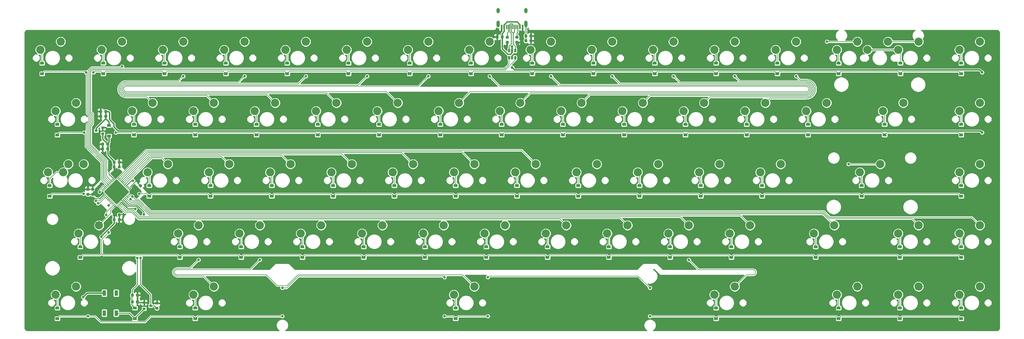
<source format=gbl>
G04 #@! TF.GenerationSoftware,KiCad,Pcbnew,(5.1.6)-1*
G04 #@! TF.CreationDate,2020-08-11T23:01:21-04:00*
G04 #@! TF.ProjectId,pcb-01,7063622d-3031-42e6-9b69-6361645f7063,01*
G04 #@! TF.SameCoordinates,Original*
G04 #@! TF.FileFunction,Copper,L2,Bot*
G04 #@! TF.FilePolarity,Positive*
%FSLAX46Y46*%
G04 Gerber Fmt 4.6, Leading zero omitted, Abs format (unit mm)*
G04 Created by KiCad (PCBNEW (5.1.6)-1) date 2020-08-11 23:01:21*
%MOMM*%
%LPD*%
G01*
G04 APERTURE LIST*
G04 #@! TA.AperFunction,SMDPad,CuDef*
%ADD10R,1.100000X1.800000*%
G04 #@! TD*
G04 #@! TA.AperFunction,ComponentPad*
%ADD11C,2.540000*%
G04 #@! TD*
G04 #@! TA.AperFunction,SMDPad,CuDef*
%ADD12R,0.600000X1.450000*%
G04 #@! TD*
G04 #@! TA.AperFunction,SMDPad,CuDef*
%ADD13R,0.300000X1.450000*%
G04 #@! TD*
G04 #@! TA.AperFunction,ComponentPad*
%ADD14O,1.000000X2.100000*%
G04 #@! TD*
G04 #@! TA.AperFunction,ComponentPad*
%ADD15O,1.000000X1.600000*%
G04 #@! TD*
G04 #@! TA.AperFunction,SMDPad,CuDef*
%ADD16R,0.900000X0.800000*%
G04 #@! TD*
G04 #@! TA.AperFunction,SMDPad,CuDef*
%ADD17R,0.650000X1.060000*%
G04 #@! TD*
G04 #@! TA.AperFunction,SMDPad,CuDef*
%ADD18R,1.200000X0.900000*%
G04 #@! TD*
G04 #@! TA.AperFunction,ViaPad*
%ADD19C,0.800000*%
G04 #@! TD*
G04 #@! TA.AperFunction,Conductor*
%ADD20C,0.381000*%
G04 #@! TD*
G04 #@! TA.AperFunction,Conductor*
%ADD21C,0.254000*%
G04 #@! TD*
G04 #@! TA.AperFunction,Conductor*
%ADD22C,0.203200*%
G04 #@! TD*
G04 #@! TA.AperFunction,Conductor*
%ADD23C,0.152400*%
G04 #@! TD*
G04 APERTURE END LIST*
D10*
X50091044Y-141956750D03*
X53791044Y-135756750D03*
X53791044Y-141956750D03*
X50091044Y-135756750D03*
G04 #@! TA.AperFunction,SMDPad,CuDef*
G36*
G01*
X58679000Y-103591327D02*
X58148670Y-104121657D01*
G75*
G02*
X58060282Y-104121657I-44194J44194D01*
G01*
X57971894Y-104033269D01*
G75*
G02*
X57971894Y-103944881I44194J44194D01*
G01*
X58502224Y-103414551D01*
G75*
G02*
X58590612Y-103414551I44194J-44194D01*
G01*
X58679000Y-103502939D01*
G75*
G02*
X58679000Y-103591327I-44194J-44194D01*
G01*
G37*
G04 #@! TD.AperFunction*
G04 #@! TA.AperFunction,SMDPad,CuDef*
G36*
G01*
X58325447Y-103237774D02*
X57795117Y-103768104D01*
G75*
G02*
X57706729Y-103768104I-44194J44194D01*
G01*
X57618341Y-103679716D01*
G75*
G02*
X57618341Y-103591328I44194J44194D01*
G01*
X58148671Y-103060998D01*
G75*
G02*
X58237059Y-103060998I44194J-44194D01*
G01*
X58325447Y-103149386D01*
G75*
G02*
X58325447Y-103237774I-44194J-44194D01*
G01*
G37*
G04 #@! TD.AperFunction*
G04 #@! TA.AperFunction,SMDPad,CuDef*
G36*
G01*
X57971893Y-102884220D02*
X57441563Y-103414550D01*
G75*
G02*
X57353175Y-103414550I-44194J44194D01*
G01*
X57264787Y-103326162D01*
G75*
G02*
X57264787Y-103237774I44194J44194D01*
G01*
X57795117Y-102707444D01*
G75*
G02*
X57883505Y-102707444I44194J-44194D01*
G01*
X57971893Y-102795832D01*
G75*
G02*
X57971893Y-102884220I-44194J-44194D01*
G01*
G37*
G04 #@! TD.AperFunction*
G04 #@! TA.AperFunction,SMDPad,CuDef*
G36*
G01*
X57618340Y-102530667D02*
X57088010Y-103060997D01*
G75*
G02*
X56999622Y-103060997I-44194J44194D01*
G01*
X56911234Y-102972609D01*
G75*
G02*
X56911234Y-102884221I44194J44194D01*
G01*
X57441564Y-102353891D01*
G75*
G02*
X57529952Y-102353891I44194J-44194D01*
G01*
X57618340Y-102442279D01*
G75*
G02*
X57618340Y-102530667I-44194J-44194D01*
G01*
G37*
G04 #@! TD.AperFunction*
G04 #@! TA.AperFunction,SMDPad,CuDef*
G36*
G01*
X57264787Y-102177114D02*
X56734457Y-102707444D01*
G75*
G02*
X56646069Y-102707444I-44194J44194D01*
G01*
X56557681Y-102619056D01*
G75*
G02*
X56557681Y-102530668I44194J44194D01*
G01*
X57088011Y-102000338D01*
G75*
G02*
X57176399Y-102000338I44194J-44194D01*
G01*
X57264787Y-102088726D01*
G75*
G02*
X57264787Y-102177114I-44194J-44194D01*
G01*
G37*
G04 #@! TD.AperFunction*
G04 #@! TA.AperFunction,SMDPad,CuDef*
G36*
G01*
X56911233Y-101823560D02*
X56380903Y-102353890D01*
G75*
G02*
X56292515Y-102353890I-44194J44194D01*
G01*
X56204127Y-102265502D01*
G75*
G02*
X56204127Y-102177114I44194J44194D01*
G01*
X56734457Y-101646784D01*
G75*
G02*
X56822845Y-101646784I44194J-44194D01*
G01*
X56911233Y-101735172D01*
G75*
G02*
X56911233Y-101823560I-44194J-44194D01*
G01*
G37*
G04 #@! TD.AperFunction*
G04 #@! TA.AperFunction,SMDPad,CuDef*
G36*
G01*
X56557680Y-101470007D02*
X56027350Y-102000337D01*
G75*
G02*
X55938962Y-102000337I-44194J44194D01*
G01*
X55850574Y-101911949D01*
G75*
G02*
X55850574Y-101823561I44194J44194D01*
G01*
X56380904Y-101293231D01*
G75*
G02*
X56469292Y-101293231I44194J-44194D01*
G01*
X56557680Y-101381619D01*
G75*
G02*
X56557680Y-101470007I-44194J-44194D01*
G01*
G37*
G04 #@! TD.AperFunction*
G04 #@! TA.AperFunction,SMDPad,CuDef*
G36*
G01*
X56204126Y-101116453D02*
X55673796Y-101646783D01*
G75*
G02*
X55585408Y-101646783I-44194J44194D01*
G01*
X55497020Y-101558395D01*
G75*
G02*
X55497020Y-101470007I44194J44194D01*
G01*
X56027350Y-100939677D01*
G75*
G02*
X56115738Y-100939677I44194J-44194D01*
G01*
X56204126Y-101028065D01*
G75*
G02*
X56204126Y-101116453I-44194J-44194D01*
G01*
G37*
G04 #@! TD.AperFunction*
G04 #@! TA.AperFunction,SMDPad,CuDef*
G36*
G01*
X55850573Y-100762900D02*
X55320243Y-101293230D01*
G75*
G02*
X55231855Y-101293230I-44194J44194D01*
G01*
X55143467Y-101204842D01*
G75*
G02*
X55143467Y-101116454I44194J44194D01*
G01*
X55673797Y-100586124D01*
G75*
G02*
X55762185Y-100586124I44194J-44194D01*
G01*
X55850573Y-100674512D01*
G75*
G02*
X55850573Y-100762900I-44194J-44194D01*
G01*
G37*
G04 #@! TD.AperFunction*
G04 #@! TA.AperFunction,SMDPad,CuDef*
G36*
G01*
X55497020Y-100409347D02*
X54966690Y-100939677D01*
G75*
G02*
X54878302Y-100939677I-44194J44194D01*
G01*
X54789914Y-100851289D01*
G75*
G02*
X54789914Y-100762901I44194J44194D01*
G01*
X55320244Y-100232571D01*
G75*
G02*
X55408632Y-100232571I44194J-44194D01*
G01*
X55497020Y-100320959D01*
G75*
G02*
X55497020Y-100409347I-44194J-44194D01*
G01*
G37*
G04 #@! TD.AperFunction*
G04 #@! TA.AperFunction,SMDPad,CuDef*
G36*
G01*
X55143466Y-100055793D02*
X54613136Y-100586123D01*
G75*
G02*
X54524748Y-100586123I-44194J44194D01*
G01*
X54436360Y-100497735D01*
G75*
G02*
X54436360Y-100409347I44194J44194D01*
G01*
X54966690Y-99879017D01*
G75*
G02*
X55055078Y-99879017I44194J-44194D01*
G01*
X55143466Y-99967405D01*
G75*
G02*
X55143466Y-100055793I-44194J-44194D01*
G01*
G37*
G04 #@! TD.AperFunction*
G04 #@! TA.AperFunction,SMDPad,CuDef*
G36*
G01*
X54789913Y-99702240D02*
X54259583Y-100232570D01*
G75*
G02*
X54171195Y-100232570I-44194J44194D01*
G01*
X54082807Y-100144182D01*
G75*
G02*
X54082807Y-100055794I44194J44194D01*
G01*
X54613137Y-99525464D01*
G75*
G02*
X54701525Y-99525464I44194J-44194D01*
G01*
X54789913Y-99613852D01*
G75*
G02*
X54789913Y-99702240I-44194J-44194D01*
G01*
G37*
G04 #@! TD.AperFunction*
G04 #@! TA.AperFunction,SMDPad,CuDef*
G36*
G01*
X53817641Y-100144182D02*
X53729253Y-100232570D01*
G75*
G02*
X53640865Y-100232570I-44194J44194D01*
G01*
X53110535Y-99702240D01*
G75*
G02*
X53110535Y-99613852I44194J44194D01*
G01*
X53198923Y-99525464D01*
G75*
G02*
X53287311Y-99525464I44194J-44194D01*
G01*
X53817641Y-100055794D01*
G75*
G02*
X53817641Y-100144182I-44194J-44194D01*
G01*
G37*
G04 #@! TD.AperFunction*
G04 #@! TA.AperFunction,SMDPad,CuDef*
G36*
G01*
X53464088Y-100497735D02*
X53375700Y-100586123D01*
G75*
G02*
X53287312Y-100586123I-44194J44194D01*
G01*
X52756982Y-100055793D01*
G75*
G02*
X52756982Y-99967405I44194J44194D01*
G01*
X52845370Y-99879017D01*
G75*
G02*
X52933758Y-99879017I44194J-44194D01*
G01*
X53464088Y-100409347D01*
G75*
G02*
X53464088Y-100497735I-44194J-44194D01*
G01*
G37*
G04 #@! TD.AperFunction*
G04 #@! TA.AperFunction,SMDPad,CuDef*
G36*
G01*
X53110534Y-100851289D02*
X53022146Y-100939677D01*
G75*
G02*
X52933758Y-100939677I-44194J44194D01*
G01*
X52403428Y-100409347D01*
G75*
G02*
X52403428Y-100320959I44194J44194D01*
G01*
X52491816Y-100232571D01*
G75*
G02*
X52580204Y-100232571I44194J-44194D01*
G01*
X53110534Y-100762901D01*
G75*
G02*
X53110534Y-100851289I-44194J-44194D01*
G01*
G37*
G04 #@! TD.AperFunction*
G04 #@! TA.AperFunction,SMDPad,CuDef*
G36*
G01*
X52756981Y-101204842D02*
X52668593Y-101293230D01*
G75*
G02*
X52580205Y-101293230I-44194J44194D01*
G01*
X52049875Y-100762900D01*
G75*
G02*
X52049875Y-100674512I44194J44194D01*
G01*
X52138263Y-100586124D01*
G75*
G02*
X52226651Y-100586124I44194J-44194D01*
G01*
X52756981Y-101116454D01*
G75*
G02*
X52756981Y-101204842I-44194J-44194D01*
G01*
G37*
G04 #@! TD.AperFunction*
G04 #@! TA.AperFunction,SMDPad,CuDef*
G36*
G01*
X52403428Y-101558395D02*
X52315040Y-101646783D01*
G75*
G02*
X52226652Y-101646783I-44194J44194D01*
G01*
X51696322Y-101116453D01*
G75*
G02*
X51696322Y-101028065I44194J44194D01*
G01*
X51784710Y-100939677D01*
G75*
G02*
X51873098Y-100939677I44194J-44194D01*
G01*
X52403428Y-101470007D01*
G75*
G02*
X52403428Y-101558395I-44194J-44194D01*
G01*
G37*
G04 #@! TD.AperFunction*
G04 #@! TA.AperFunction,SMDPad,CuDef*
G36*
G01*
X52049874Y-101911949D02*
X51961486Y-102000337D01*
G75*
G02*
X51873098Y-102000337I-44194J44194D01*
G01*
X51342768Y-101470007D01*
G75*
G02*
X51342768Y-101381619I44194J44194D01*
G01*
X51431156Y-101293231D01*
G75*
G02*
X51519544Y-101293231I44194J-44194D01*
G01*
X52049874Y-101823561D01*
G75*
G02*
X52049874Y-101911949I-44194J-44194D01*
G01*
G37*
G04 #@! TD.AperFunction*
G04 #@! TA.AperFunction,SMDPad,CuDef*
G36*
G01*
X51696321Y-102265502D02*
X51607933Y-102353890D01*
G75*
G02*
X51519545Y-102353890I-44194J44194D01*
G01*
X50989215Y-101823560D01*
G75*
G02*
X50989215Y-101735172I44194J44194D01*
G01*
X51077603Y-101646784D01*
G75*
G02*
X51165991Y-101646784I44194J-44194D01*
G01*
X51696321Y-102177114D01*
G75*
G02*
X51696321Y-102265502I-44194J-44194D01*
G01*
G37*
G04 #@! TD.AperFunction*
G04 #@! TA.AperFunction,SMDPad,CuDef*
G36*
G01*
X51342767Y-102619056D02*
X51254379Y-102707444D01*
G75*
G02*
X51165991Y-102707444I-44194J44194D01*
G01*
X50635661Y-102177114D01*
G75*
G02*
X50635661Y-102088726I44194J44194D01*
G01*
X50724049Y-102000338D01*
G75*
G02*
X50812437Y-102000338I44194J-44194D01*
G01*
X51342767Y-102530668D01*
G75*
G02*
X51342767Y-102619056I-44194J-44194D01*
G01*
G37*
G04 #@! TD.AperFunction*
G04 #@! TA.AperFunction,SMDPad,CuDef*
G36*
G01*
X50989214Y-102972609D02*
X50900826Y-103060997D01*
G75*
G02*
X50812438Y-103060997I-44194J44194D01*
G01*
X50282108Y-102530667D01*
G75*
G02*
X50282108Y-102442279I44194J44194D01*
G01*
X50370496Y-102353891D01*
G75*
G02*
X50458884Y-102353891I44194J-44194D01*
G01*
X50989214Y-102884221D01*
G75*
G02*
X50989214Y-102972609I-44194J-44194D01*
G01*
G37*
G04 #@! TD.AperFunction*
G04 #@! TA.AperFunction,SMDPad,CuDef*
G36*
G01*
X50635661Y-103326162D02*
X50547273Y-103414550D01*
G75*
G02*
X50458885Y-103414550I-44194J44194D01*
G01*
X49928555Y-102884220D01*
G75*
G02*
X49928555Y-102795832I44194J44194D01*
G01*
X50016943Y-102707444D01*
G75*
G02*
X50105331Y-102707444I44194J-44194D01*
G01*
X50635661Y-103237774D01*
G75*
G02*
X50635661Y-103326162I-44194J-44194D01*
G01*
G37*
G04 #@! TD.AperFunction*
G04 #@! TA.AperFunction,SMDPad,CuDef*
G36*
G01*
X50282107Y-103679716D02*
X50193719Y-103768104D01*
G75*
G02*
X50105331Y-103768104I-44194J44194D01*
G01*
X49575001Y-103237774D01*
G75*
G02*
X49575001Y-103149386I44194J44194D01*
G01*
X49663389Y-103060998D01*
G75*
G02*
X49751777Y-103060998I44194J-44194D01*
G01*
X50282107Y-103591328D01*
G75*
G02*
X50282107Y-103679716I-44194J-44194D01*
G01*
G37*
G04 #@! TD.AperFunction*
G04 #@! TA.AperFunction,SMDPad,CuDef*
G36*
G01*
X49928554Y-104033269D02*
X49840166Y-104121657D01*
G75*
G02*
X49751778Y-104121657I-44194J44194D01*
G01*
X49221448Y-103591327D01*
G75*
G02*
X49221448Y-103502939I44194J44194D01*
G01*
X49309836Y-103414551D01*
G75*
G02*
X49398224Y-103414551I44194J-44194D01*
G01*
X49928554Y-103944881D01*
G75*
G02*
X49928554Y-104033269I-44194J-44194D01*
G01*
G37*
G04 #@! TD.AperFunction*
G04 #@! TA.AperFunction,SMDPad,CuDef*
G36*
G01*
X49928554Y-104563599D02*
X49398224Y-105093929D01*
G75*
G02*
X49309836Y-105093929I-44194J44194D01*
G01*
X49221448Y-105005541D01*
G75*
G02*
X49221448Y-104917153I44194J44194D01*
G01*
X49751778Y-104386823D01*
G75*
G02*
X49840166Y-104386823I44194J-44194D01*
G01*
X49928554Y-104475211D01*
G75*
G02*
X49928554Y-104563599I-44194J-44194D01*
G01*
G37*
G04 #@! TD.AperFunction*
G04 #@! TA.AperFunction,SMDPad,CuDef*
G36*
G01*
X50282107Y-104917152D02*
X49751777Y-105447482D01*
G75*
G02*
X49663389Y-105447482I-44194J44194D01*
G01*
X49575001Y-105359094D01*
G75*
G02*
X49575001Y-105270706I44194J44194D01*
G01*
X50105331Y-104740376D01*
G75*
G02*
X50193719Y-104740376I44194J-44194D01*
G01*
X50282107Y-104828764D01*
G75*
G02*
X50282107Y-104917152I-44194J-44194D01*
G01*
G37*
G04 #@! TD.AperFunction*
G04 #@! TA.AperFunction,SMDPad,CuDef*
G36*
G01*
X50635661Y-105270706D02*
X50105331Y-105801036D01*
G75*
G02*
X50016943Y-105801036I-44194J44194D01*
G01*
X49928555Y-105712648D01*
G75*
G02*
X49928555Y-105624260I44194J44194D01*
G01*
X50458885Y-105093930D01*
G75*
G02*
X50547273Y-105093930I44194J-44194D01*
G01*
X50635661Y-105182318D01*
G75*
G02*
X50635661Y-105270706I-44194J-44194D01*
G01*
G37*
G04 #@! TD.AperFunction*
G04 #@! TA.AperFunction,SMDPad,CuDef*
G36*
G01*
X50989214Y-105624259D02*
X50458884Y-106154589D01*
G75*
G02*
X50370496Y-106154589I-44194J44194D01*
G01*
X50282108Y-106066201D01*
G75*
G02*
X50282108Y-105977813I44194J44194D01*
G01*
X50812438Y-105447483D01*
G75*
G02*
X50900826Y-105447483I44194J-44194D01*
G01*
X50989214Y-105535871D01*
G75*
G02*
X50989214Y-105624259I-44194J-44194D01*
G01*
G37*
G04 #@! TD.AperFunction*
G04 #@! TA.AperFunction,SMDPad,CuDef*
G36*
G01*
X51342767Y-105977812D02*
X50812437Y-106508142D01*
G75*
G02*
X50724049Y-106508142I-44194J44194D01*
G01*
X50635661Y-106419754D01*
G75*
G02*
X50635661Y-106331366I44194J44194D01*
G01*
X51165991Y-105801036D01*
G75*
G02*
X51254379Y-105801036I44194J-44194D01*
G01*
X51342767Y-105889424D01*
G75*
G02*
X51342767Y-105977812I-44194J-44194D01*
G01*
G37*
G04 #@! TD.AperFunction*
G04 #@! TA.AperFunction,SMDPad,CuDef*
G36*
G01*
X51696321Y-106331366D02*
X51165991Y-106861696D01*
G75*
G02*
X51077603Y-106861696I-44194J44194D01*
G01*
X50989215Y-106773308D01*
G75*
G02*
X50989215Y-106684920I44194J44194D01*
G01*
X51519545Y-106154590D01*
G75*
G02*
X51607933Y-106154590I44194J-44194D01*
G01*
X51696321Y-106242978D01*
G75*
G02*
X51696321Y-106331366I-44194J-44194D01*
G01*
G37*
G04 #@! TD.AperFunction*
G04 #@! TA.AperFunction,SMDPad,CuDef*
G36*
G01*
X52049874Y-106684919D02*
X51519544Y-107215249D01*
G75*
G02*
X51431156Y-107215249I-44194J44194D01*
G01*
X51342768Y-107126861D01*
G75*
G02*
X51342768Y-107038473I44194J44194D01*
G01*
X51873098Y-106508143D01*
G75*
G02*
X51961486Y-106508143I44194J-44194D01*
G01*
X52049874Y-106596531D01*
G75*
G02*
X52049874Y-106684919I-44194J-44194D01*
G01*
G37*
G04 #@! TD.AperFunction*
G04 #@! TA.AperFunction,SMDPad,CuDef*
G36*
G01*
X52403428Y-107038473D02*
X51873098Y-107568803D01*
G75*
G02*
X51784710Y-107568803I-44194J44194D01*
G01*
X51696322Y-107480415D01*
G75*
G02*
X51696322Y-107392027I44194J44194D01*
G01*
X52226652Y-106861697D01*
G75*
G02*
X52315040Y-106861697I44194J-44194D01*
G01*
X52403428Y-106950085D01*
G75*
G02*
X52403428Y-107038473I-44194J-44194D01*
G01*
G37*
G04 #@! TD.AperFunction*
G04 #@! TA.AperFunction,SMDPad,CuDef*
G36*
G01*
X52756981Y-107392026D02*
X52226651Y-107922356D01*
G75*
G02*
X52138263Y-107922356I-44194J44194D01*
G01*
X52049875Y-107833968D01*
G75*
G02*
X52049875Y-107745580I44194J44194D01*
G01*
X52580205Y-107215250D01*
G75*
G02*
X52668593Y-107215250I44194J-44194D01*
G01*
X52756981Y-107303638D01*
G75*
G02*
X52756981Y-107392026I-44194J-44194D01*
G01*
G37*
G04 #@! TD.AperFunction*
G04 #@! TA.AperFunction,SMDPad,CuDef*
G36*
G01*
X53110534Y-107745579D02*
X52580204Y-108275909D01*
G75*
G02*
X52491816Y-108275909I-44194J44194D01*
G01*
X52403428Y-108187521D01*
G75*
G02*
X52403428Y-108099133I44194J44194D01*
G01*
X52933758Y-107568803D01*
G75*
G02*
X53022146Y-107568803I44194J-44194D01*
G01*
X53110534Y-107657191D01*
G75*
G02*
X53110534Y-107745579I-44194J-44194D01*
G01*
G37*
G04 #@! TD.AperFunction*
G04 #@! TA.AperFunction,SMDPad,CuDef*
G36*
G01*
X53464088Y-108099133D02*
X52933758Y-108629463D01*
G75*
G02*
X52845370Y-108629463I-44194J44194D01*
G01*
X52756982Y-108541075D01*
G75*
G02*
X52756982Y-108452687I44194J44194D01*
G01*
X53287312Y-107922357D01*
G75*
G02*
X53375700Y-107922357I44194J-44194D01*
G01*
X53464088Y-108010745D01*
G75*
G02*
X53464088Y-108099133I-44194J-44194D01*
G01*
G37*
G04 #@! TD.AperFunction*
G04 #@! TA.AperFunction,SMDPad,CuDef*
G36*
G01*
X53817641Y-108452686D02*
X53287311Y-108983016D01*
G75*
G02*
X53198923Y-108983016I-44194J44194D01*
G01*
X53110535Y-108894628D01*
G75*
G02*
X53110535Y-108806240I44194J44194D01*
G01*
X53640865Y-108275910D01*
G75*
G02*
X53729253Y-108275910I44194J-44194D01*
G01*
X53817641Y-108364298D01*
G75*
G02*
X53817641Y-108452686I-44194J-44194D01*
G01*
G37*
G04 #@! TD.AperFunction*
G04 #@! TA.AperFunction,SMDPad,CuDef*
G36*
G01*
X54789913Y-108894628D02*
X54701525Y-108983016D01*
G75*
G02*
X54613137Y-108983016I-44194J44194D01*
G01*
X54082807Y-108452686D01*
G75*
G02*
X54082807Y-108364298I44194J44194D01*
G01*
X54171195Y-108275910D01*
G75*
G02*
X54259583Y-108275910I44194J-44194D01*
G01*
X54789913Y-108806240D01*
G75*
G02*
X54789913Y-108894628I-44194J-44194D01*
G01*
G37*
G04 #@! TD.AperFunction*
G04 #@! TA.AperFunction,SMDPad,CuDef*
G36*
G01*
X55143466Y-108541075D02*
X55055078Y-108629463D01*
G75*
G02*
X54966690Y-108629463I-44194J44194D01*
G01*
X54436360Y-108099133D01*
G75*
G02*
X54436360Y-108010745I44194J44194D01*
G01*
X54524748Y-107922357D01*
G75*
G02*
X54613136Y-107922357I44194J-44194D01*
G01*
X55143466Y-108452687D01*
G75*
G02*
X55143466Y-108541075I-44194J-44194D01*
G01*
G37*
G04 #@! TD.AperFunction*
G04 #@! TA.AperFunction,SMDPad,CuDef*
G36*
G01*
X55497020Y-108187521D02*
X55408632Y-108275909D01*
G75*
G02*
X55320244Y-108275909I-44194J44194D01*
G01*
X54789914Y-107745579D01*
G75*
G02*
X54789914Y-107657191I44194J44194D01*
G01*
X54878302Y-107568803D01*
G75*
G02*
X54966690Y-107568803I44194J-44194D01*
G01*
X55497020Y-108099133D01*
G75*
G02*
X55497020Y-108187521I-44194J-44194D01*
G01*
G37*
G04 #@! TD.AperFunction*
G04 #@! TA.AperFunction,SMDPad,CuDef*
G36*
G01*
X55850573Y-107833968D02*
X55762185Y-107922356D01*
G75*
G02*
X55673797Y-107922356I-44194J44194D01*
G01*
X55143467Y-107392026D01*
G75*
G02*
X55143467Y-107303638I44194J44194D01*
G01*
X55231855Y-107215250D01*
G75*
G02*
X55320243Y-107215250I44194J-44194D01*
G01*
X55850573Y-107745580D01*
G75*
G02*
X55850573Y-107833968I-44194J-44194D01*
G01*
G37*
G04 #@! TD.AperFunction*
G04 #@! TA.AperFunction,SMDPad,CuDef*
G36*
G01*
X56204126Y-107480415D02*
X56115738Y-107568803D01*
G75*
G02*
X56027350Y-107568803I-44194J44194D01*
G01*
X55497020Y-107038473D01*
G75*
G02*
X55497020Y-106950085I44194J44194D01*
G01*
X55585408Y-106861697D01*
G75*
G02*
X55673796Y-106861697I44194J-44194D01*
G01*
X56204126Y-107392027D01*
G75*
G02*
X56204126Y-107480415I-44194J-44194D01*
G01*
G37*
G04 #@! TD.AperFunction*
G04 #@! TA.AperFunction,SMDPad,CuDef*
G36*
G01*
X56557680Y-107126861D02*
X56469292Y-107215249D01*
G75*
G02*
X56380904Y-107215249I-44194J44194D01*
G01*
X55850574Y-106684919D01*
G75*
G02*
X55850574Y-106596531I44194J44194D01*
G01*
X55938962Y-106508143D01*
G75*
G02*
X56027350Y-106508143I44194J-44194D01*
G01*
X56557680Y-107038473D01*
G75*
G02*
X56557680Y-107126861I-44194J-44194D01*
G01*
G37*
G04 #@! TD.AperFunction*
G04 #@! TA.AperFunction,SMDPad,CuDef*
G36*
G01*
X56911233Y-106773308D02*
X56822845Y-106861696D01*
G75*
G02*
X56734457Y-106861696I-44194J44194D01*
G01*
X56204127Y-106331366D01*
G75*
G02*
X56204127Y-106242978I44194J44194D01*
G01*
X56292515Y-106154590D01*
G75*
G02*
X56380903Y-106154590I44194J-44194D01*
G01*
X56911233Y-106684920D01*
G75*
G02*
X56911233Y-106773308I-44194J-44194D01*
G01*
G37*
G04 #@! TD.AperFunction*
G04 #@! TA.AperFunction,SMDPad,CuDef*
G36*
G01*
X57264787Y-106419754D02*
X57176399Y-106508142D01*
G75*
G02*
X57088011Y-106508142I-44194J44194D01*
G01*
X56557681Y-105977812D01*
G75*
G02*
X56557681Y-105889424I44194J44194D01*
G01*
X56646069Y-105801036D01*
G75*
G02*
X56734457Y-105801036I44194J-44194D01*
G01*
X57264787Y-106331366D01*
G75*
G02*
X57264787Y-106419754I-44194J-44194D01*
G01*
G37*
G04 #@! TD.AperFunction*
G04 #@! TA.AperFunction,SMDPad,CuDef*
G36*
G01*
X57618340Y-106066201D02*
X57529952Y-106154589D01*
G75*
G02*
X57441564Y-106154589I-44194J44194D01*
G01*
X56911234Y-105624259D01*
G75*
G02*
X56911234Y-105535871I44194J44194D01*
G01*
X56999622Y-105447483D01*
G75*
G02*
X57088010Y-105447483I44194J-44194D01*
G01*
X57618340Y-105977813D01*
G75*
G02*
X57618340Y-106066201I-44194J-44194D01*
G01*
G37*
G04 #@! TD.AperFunction*
G04 #@! TA.AperFunction,SMDPad,CuDef*
G36*
G01*
X57971893Y-105712648D02*
X57883505Y-105801036D01*
G75*
G02*
X57795117Y-105801036I-44194J44194D01*
G01*
X57264787Y-105270706D01*
G75*
G02*
X57264787Y-105182318I44194J44194D01*
G01*
X57353175Y-105093930D01*
G75*
G02*
X57441563Y-105093930I44194J-44194D01*
G01*
X57971893Y-105624260D01*
G75*
G02*
X57971893Y-105712648I-44194J-44194D01*
G01*
G37*
G04 #@! TD.AperFunction*
G04 #@! TA.AperFunction,SMDPad,CuDef*
G36*
G01*
X58325447Y-105359094D02*
X58237059Y-105447482D01*
G75*
G02*
X58148671Y-105447482I-44194J44194D01*
G01*
X57618341Y-104917152D01*
G75*
G02*
X57618341Y-104828764I44194J44194D01*
G01*
X57706729Y-104740376D01*
G75*
G02*
X57795117Y-104740376I44194J-44194D01*
G01*
X58325447Y-105270706D01*
G75*
G02*
X58325447Y-105359094I-44194J-44194D01*
G01*
G37*
G04 #@! TD.AperFunction*
G04 #@! TA.AperFunction,SMDPad,CuDef*
G36*
G01*
X58679000Y-105005541D02*
X58590612Y-105093929D01*
G75*
G02*
X58502224Y-105093929I-44194J44194D01*
G01*
X57971894Y-104563599D01*
G75*
G02*
X57971894Y-104475211I44194J44194D01*
G01*
X58060282Y-104386823D01*
G75*
G02*
X58148670Y-104386823I44194J-44194D01*
G01*
X58679000Y-104917153D01*
G75*
G02*
X58679000Y-105005541I-44194J-44194D01*
G01*
G37*
G04 #@! TD.AperFunction*
G04 #@! TA.AperFunction,SMDPad,CuDef*
G36*
G01*
X57733245Y-104431017D02*
X54127001Y-108037262D01*
G75*
G02*
X53773447Y-108037262I-176777J176777D01*
G01*
X50167202Y-104431017D01*
G75*
G02*
X50167202Y-104077463I176777J176777D01*
G01*
X53773447Y-100471218D01*
G75*
G02*
X54127001Y-100471218I176777J-176777D01*
G01*
X57733246Y-104077463D01*
G75*
G02*
X57733246Y-104431017I-176777J-176777D01*
G01*
G37*
G04 #@! TD.AperFunction*
G04 #@! TA.AperFunction,SMDPad,CuDef*
G36*
G01*
X59955665Y-138740807D02*
X59955665Y-138228307D01*
G75*
G02*
X60174415Y-138009557I218750J0D01*
G01*
X60611915Y-138009557D01*
G75*
G02*
X60830665Y-138228307I0J-218750D01*
G01*
X60830665Y-138740807D01*
G75*
G02*
X60611915Y-138959557I-218750J0D01*
G01*
X60174415Y-138959557D01*
G75*
G02*
X59955665Y-138740807I0J218750D01*
G01*
G37*
G04 #@! TD.AperFunction*
G04 #@! TA.AperFunction,SMDPad,CuDef*
G36*
G01*
X58380665Y-138740807D02*
X58380665Y-138228307D01*
G75*
G02*
X58599415Y-138009557I218750J0D01*
G01*
X59036915Y-138009557D01*
G75*
G02*
X59255665Y-138228307I0J-218750D01*
G01*
X59255665Y-138740807D01*
G75*
G02*
X59036915Y-138959557I-218750J0D01*
G01*
X58599415Y-138959557D01*
G75*
G02*
X58380665Y-138740807I0J218750D01*
G01*
G37*
G04 #@! TD.AperFunction*
D11*
X49247254Y-60042400D03*
X55597254Y-57502400D03*
D12*
X180131326Y-52935596D03*
X173631326Y-52935596D03*
X174431326Y-52935596D03*
X179331326Y-52935596D03*
D13*
X175131326Y-52935596D03*
X175631326Y-52935596D03*
X176131326Y-52935596D03*
X177131326Y-52935596D03*
X177631326Y-52935596D03*
X178131326Y-52935596D03*
X178631326Y-52935596D03*
X176631326Y-52935596D03*
D14*
X181201326Y-52020596D03*
X172561326Y-52020596D03*
D15*
X172561326Y-47840596D03*
X181201326Y-47840596D03*
D11*
X291341003Y-95602365D03*
X284991003Y-98142365D03*
X158784753Y-98142365D03*
X165134753Y-95602365D03*
X230222253Y-79092365D03*
X236572253Y-76552365D03*
X298484753Y-76552365D03*
X292134753Y-79092365D03*
X41309753Y-76552365D03*
X34959753Y-79092365D03*
X43691102Y-95602392D03*
X37341102Y-98142392D03*
G04 #@! TA.AperFunction,SMDPad,CuDef*
G36*
G01*
X182292230Y-55992336D02*
X182292230Y-55479836D01*
G75*
G02*
X182510980Y-55261086I218750J0D01*
G01*
X182948480Y-55261086D01*
G75*
G02*
X183167230Y-55479836I0J-218750D01*
G01*
X183167230Y-55992336D01*
G75*
G02*
X182948480Y-56211086I-218750J0D01*
G01*
X182510980Y-56211086D01*
G75*
G02*
X182292230Y-55992336I0J218750D01*
G01*
G37*
G04 #@! TD.AperFunction*
G04 #@! TA.AperFunction,SMDPad,CuDef*
G36*
G01*
X180717230Y-55992336D02*
X180717230Y-55479836D01*
G75*
G02*
X180935980Y-55261086I218750J0D01*
G01*
X181373480Y-55261086D01*
G75*
G02*
X181592230Y-55479836I0J-218750D01*
G01*
X181592230Y-55992336D01*
G75*
G02*
X181373480Y-56211086I-218750J0D01*
G01*
X180935980Y-56211086D01*
G75*
G02*
X180717230Y-55992336I0J218750D01*
G01*
G37*
G04 #@! TD.AperFunction*
X182597253Y-60042365D03*
X188947253Y-57502365D03*
X163547253Y-60042365D03*
X169897253Y-57502365D03*
X293721982Y-57502174D03*
X287371982Y-60042174D03*
X277847253Y-60042365D03*
X284197253Y-57502365D03*
X48453503Y-114652365D03*
X42103503Y-117192365D03*
D16*
X62475180Y-140625177D03*
X62475180Y-138725177D03*
X64475180Y-139675177D03*
X47592433Y-85204320D03*
X49592433Y-86154320D03*
X49592433Y-84254320D03*
D17*
X176882562Y-60292064D03*
X177832562Y-60292064D03*
X175932562Y-60292064D03*
X175932562Y-62492064D03*
X176882562Y-62492064D03*
X177832562Y-62492064D03*
D11*
X38928446Y-95602142D03*
X32578446Y-98142142D03*
G04 #@! TA.AperFunction,SMDPad,CuDef*
G36*
G01*
X178114108Y-57276710D02*
X178626608Y-57276710D01*
G75*
G02*
X178845358Y-57495460I0J-218750D01*
G01*
X178845358Y-57932960D01*
G75*
G02*
X178626608Y-58151710I-218750J0D01*
G01*
X178114108Y-58151710D01*
G75*
G02*
X177895358Y-57932960I0J218750D01*
G01*
X177895358Y-57495460D01*
G75*
G02*
X178114108Y-57276710I218750J0D01*
G01*
G37*
G04 #@! TD.AperFunction*
G04 #@! TA.AperFunction,SMDPad,CuDef*
G36*
G01*
X178114108Y-55701710D02*
X178626608Y-55701710D01*
G75*
G02*
X178845358Y-55920460I0J-218750D01*
G01*
X178845358Y-56357960D01*
G75*
G02*
X178626608Y-56576710I-218750J0D01*
G01*
X178114108Y-56576710D01*
G75*
G02*
X177895358Y-56357960I0J218750D01*
G01*
X177895358Y-55920460D01*
G75*
G02*
X178114108Y-55701710I218750J0D01*
G01*
G37*
G04 #@! TD.AperFunction*
G04 #@! TA.AperFunction,SMDPad,CuDef*
G36*
G01*
X58380665Y-136657222D02*
X58380665Y-136144722D01*
G75*
G02*
X58599415Y-135925972I218750J0D01*
G01*
X59036915Y-135925972D01*
G75*
G02*
X59255665Y-136144722I0J-218750D01*
G01*
X59255665Y-136657222D01*
G75*
G02*
X59036915Y-136875972I-218750J0D01*
G01*
X58599415Y-136875972D01*
G75*
G02*
X58380665Y-136657222I0J218750D01*
G01*
G37*
G04 #@! TD.AperFunction*
G04 #@! TA.AperFunction,SMDPad,CuDef*
G36*
G01*
X59955665Y-136657222D02*
X59955665Y-136144722D01*
G75*
G02*
X60174415Y-135925972I218750J0D01*
G01*
X60611915Y-135925972D01*
G75*
G02*
X60830665Y-136144722I0J-218750D01*
G01*
X60830665Y-136657222D01*
G75*
G02*
X60611915Y-136875972I-218750J0D01*
G01*
X60174415Y-136875972D01*
G75*
G02*
X59955665Y-136657222I0J218750D01*
G01*
G37*
G04 #@! TD.AperFunction*
G04 #@! TA.AperFunction,SMDPad,CuDef*
G36*
G01*
X51603363Y-90603515D02*
X51603363Y-91116015D01*
G75*
G02*
X51384613Y-91334765I-218750J0D01*
G01*
X50947113Y-91334765D01*
G75*
G02*
X50728363Y-91116015I0J218750D01*
G01*
X50728363Y-90603515D01*
G75*
G02*
X50947113Y-90384765I218750J0D01*
G01*
X51384613Y-90384765D01*
G75*
G02*
X51603363Y-90603515I0J-218750D01*
G01*
G37*
G04 #@! TD.AperFunction*
G04 #@! TA.AperFunction,SMDPad,CuDef*
G36*
G01*
X50028363Y-90603515D02*
X50028363Y-91116015D01*
G75*
G02*
X49809613Y-91334765I-218750J0D01*
G01*
X49372113Y-91334765D01*
G75*
G02*
X49153363Y-91116015I0J218750D01*
G01*
X49153363Y-90603515D01*
G75*
G02*
X49372113Y-90384765I218750J0D01*
G01*
X49809613Y-90384765D01*
G75*
G02*
X50028363Y-90603515I0J-218750D01*
G01*
G37*
G04 #@! TD.AperFunction*
G04 #@! TA.AperFunction,SMDPad,CuDef*
G36*
G01*
X51008049Y-78994970D02*
X51008049Y-79507470D01*
G75*
G02*
X50789299Y-79726220I-218750J0D01*
G01*
X50351799Y-79726220D01*
G75*
G02*
X50133049Y-79507470I0J218750D01*
G01*
X50133049Y-78994970D01*
G75*
G02*
X50351799Y-78776220I218750J0D01*
G01*
X50789299Y-78776220D01*
G75*
G02*
X51008049Y-78994970I0J-218750D01*
G01*
G37*
G04 #@! TD.AperFunction*
G04 #@! TA.AperFunction,SMDPad,CuDef*
G36*
G01*
X49433049Y-78994970D02*
X49433049Y-79507470D01*
G75*
G02*
X49214299Y-79726220I-218750J0D01*
G01*
X48776799Y-79726220D01*
G75*
G02*
X48558049Y-79507470I0J218750D01*
G01*
X48558049Y-78994970D01*
G75*
G02*
X48776799Y-78776220I218750J0D01*
G01*
X49214299Y-78776220D01*
G75*
G02*
X49433049Y-78994970I0J-218750D01*
G01*
G37*
G04 #@! TD.AperFunction*
G04 #@! TA.AperFunction,SMDPad,CuDef*
G36*
G01*
X175137548Y-57276710D02*
X175650048Y-57276710D01*
G75*
G02*
X175868798Y-57495460I0J-218750D01*
G01*
X175868798Y-57932960D01*
G75*
G02*
X175650048Y-58151710I-218750J0D01*
G01*
X175137548Y-58151710D01*
G75*
G02*
X174918798Y-57932960I0J218750D01*
G01*
X174918798Y-57495460D01*
G75*
G02*
X175137548Y-57276710I218750J0D01*
G01*
G37*
G04 #@! TD.AperFunction*
G04 #@! TA.AperFunction,SMDPad,CuDef*
G36*
G01*
X175137548Y-55701710D02*
X175650048Y-55701710D01*
G75*
G02*
X175868798Y-55920460I0J-218750D01*
G01*
X175868798Y-56357960D01*
G75*
G02*
X175650048Y-56576710I-218750J0D01*
G01*
X175137548Y-56576710D01*
G75*
G02*
X174918798Y-56357960I0J218750D01*
G01*
X174918798Y-55920460D01*
G75*
G02*
X175137548Y-55701710I218750J0D01*
G01*
G37*
G04 #@! TD.AperFunction*
G04 #@! TA.AperFunction,SMDPad,CuDef*
G36*
G01*
X182292230Y-57480616D02*
X182292230Y-56968116D01*
G75*
G02*
X182510980Y-56749366I218750J0D01*
G01*
X182948480Y-56749366D01*
G75*
G02*
X183167230Y-56968116I0J-218750D01*
G01*
X183167230Y-57480616D01*
G75*
G02*
X182948480Y-57699366I-218750J0D01*
G01*
X182510980Y-57699366D01*
G75*
G02*
X182292230Y-57480616I0J218750D01*
G01*
G37*
G04 #@! TD.AperFunction*
G04 #@! TA.AperFunction,SMDPad,CuDef*
G36*
G01*
X180717230Y-57480616D02*
X180717230Y-56968116D01*
G75*
G02*
X180935980Y-56749366I218750J0D01*
G01*
X181373480Y-56749366D01*
G75*
G02*
X181592230Y-56968116I0J-218750D01*
G01*
X181592230Y-57480616D01*
G75*
G02*
X181373480Y-57699366I-218750J0D01*
G01*
X180935980Y-57699366D01*
G75*
G02*
X180717230Y-57480616I0J218750D01*
G01*
G37*
G04 #@! TD.AperFunction*
D18*
X59605665Y-140406417D03*
X59605665Y-143706417D03*
X51568983Y-86854320D03*
X51568983Y-83554320D03*
G04 #@! TA.AperFunction,SMDPad,CuDef*
G36*
G01*
X54300224Y-111654186D02*
X54300224Y-111141686D01*
G75*
G02*
X54518974Y-110922936I218750J0D01*
G01*
X54956474Y-110922936D01*
G75*
G02*
X55175224Y-111141686I0J-218750D01*
G01*
X55175224Y-111654186D01*
G75*
G02*
X54956474Y-111872936I-218750J0D01*
G01*
X54518974Y-111872936D01*
G75*
G02*
X54300224Y-111654186I0J218750D01*
G01*
G37*
G04 #@! TD.AperFunction*
G04 #@! TA.AperFunction,SMDPad,CuDef*
G36*
G01*
X52725224Y-111654186D02*
X52725224Y-111141686D01*
G75*
G02*
X52943974Y-110922936I218750J0D01*
G01*
X53381474Y-110922936D01*
G75*
G02*
X53600224Y-111141686I0J-218750D01*
G01*
X53600224Y-111654186D01*
G75*
G02*
X53381474Y-111872936I-218750J0D01*
G01*
X52943974Y-111872936D01*
G75*
G02*
X52725224Y-111654186I0J218750D01*
G01*
G37*
G04 #@! TD.AperFunction*
G04 #@! TA.AperFunction,SMDPad,CuDef*
G36*
G01*
X54300224Y-95283216D02*
X54300224Y-94770716D01*
G75*
G02*
X54518974Y-94551966I218750J0D01*
G01*
X54956474Y-94551966D01*
G75*
G02*
X55175224Y-94770716I0J-218750D01*
G01*
X55175224Y-95283216D01*
G75*
G02*
X54956474Y-95501966I-218750J0D01*
G01*
X54518974Y-95501966D01*
G75*
G02*
X54300224Y-95283216I0J218750D01*
G01*
G37*
G04 #@! TD.AperFunction*
G04 #@! TA.AperFunction,SMDPad,CuDef*
G36*
G01*
X52725224Y-95283216D02*
X52725224Y-94770716D01*
G75*
G02*
X52943974Y-94551966I218750J0D01*
G01*
X53381474Y-94551966D01*
G75*
G02*
X53600224Y-94770716I0J-218750D01*
G01*
X53600224Y-95283216D01*
G75*
G02*
X53381474Y-95501966I-218750J0D01*
G01*
X52943974Y-95501966D01*
G75*
G02*
X52725224Y-95283216I0J218750D01*
G01*
G37*
G04 #@! TD.AperFunction*
G04 #@! TA.AperFunction,SMDPad,CuDef*
G36*
G01*
X54300224Y-113142456D02*
X54300224Y-112629956D01*
G75*
G02*
X54518974Y-112411206I218750J0D01*
G01*
X54956474Y-112411206D01*
G75*
G02*
X55175224Y-112629956I0J-218750D01*
G01*
X55175224Y-113142456D01*
G75*
G02*
X54956474Y-113361206I-218750J0D01*
G01*
X54518974Y-113361206D01*
G75*
G02*
X54300224Y-113142456I0J218750D01*
G01*
G37*
G04 #@! TD.AperFunction*
G04 #@! TA.AperFunction,SMDPad,CuDef*
G36*
G01*
X52725224Y-113142456D02*
X52725224Y-112629956D01*
G75*
G02*
X52943974Y-112411206I218750J0D01*
G01*
X53381474Y-112411206D01*
G75*
G02*
X53600224Y-112629956I0J-218750D01*
G01*
X53600224Y-113142456D01*
G75*
G02*
X53381474Y-113361206I-218750J0D01*
G01*
X52943974Y-113361206D01*
G75*
G02*
X52725224Y-113142456I0J218750D01*
G01*
G37*
G04 #@! TD.AperFunction*
G04 #@! TA.AperFunction,SMDPad,CuDef*
G36*
G01*
X46765093Y-103904240D02*
X46252593Y-103904240D01*
G75*
G02*
X46033843Y-103685490I0J218750D01*
G01*
X46033843Y-103247990D01*
G75*
G02*
X46252593Y-103029240I218750J0D01*
G01*
X46765093Y-103029240D01*
G75*
G02*
X46983843Y-103247990I0J-218750D01*
G01*
X46983843Y-103685490D01*
G75*
G02*
X46765093Y-103904240I-218750J0D01*
G01*
G37*
G04 #@! TD.AperFunction*
G04 #@! TA.AperFunction,SMDPad,CuDef*
G36*
G01*
X46765093Y-105479240D02*
X46252593Y-105479240D01*
G75*
G02*
X46033843Y-105260490I0J218750D01*
G01*
X46033843Y-104822990D01*
G75*
G02*
X46252593Y-104604240I218750J0D01*
G01*
X46765093Y-104604240D01*
G75*
G02*
X46983843Y-104822990I0J-218750D01*
G01*
X46983843Y-105260490D01*
G75*
G02*
X46765093Y-105479240I-218750J0D01*
G01*
G37*
G04 #@! TD.AperFunction*
G04 #@! TA.AperFunction,SMDPad,CuDef*
G36*
G01*
X45276818Y-103904240D02*
X44764318Y-103904240D01*
G75*
G02*
X44545568Y-103685490I0J218750D01*
G01*
X44545568Y-103247990D01*
G75*
G02*
X44764318Y-103029240I218750J0D01*
G01*
X45276818Y-103029240D01*
G75*
G02*
X45495568Y-103247990I0J-218750D01*
G01*
X45495568Y-103685490D01*
G75*
G02*
X45276818Y-103904240I-218750J0D01*
G01*
G37*
G04 #@! TD.AperFunction*
G04 #@! TA.AperFunction,SMDPad,CuDef*
G36*
G01*
X45276818Y-105479240D02*
X44764318Y-105479240D01*
G75*
G02*
X44545568Y-105260490I0J218750D01*
G01*
X44545568Y-104822990D01*
G75*
G02*
X44764318Y-104604240I218750J0D01*
G01*
X45276818Y-104604240D01*
G75*
G02*
X45495568Y-104822990I0J-218750D01*
G01*
X45495568Y-105260490D01*
G75*
G02*
X45276818Y-105479240I-218750J0D01*
G01*
G37*
G04 #@! TD.AperFunction*
G04 #@! TA.AperFunction,SMDPad,CuDef*
G36*
G01*
X60111256Y-103962199D02*
X59748863Y-103599807D01*
G75*
G02*
X59748863Y-103290447I154680J154680D01*
G01*
X60058222Y-102981088D01*
G75*
G02*
X60367582Y-102981088I154680J-154680D01*
G01*
X60729975Y-103343481D01*
G75*
G02*
X60729975Y-103652841I-154680J-154680D01*
G01*
X60420616Y-103962200D01*
G75*
G02*
X60111256Y-103962200I-154680J154680D01*
G01*
G37*
G04 #@! TD.AperFunction*
G04 #@! TA.AperFunction,SMDPad,CuDef*
G36*
G01*
X61224950Y-102848505D02*
X60862557Y-102486113D01*
G75*
G02*
X60862557Y-102176753I154680J154680D01*
G01*
X61171916Y-101867394D01*
G75*
G02*
X61481276Y-101867394I154680J-154680D01*
G01*
X61843669Y-102229787D01*
G75*
G02*
X61843669Y-102539147I-154680J-154680D01*
G01*
X61534310Y-102848506D01*
G75*
G02*
X61224950Y-102848506I-154680J154680D01*
G01*
G37*
G04 #@! TD.AperFunction*
G04 #@! TA.AperFunction,SMDPad,CuDef*
G36*
G01*
X54300224Y-96771486D02*
X54300224Y-96258986D01*
G75*
G02*
X54518974Y-96040236I218750J0D01*
G01*
X54956474Y-96040236D01*
G75*
G02*
X55175224Y-96258986I0J-218750D01*
G01*
X55175224Y-96771486D01*
G75*
G02*
X54956474Y-96990236I-218750J0D01*
G01*
X54518974Y-96990236D01*
G75*
G02*
X54300224Y-96771486I0J218750D01*
G01*
G37*
G04 #@! TD.AperFunction*
G04 #@! TA.AperFunction,SMDPad,CuDef*
G36*
G01*
X52725224Y-96771486D02*
X52725224Y-96258986D01*
G75*
G02*
X52943974Y-96040236I218750J0D01*
G01*
X53381474Y-96040236D01*
G75*
G02*
X53600224Y-96258986I0J-218750D01*
G01*
X53600224Y-96771486D01*
G75*
G02*
X53381474Y-96990236I-218750J0D01*
G01*
X52943974Y-96990236D01*
G75*
G02*
X52725224Y-96771486I0J218750D01*
G01*
G37*
G04 #@! TD.AperFunction*
G04 #@! TA.AperFunction,SMDPad,CuDef*
G36*
G01*
X66707980Y-140900177D02*
X66195480Y-140900177D01*
G75*
G02*
X65976730Y-140681427I0J218750D01*
G01*
X65976730Y-140243927D01*
G75*
G02*
X66195480Y-140025177I218750J0D01*
G01*
X66707980Y-140025177D01*
G75*
G02*
X66926730Y-140243927I0J-218750D01*
G01*
X66926730Y-140681427D01*
G75*
G02*
X66707980Y-140900177I-218750J0D01*
G01*
G37*
G04 #@! TD.AperFunction*
G04 #@! TA.AperFunction,SMDPad,CuDef*
G36*
G01*
X66707980Y-139325177D02*
X66195480Y-139325177D01*
G75*
G02*
X65976730Y-139106427I0J218750D01*
G01*
X65976730Y-138668927D01*
G75*
G02*
X66195480Y-138450177I218750J0D01*
G01*
X66707980Y-138450177D01*
G75*
G02*
X66926730Y-138668927I0J-218750D01*
G01*
X66926730Y-139106427D01*
G75*
G02*
X66707980Y-139325177I-218750J0D01*
G01*
G37*
G04 #@! TD.AperFunction*
G04 #@! TA.AperFunction,SMDPad,CuDef*
G36*
G01*
X51603363Y-89115240D02*
X51603363Y-89627740D01*
G75*
G02*
X51384613Y-89846490I-218750J0D01*
G01*
X50947113Y-89846490D01*
G75*
G02*
X50728363Y-89627740I0J218750D01*
G01*
X50728363Y-89115240D01*
G75*
G02*
X50947113Y-88896490I218750J0D01*
G01*
X51384613Y-88896490D01*
G75*
G02*
X51603363Y-89115240I0J-218750D01*
G01*
G37*
G04 #@! TD.AperFunction*
G04 #@! TA.AperFunction,SMDPad,CuDef*
G36*
G01*
X50028363Y-89115240D02*
X50028363Y-89627740D01*
G75*
G02*
X49809613Y-89846490I-218750J0D01*
G01*
X49372113Y-89846490D01*
G75*
G02*
X49153363Y-89627740I0J218750D01*
G01*
X49153363Y-89115240D01*
G75*
G02*
X49372113Y-88896490I218750J0D01*
G01*
X49809613Y-88896490D01*
G75*
G02*
X50028363Y-89115240I0J-218750D01*
G01*
G37*
G04 #@! TD.AperFunction*
G04 #@! TA.AperFunction,SMDPad,CuDef*
G36*
G01*
X172662550Y-55777492D02*
X172662550Y-56289992D01*
G75*
G02*
X172443800Y-56508742I-218750J0D01*
G01*
X172006300Y-56508742D01*
G75*
G02*
X171787550Y-56289992I0J218750D01*
G01*
X171787550Y-55777492D01*
G75*
G02*
X172006300Y-55558742I218750J0D01*
G01*
X172443800Y-55558742D01*
G75*
G02*
X172662550Y-55777492I0J-218750D01*
G01*
G37*
G04 #@! TD.AperFunction*
G04 #@! TA.AperFunction,SMDPad,CuDef*
G36*
G01*
X174237550Y-55777492D02*
X174237550Y-56289992D01*
G75*
G02*
X174018800Y-56508742I-218750J0D01*
G01*
X173581300Y-56508742D01*
G75*
G02*
X173362550Y-56289992I0J218750D01*
G01*
X173362550Y-55777492D01*
G75*
G02*
X173581300Y-55558742I218750J0D01*
G01*
X174018800Y-55558742D01*
G75*
G02*
X174237550Y-55777492I0J-218750D01*
G01*
G37*
G04 #@! TD.AperFunction*
G04 #@! TA.AperFunction,SMDPad,CuDef*
G36*
G01*
X51008049Y-80483245D02*
X51008049Y-80995745D01*
G75*
G02*
X50789299Y-81214495I-218750J0D01*
G01*
X50351799Y-81214495D01*
G75*
G02*
X50133049Y-80995745I0J218750D01*
G01*
X50133049Y-80483245D01*
G75*
G02*
X50351799Y-80264495I218750J0D01*
G01*
X50789299Y-80264495D01*
G75*
G02*
X51008049Y-80483245I0J-218750D01*
G01*
G37*
G04 #@! TD.AperFunction*
G04 #@! TA.AperFunction,SMDPad,CuDef*
G36*
G01*
X49433049Y-80483245D02*
X49433049Y-80995745D01*
G75*
G02*
X49214299Y-81214495I-218750J0D01*
G01*
X48776799Y-81214495D01*
G75*
G02*
X48558049Y-80995745I0J218750D01*
G01*
X48558049Y-80483245D01*
G75*
G02*
X48776799Y-80264495I218750J0D01*
G01*
X49214299Y-80264495D01*
G75*
G02*
X49433049Y-80483245I0J-218750D01*
G01*
G37*
G04 #@! TD.AperFunction*
D11*
X165134753Y-133702365D03*
X158784753Y-136242365D03*
D18*
X230757886Y-83256600D03*
X230757886Y-86556600D03*
D11*
X206409753Y-117192365D03*
X212759753Y-114652365D03*
X111159753Y-117192365D03*
X117509753Y-114652365D03*
X296897253Y-60042365D03*
X303247253Y-57502365D03*
X315947253Y-136242365D03*
X322297253Y-133702365D03*
X296897253Y-136242365D03*
X303247253Y-133702365D03*
X277847253Y-136242365D03*
X284197253Y-133702365D03*
X246097253Y-133702365D03*
X239747253Y-136242365D03*
X84172253Y-133702365D03*
X77822253Y-136242365D03*
X41309753Y-133702365D03*
X34959753Y-136242365D03*
X315947253Y-117192365D03*
X322297253Y-114652365D03*
X296897253Y-117192365D03*
X303247253Y-114652365D03*
X277053503Y-114652365D03*
X270703503Y-117192365D03*
X244509753Y-117192365D03*
X250859753Y-114652365D03*
X225459753Y-117192365D03*
X231809753Y-114652365D03*
X187359753Y-117192365D03*
X193709753Y-114652365D03*
X168309753Y-117192365D03*
X174659753Y-114652365D03*
X149259753Y-117192365D03*
X155609753Y-114652365D03*
X130209753Y-117192365D03*
X136559753Y-114652365D03*
X92109753Y-117192365D03*
X98459753Y-114652365D03*
X73059753Y-117192365D03*
X79409753Y-114652365D03*
X315947253Y-98142365D03*
X322297253Y-95602365D03*
X254034753Y-98142365D03*
X260384753Y-95602365D03*
X234984753Y-98142365D03*
X241334753Y-95602365D03*
X215934753Y-98142365D03*
X222284753Y-95602365D03*
X196884753Y-98142365D03*
X203234753Y-95602365D03*
X177834753Y-98142365D03*
X184184753Y-95602365D03*
X139734753Y-98142365D03*
X146084753Y-95602365D03*
X120684753Y-98142365D03*
X127034753Y-95602365D03*
X101634753Y-98142365D03*
X107984753Y-95602365D03*
X82584753Y-98142365D03*
X88934753Y-95602365D03*
X63534753Y-98142365D03*
X69884753Y-95602365D03*
X315947253Y-79092365D03*
X322297253Y-76552365D03*
X268322253Y-79092365D03*
X274672253Y-76552365D03*
X249272253Y-79092365D03*
X255622253Y-76552365D03*
X211172253Y-79092365D03*
X217522253Y-76552365D03*
X192122253Y-79092365D03*
X198472253Y-76552365D03*
X173072253Y-79092365D03*
X179422253Y-76552365D03*
X154022253Y-79092365D03*
X160372253Y-76552365D03*
X134972253Y-79092365D03*
X141322253Y-76552365D03*
X115922253Y-79092365D03*
X122272253Y-76552365D03*
X96872253Y-79092365D03*
X103222253Y-76552365D03*
X77822253Y-79092365D03*
X84172253Y-76552365D03*
X58772253Y-79092365D03*
X65122253Y-76552365D03*
X315947253Y-60042365D03*
X322297253Y-57502365D03*
X258797253Y-60042365D03*
X265147253Y-57502365D03*
X239747253Y-60042365D03*
X246097253Y-57502365D03*
X220697253Y-60042365D03*
X227047253Y-57502365D03*
X201647253Y-60042365D03*
X207997253Y-57502365D03*
X144497253Y-60042365D03*
X150847253Y-57502365D03*
X125447253Y-60042365D03*
X131797253Y-57502365D03*
X106397253Y-60042365D03*
X112747253Y-57502365D03*
X87347253Y-60042365D03*
X93697253Y-57502365D03*
X68297253Y-60042365D03*
X74647253Y-57502365D03*
X30197338Y-60042540D03*
X36547338Y-57502540D03*
D18*
X316482814Y-140406552D03*
X316482814Y-143706552D03*
X297432830Y-140406552D03*
X297432830Y-143706552D03*
X278382846Y-140406552D03*
X278382846Y-143706552D03*
X240282878Y-140406552D03*
X240282878Y-143706552D03*
X159320446Y-140406552D03*
X159320446Y-143706552D03*
X78358014Y-140406552D03*
X78358014Y-143706552D03*
X35495550Y-140393660D03*
X35495550Y-143693660D03*
X316482814Y-121356568D03*
X316482814Y-124656568D03*
X297432830Y-121356568D03*
X297432830Y-124656568D03*
X271239102Y-121356568D03*
X271239102Y-124656568D03*
X245045374Y-121356568D03*
X245045374Y-124656568D03*
X225995390Y-121356568D03*
X225995390Y-124656568D03*
X206945406Y-121356568D03*
X206945406Y-124656568D03*
X187895422Y-121356568D03*
X187895422Y-124656568D03*
X168845438Y-121356568D03*
X168845438Y-124656568D03*
X149795454Y-121356568D03*
X149795454Y-124656568D03*
X130745470Y-121356568D03*
X130745470Y-124656568D03*
X111695486Y-121356568D03*
X111695486Y-124656568D03*
X92645502Y-121356568D03*
X92645502Y-124656568D03*
X73595518Y-121356568D03*
X73595518Y-124656568D03*
X42639294Y-121356568D03*
X42639294Y-124656568D03*
X316482814Y-102306584D03*
X316482814Y-105606584D03*
X285526590Y-102306584D03*
X285526590Y-105606584D03*
X254570366Y-102306584D03*
X254570366Y-105606584D03*
X235520382Y-102306584D03*
X235520382Y-105606584D03*
X216470398Y-102306584D03*
X216470398Y-105606584D03*
X197420414Y-102306584D03*
X197420414Y-105606584D03*
X178370430Y-102306584D03*
X178370430Y-105606584D03*
X159320446Y-102306584D03*
X159320446Y-105606584D03*
X140270462Y-102306584D03*
X140270462Y-105606584D03*
X121220478Y-102306584D03*
X121220478Y-105606584D03*
X102170494Y-102306584D03*
X102170494Y-105606584D03*
X83120510Y-102306584D03*
X83120510Y-105606584D03*
X64070460Y-102306586D03*
X64070460Y-105606586D03*
X33114302Y-102306584D03*
X33114302Y-105606584D03*
X316482814Y-83256600D03*
X316482814Y-86556600D03*
X292670334Y-83256600D03*
X292670334Y-86556600D03*
X268857854Y-83256600D03*
X268857854Y-86556600D03*
X249807870Y-83256600D03*
X249807870Y-86556600D03*
X211707902Y-83256600D03*
X211707902Y-86556600D03*
X192657918Y-83256600D03*
X192657918Y-86556600D03*
X173607934Y-83256600D03*
X173607934Y-86556600D03*
X154557950Y-83256600D03*
X154557950Y-86556600D03*
X135507966Y-83256600D03*
X135507966Y-86556600D03*
X116457982Y-83256600D03*
X116457982Y-86556600D03*
X97407998Y-83256600D03*
X97407998Y-86556600D03*
X78358014Y-83256600D03*
X78358014Y-86556600D03*
X59308030Y-83256600D03*
X59308030Y-86556600D03*
X35495550Y-83256600D03*
X35495550Y-86556600D03*
X316482814Y-64206616D03*
X316482814Y-67506616D03*
X297581658Y-64206616D03*
X297581658Y-67506616D03*
X278382846Y-64206616D03*
X278382846Y-67506616D03*
X259332862Y-64206616D03*
X259332862Y-67506616D03*
X240282878Y-64206616D03*
X240282878Y-67506616D03*
X221232894Y-64206616D03*
X221232894Y-67506616D03*
X202182910Y-64206616D03*
X202182910Y-67506616D03*
X183132926Y-64206616D03*
X183132926Y-67506616D03*
X164082942Y-64206616D03*
X164082942Y-67506616D03*
X145032958Y-64206616D03*
X145032958Y-67506616D03*
X125982974Y-64206616D03*
X125982974Y-67506616D03*
X106932990Y-64206616D03*
X106932990Y-67506616D03*
X87883006Y-64206616D03*
X87883006Y-67506616D03*
X68833022Y-64206616D03*
X68833022Y-67506616D03*
X49783038Y-64206616D03*
X49783038Y-67506616D03*
X30733054Y-64206616D03*
X30733054Y-67506616D03*
D19*
X180156294Y-54545462D03*
X51568992Y-97408198D03*
X174590550Y-59010832D03*
X173009550Y-59010832D03*
X46508874Y-106337818D03*
X60424240Y-100384712D03*
X60573068Y-110356188D03*
X56033814Y-111249156D03*
X46756857Y-67048226D03*
X44405463Y-67047740D03*
X53652564Y-85799692D03*
X43829988Y-85799692D03*
X43681161Y-104849548D03*
X60945138Y-104849552D03*
X48666828Y-104314740D03*
X51420146Y-108495838D03*
X51470576Y-116880636D03*
X219745170Y-134125932D03*
X219745170Y-142949260D03*
X105444882Y-134125932D03*
X105444882Y-142949260D03*
X169341918Y-142949260D03*
X169341918Y-130782450D03*
X155848134Y-142949260D03*
X155848134Y-130782450D03*
X50695910Y-111417744D03*
X45020542Y-142949520D03*
X55587321Y-65241816D03*
X74637314Y-68238106D03*
X93687298Y-68238106D03*
X79399810Y-125387816D03*
X112737282Y-68238106D03*
X98449794Y-125387816D03*
X131787266Y-68238106D03*
X150837250Y-68238106D03*
X169887234Y-68238106D03*
X188987280Y-68238106D03*
X208037328Y-68238106D03*
X227087376Y-68238106D03*
X246087170Y-68238106D03*
X231799682Y-125387816D03*
X265187472Y-68238106D03*
X281459388Y-95622274D03*
X274712496Y-57522562D03*
X48124072Y-107826574D03*
X58266234Y-106486660D03*
X47476204Y-107064818D03*
X58847473Y-105672925D03*
X53652570Y-110207320D03*
X43532226Y-136996180D03*
X59059979Y-102865183D03*
X54024636Y-98822018D03*
X52610770Y-98449948D03*
X49078684Y-101685928D03*
X59754514Y-104998380D03*
X59741849Y-109550300D03*
X49155103Y-118243978D03*
X60378538Y-124807392D03*
X59010374Y-100756782D03*
X61391646Y-124792366D03*
X62377798Y-111229359D03*
X176882562Y-65559220D03*
X176882562Y-59010832D03*
X322998853Y-67047490D03*
X322998853Y-85799692D03*
D20*
X172225050Y-55558742D02*
X172225050Y-56033742D01*
X173632313Y-54151479D02*
X172225050Y-55558742D01*
X180132313Y-54521481D02*
X180156294Y-54545462D01*
X182729730Y-55736086D02*
X182729730Y-57224366D01*
D21*
X62234560Y-138484557D02*
X62475180Y-138725177D01*
D20*
X54737748Y-112886238D02*
X54738660Y-112887150D01*
D21*
X46508843Y-103466740D02*
X45020568Y-103466740D01*
X51568992Y-98691028D02*
X51568992Y-97408198D01*
D20*
X54737724Y-111397936D02*
X54737724Y-112886206D01*
X54737724Y-96515236D02*
X54737724Y-95026966D01*
X178370358Y-57714210D02*
X178370358Y-57918940D01*
X178866942Y-58210794D02*
X178370358Y-57714210D01*
X176882562Y-61884162D02*
X177374660Y-61392064D01*
X176882562Y-62492064D02*
X176882562Y-61884162D01*
X177374660Y-61392064D02*
X178290464Y-61392064D01*
X178290464Y-61392064D02*
X178866942Y-60815586D01*
X178866942Y-60815586D02*
X178866942Y-58210794D01*
X175393798Y-57714210D02*
X175393798Y-58207584D01*
X175393798Y-58207584D02*
X174590550Y-59010832D01*
X60783785Y-138725177D02*
X60543165Y-138484557D01*
X62475180Y-138725177D02*
X60783785Y-138725177D01*
D21*
X49415902Y-105606582D02*
X48684666Y-106337818D01*
X48684666Y-106337818D02*
X46508874Y-106337818D01*
D20*
X173632313Y-52936583D02*
X173631326Y-52935596D01*
X173632313Y-54151479D02*
X173632313Y-52936583D01*
X180156294Y-52960564D02*
X180131326Y-52935596D01*
X180156294Y-54545462D02*
X180156294Y-52960564D01*
D21*
X48684665Y-106337818D02*
X46508874Y-106337818D01*
X49928554Y-105093929D02*
X48684665Y-106337818D01*
X51568992Y-98691027D02*
X53110535Y-100232570D01*
X60424240Y-101429077D02*
X61353113Y-102357950D01*
X60424240Y-100384712D02*
X60424240Y-101429077D01*
X58332978Y-103053467D02*
X58332978Y-102475974D01*
X58332978Y-102475974D02*
X60424240Y-100384712D01*
X58332978Y-103053467D02*
X57971894Y-103414551D01*
X55850573Y-107215250D02*
X53950224Y-105314901D01*
X57331314Y-108761032D02*
X55850573Y-107280290D01*
X60028542Y-108761031D02*
X57331314Y-108761032D01*
X60573068Y-109305557D02*
X60028542Y-108761031D01*
X55850573Y-107280290D02*
X55850573Y-107215250D01*
X60573068Y-110356188D02*
X60573068Y-109305557D01*
X54886504Y-111249156D02*
X54737724Y-111397936D01*
X56033814Y-111249156D02*
X54886504Y-111249156D01*
D22*
X30733054Y-60578256D02*
X30197338Y-60042540D01*
X30733054Y-64206616D02*
X30733054Y-60578256D01*
X163326162Y-66749836D02*
X164082942Y-67506616D01*
X145789738Y-66749836D02*
X145032958Y-67506616D01*
X147116862Y-66749836D02*
X145789738Y-66749836D01*
X147116862Y-66749836D02*
X163326162Y-66749836D01*
X144276178Y-66749836D02*
X145032958Y-67506616D01*
X142751226Y-66749836D02*
X144276178Y-66749836D01*
X126739754Y-66749836D02*
X125982974Y-67506616D01*
X127471500Y-66749836D02*
X126739754Y-66749836D01*
X127471500Y-66749836D02*
X142751226Y-66749836D01*
X125226194Y-66749836D02*
X125982974Y-67506616D01*
X122708988Y-66749836D02*
X125226194Y-66749836D01*
X107689770Y-66749836D02*
X106932990Y-67506616D01*
X108818328Y-66749836D02*
X122708988Y-66749836D01*
X108818328Y-66749836D02*
X107689770Y-66749836D01*
X104055816Y-66749836D02*
X106176210Y-66749836D01*
X106176210Y-66749836D02*
X106932990Y-67506616D01*
X89768280Y-66749836D02*
X88639786Y-66749836D01*
X88639786Y-66749836D02*
X87883006Y-67506616D01*
X89768280Y-66749836D02*
X104055816Y-66749836D01*
X85997958Y-66749836D02*
X87126226Y-66749836D01*
X87126226Y-66749836D02*
X87883006Y-67506616D01*
X70718232Y-66749836D02*
X69589802Y-66749836D01*
X70718232Y-66749836D02*
X85997958Y-66749836D01*
X69589802Y-66749836D02*
X68833022Y-67506616D01*
X68076242Y-66749836D02*
X68833022Y-67506616D01*
X66352596Y-66749836D02*
X68076242Y-66749836D01*
X51866622Y-66749836D02*
X50539818Y-66749836D01*
X50539818Y-66749836D02*
X49783038Y-67506616D01*
X51866622Y-66749836D02*
X66352596Y-66749836D01*
X49026258Y-66749836D02*
X49783038Y-67506616D01*
X173310678Y-66749836D02*
X173399062Y-66749836D01*
X182376146Y-66749836D02*
X183132926Y-67506616D01*
X173310678Y-66749836D02*
X182376146Y-66749836D01*
X164839722Y-66749836D02*
X164082942Y-67506616D01*
X166365348Y-66749836D02*
X164839722Y-66749836D01*
X166365348Y-66749836D02*
X173310678Y-66749836D01*
X201426130Y-66749836D02*
X202182910Y-67506616D01*
X220476114Y-66749836D02*
X221232894Y-67506616D01*
X239526098Y-66749836D02*
X240282878Y-67506616D01*
X258576082Y-66749836D02*
X259332862Y-67506616D01*
X277626066Y-66749836D02*
X278382846Y-67506616D01*
X296824878Y-66749836D02*
X297581658Y-67506616D01*
X315726034Y-66749836D02*
X316482814Y-67506616D01*
X298338438Y-66749836D02*
X297581658Y-67506616D01*
X299120370Y-66749836D02*
X315726034Y-66749836D01*
X299120370Y-66749836D02*
X298338438Y-66749836D01*
X279139626Y-66749836D02*
X278382846Y-67506616D01*
X280467198Y-66749836D02*
X279139626Y-66749836D01*
X280467198Y-66749836D02*
X296824878Y-66749836D01*
X260089642Y-66749836D02*
X259332862Y-67506616D01*
X261218712Y-66749836D02*
X260089642Y-66749836D01*
X261218712Y-66749836D02*
X277626066Y-66749836D01*
X241039658Y-66749836D02*
X240282878Y-67506616D01*
X242565540Y-66749836D02*
X241039658Y-66749836D01*
X242565540Y-66749836D02*
X258576082Y-66749836D01*
X221989674Y-66749836D02*
X221232894Y-67506616D01*
X223515492Y-66749836D02*
X221989674Y-66749836D01*
X223515492Y-66749836D02*
X239526098Y-66749836D01*
X202939690Y-66749836D02*
X202182910Y-67506616D01*
X204862320Y-66749836D02*
X202939690Y-66749836D01*
X204862320Y-66749836D02*
X220476114Y-66749836D01*
X183889706Y-66749836D02*
X183132926Y-67506616D01*
X185415396Y-66749836D02*
X201426130Y-66749836D01*
X185415396Y-66749836D02*
X183889706Y-66749836D01*
X49026258Y-66749836D02*
X47055247Y-66749836D01*
X47055247Y-66749836D02*
X46756857Y-67048226D01*
X31489834Y-66749836D02*
X30733054Y-67506616D01*
X44703852Y-89996890D02*
X44703852Y-87913312D01*
X49657761Y-94950798D02*
X44703852Y-89996890D01*
X44703852Y-87913312D02*
X44703852Y-86990308D01*
X44703852Y-86990308D02*
X44703852Y-84311422D01*
X44703852Y-84311422D02*
X44703852Y-83288731D01*
X44703852Y-83288731D02*
X45318258Y-82674325D01*
X45318258Y-81037228D02*
X45318258Y-80739574D01*
X45318258Y-82674325D02*
X45318258Y-81037228D01*
X30733212Y-67506458D02*
X30733054Y-67506616D01*
X45318258Y-81037228D02*
X45318258Y-80441920D01*
X45318258Y-80441920D02*
X44703853Y-79827516D01*
X31489834Y-66749836D02*
X44107559Y-66749836D01*
X44107559Y-66749836D02*
X44405463Y-67047740D01*
X44703853Y-67346130D02*
X44405463Y-67047740D01*
X44703853Y-79827516D02*
X44703853Y-67346130D01*
X49657761Y-99515295D02*
X49657761Y-100315330D01*
X49657761Y-99515295D02*
X49657761Y-94950798D01*
X49657761Y-100315330D02*
X51342768Y-102000337D01*
X49657761Y-100315331D02*
X49657761Y-99515295D01*
X49783038Y-60578150D02*
X49247253Y-60042365D01*
X49783038Y-64206616D02*
X49783038Y-60578150D01*
X68833022Y-60578134D02*
X68297253Y-60042365D01*
X68833022Y-64206616D02*
X68833022Y-60578134D01*
X87883006Y-60578118D02*
X87347253Y-60042365D01*
X87883006Y-64206616D02*
X87883006Y-60578118D01*
X106932990Y-60578102D02*
X106397253Y-60042365D01*
X106932990Y-64206616D02*
X106932990Y-60578102D01*
X125982974Y-60578086D02*
X125447253Y-60042365D01*
X125982974Y-64206616D02*
X125982974Y-60578086D01*
X145032958Y-60578070D02*
X144497253Y-60042365D01*
X145032958Y-64206616D02*
X145032958Y-60578070D01*
X164082942Y-60578054D02*
X163547253Y-60042365D01*
X164082942Y-64206616D02*
X164082942Y-60578054D01*
X183132926Y-60578038D02*
X182597253Y-60042365D01*
X183132926Y-64206616D02*
X183132926Y-60578038D01*
X202182910Y-60578022D02*
X201647253Y-60042365D01*
X202182910Y-64206616D02*
X202182910Y-60578022D01*
X221232894Y-60578006D02*
X220697253Y-60042365D01*
X221232894Y-64206616D02*
X221232894Y-60578006D01*
D21*
X240282878Y-64206616D02*
X240282878Y-60577990D01*
X240282878Y-60577990D02*
X239747253Y-60042365D01*
D22*
X259332862Y-60577974D02*
X258797253Y-60042365D01*
X259332862Y-64206616D02*
X259332862Y-60577974D01*
X278382846Y-60577958D02*
X277847253Y-60042365D01*
X278382846Y-64206616D02*
X278382846Y-60577958D01*
X297581658Y-60726770D02*
X296897253Y-60042365D01*
X297581658Y-64206616D02*
X297581658Y-60726770D01*
D21*
X296897062Y-60042174D02*
X296897253Y-60042365D01*
X287371982Y-60042174D02*
X296897062Y-60042174D01*
X316185158Y-60280270D02*
X315947253Y-60042365D01*
D22*
X316482814Y-60577926D02*
X315947253Y-60042365D01*
X316482814Y-64206616D02*
X316482814Y-60577926D01*
X35495550Y-79628162D02*
X34959753Y-79092365D01*
X35495550Y-83256600D02*
X35495550Y-79628162D01*
X60064938Y-85799692D02*
X59308030Y-86556600D01*
X77601106Y-85799692D02*
X60064938Y-85799692D01*
X78358014Y-86556600D02*
X77601106Y-85799692D01*
X96651090Y-85799692D02*
X97407998Y-86556600D01*
X115701074Y-85799692D02*
X116457982Y-86556600D01*
X134751058Y-85799692D02*
X135507966Y-86556600D01*
X153801042Y-85799692D02*
X154557950Y-86556600D01*
X172851026Y-85799692D02*
X173607934Y-86556600D01*
X191901010Y-85799692D02*
X192657918Y-86556600D01*
X210950994Y-85799692D02*
X211707902Y-86556600D01*
X230000978Y-85799692D02*
X230757886Y-86556600D01*
X249050962Y-85799692D02*
X249807870Y-86556600D01*
X291913426Y-85799692D02*
X292670334Y-86556600D01*
X315725906Y-85799692D02*
X316482814Y-86556600D01*
X268100946Y-85799692D02*
X268857854Y-86556600D01*
X266774976Y-85799692D02*
X268100946Y-85799692D01*
X269614762Y-85799692D02*
X268857854Y-86556600D01*
X271140612Y-85799692D02*
X269614762Y-85799692D01*
X271140612Y-85799692D02*
X291913426Y-85799692D01*
X294754734Y-85799692D02*
X293427242Y-85799692D01*
X293427242Y-85799692D02*
X292670334Y-86556600D01*
X294754734Y-85799692D02*
X315725906Y-85799692D01*
X250564778Y-85799692D02*
X249807870Y-86556600D01*
X252289002Y-85799692D02*
X266774976Y-85799692D01*
X252289002Y-85799692D02*
X250564778Y-85799692D01*
X232445202Y-85799692D02*
X249050962Y-85799692D01*
X231514794Y-85799692D02*
X230757886Y-86556600D01*
X232445202Y-85799692D02*
X231514794Y-85799692D01*
X212464810Y-85799692D02*
X211707902Y-86556600D01*
X214188906Y-85799692D02*
X230000978Y-85799692D01*
X214188906Y-85799692D02*
X212464810Y-85799692D01*
X194543544Y-85799692D02*
X210950994Y-85799692D01*
X193414826Y-85799692D02*
X192657918Y-86556600D01*
X194543544Y-85799692D02*
X193414826Y-85799692D01*
X174364842Y-85799692D02*
X173607934Y-86556600D01*
X176485686Y-85799692D02*
X174364842Y-85799692D01*
X176485686Y-85799692D02*
X191901010Y-85799692D01*
X155314858Y-85799692D02*
X154557950Y-86556600D01*
X157038762Y-85799692D02*
X155314858Y-85799692D01*
X157038762Y-85799692D02*
X172851026Y-85799692D01*
X136264874Y-85799692D02*
X135507966Y-86556600D01*
X137393400Y-85799692D02*
X136264874Y-85799692D01*
X137393400Y-85799692D02*
X153801042Y-85799692D01*
X117214890Y-85799692D02*
X116457982Y-86556600D01*
X118740228Y-85799692D02*
X134751058Y-85799692D01*
X118740228Y-85799692D02*
X117214890Y-85799692D01*
X98164906Y-85799692D02*
X97407998Y-86556600D01*
X99491742Y-85799692D02*
X98164906Y-85799692D01*
X99491742Y-85799692D02*
X115701074Y-85799692D01*
X80441694Y-85799692D02*
X79114922Y-85799692D01*
X80441694Y-85799692D02*
X96651090Y-85799692D01*
X79114922Y-85799692D02*
X78358014Y-86556600D01*
X36252458Y-85799692D02*
X35495550Y-86556600D01*
X36252458Y-85799692D02*
X43829988Y-85799692D01*
X49254551Y-95117813D02*
X44300642Y-90163905D01*
X44300642Y-86270346D02*
X43829988Y-85799692D01*
X44300642Y-90163905D02*
X44300642Y-86270346D01*
X58551122Y-85799692D02*
X59308030Y-86556600D01*
X53652564Y-85799692D02*
X58551122Y-85799692D01*
X49254551Y-100619228D02*
X50989214Y-102353891D01*
X49254551Y-99930639D02*
X49254551Y-95117813D01*
X49254551Y-99930639D02*
X49254551Y-100619228D01*
X49254551Y-100619227D02*
X49254551Y-99930639D01*
X59308030Y-79628142D02*
X58772253Y-79092365D01*
X59308030Y-83256600D02*
X59308030Y-79628142D01*
X78358014Y-79628126D02*
X77822253Y-79092365D01*
X78358014Y-83256600D02*
X78358014Y-79628126D01*
X97407998Y-79628110D02*
X96872253Y-79092365D01*
X97407998Y-83256600D02*
X97407998Y-79628110D01*
X116457982Y-79628094D02*
X115922253Y-79092365D01*
X116457982Y-83256600D02*
X116457982Y-79628094D01*
X135507966Y-79628078D02*
X134972253Y-79092365D01*
X135507966Y-83256600D02*
X135507966Y-79628078D01*
X154557950Y-79628062D02*
X154022253Y-79092365D01*
X154557950Y-83256600D02*
X154557950Y-79628062D01*
X173607934Y-79628046D02*
X173072253Y-79092365D01*
X173607934Y-83256600D02*
X173607934Y-79628046D01*
X192657918Y-79628030D02*
X192122253Y-79092365D01*
X192657918Y-83256600D02*
X192657918Y-79628030D01*
X211707902Y-79628014D02*
X211172253Y-79092365D01*
X211707902Y-83256600D02*
X211707902Y-79628014D01*
X230757886Y-79627998D02*
X230222253Y-79092365D01*
X230757886Y-83256600D02*
X230757886Y-79627998D01*
X249807870Y-79627982D02*
X249272253Y-79092365D01*
X249807870Y-83256600D02*
X249807870Y-79627982D01*
X268857854Y-79627966D02*
X268322253Y-79092365D01*
X268857854Y-83256600D02*
X268857854Y-79627966D01*
X292670334Y-79627946D02*
X292134753Y-79092365D01*
X292670334Y-83256600D02*
X292670334Y-79627946D01*
X316482814Y-79627926D02*
X315947253Y-79092365D01*
X316482814Y-83256600D02*
X316482814Y-79627926D01*
X37340852Y-98142142D02*
X37341102Y-98142392D01*
X33114302Y-102306584D02*
X33114302Y-100239308D01*
X35211218Y-98142392D02*
X37341102Y-98142392D01*
X33114302Y-100239308D02*
X35211218Y-98142392D01*
X38928446Y-96555048D02*
X38928446Y-95602142D01*
X37341102Y-97189486D02*
X37341102Y-98142392D01*
X38928446Y-95602142D02*
X37341102Y-97189486D01*
X83120510Y-105606584D02*
X82363474Y-104849548D01*
X101413458Y-104849548D02*
X102170494Y-105606584D01*
X120463442Y-104849548D02*
X121220478Y-105606584D01*
X139513426Y-104849548D02*
X140270462Y-105606584D01*
X158563410Y-104849548D02*
X159320446Y-105606584D01*
X177613394Y-104849548D02*
X178370430Y-105606584D01*
X196663378Y-104849548D02*
X197420414Y-105606584D01*
X215713362Y-104849548D02*
X216470398Y-105606584D01*
X234763346Y-104849548D02*
X235520382Y-105606584D01*
X253813330Y-104849548D02*
X254570366Y-105606584D01*
X315725778Y-104849548D02*
X316482814Y-105606584D01*
X286283626Y-104849548D02*
X285526590Y-105606584D01*
X287809404Y-104849548D02*
X315725778Y-104849548D01*
X287809404Y-104849548D02*
X286283626Y-104849548D01*
X236277418Y-104849548D02*
X235520382Y-105606584D01*
X237406152Y-104849548D02*
X253813330Y-104849548D01*
X237406152Y-104849548D02*
X236277418Y-104849548D01*
X217227434Y-104849548D02*
X216470398Y-105606584D01*
X218356104Y-104849548D02*
X217227434Y-104849548D01*
X218356104Y-104849548D02*
X234763346Y-104849548D01*
X198177450Y-104849548D02*
X197420414Y-105606584D01*
X199306056Y-104849548D02*
X198177450Y-104849548D01*
X199306056Y-104849548D02*
X215713362Y-104849548D01*
X179127466Y-104849548D02*
X178370430Y-105606584D01*
X180256008Y-104849548D02*
X196663378Y-104849548D01*
X180256008Y-104849548D02*
X179127466Y-104849548D01*
X160077482Y-104849548D02*
X159320446Y-105606584D01*
X161007522Y-104849548D02*
X177613394Y-104849548D01*
X161007522Y-104849548D02*
X160077482Y-104849548D01*
X141027498Y-104849548D02*
X140270462Y-105606584D01*
X142552788Y-104849548D02*
X141027498Y-104849548D01*
X142552788Y-104849548D02*
X158563410Y-104849548D01*
X121977514Y-104849548D02*
X121220478Y-105606584D01*
X123899616Y-104849548D02*
X121977514Y-104849548D01*
X123899616Y-104849548D02*
X139513426Y-104849548D01*
X105444882Y-104849548D02*
X102927530Y-104849548D01*
X105444882Y-104849548D02*
X120463442Y-104849548D01*
X102927530Y-104849548D02*
X102170494Y-105606584D01*
X83877546Y-104849548D02*
X83120510Y-105606584D01*
X85402644Y-104849548D02*
X83877546Y-104849548D01*
X85402644Y-104849548D02*
X101413458Y-104849548D01*
X64827498Y-104849548D02*
X64070460Y-105606586D01*
X82363474Y-104849548D02*
X64827498Y-104849548D01*
X255327402Y-104849548D02*
X254570366Y-105606584D01*
X256257762Y-104849548D02*
X284769554Y-104849548D01*
X256257762Y-104849548D02*
X255327402Y-104849548D01*
X284769554Y-104849548D02*
X285526590Y-105606584D01*
X33114302Y-105606584D02*
X33114302Y-105544010D01*
D21*
X33114302Y-105606584D02*
X33114302Y-105593825D01*
D22*
X33871338Y-104849548D02*
X33114302Y-105606584D01*
X42788199Y-104849548D02*
X33871338Y-104849548D01*
X42788199Y-104849548D02*
X43681161Y-104849548D01*
X64070460Y-105606586D02*
X64070460Y-105593683D01*
X63326325Y-104849548D02*
X62359008Y-104849548D01*
X63326330Y-104849552D02*
X63400772Y-104923994D01*
X64070460Y-105593683D02*
X63400772Y-104923994D01*
X60945138Y-104849552D02*
X63326330Y-104849552D01*
X63400772Y-104923994D02*
X63326325Y-104849548D01*
X49910317Y-102387528D02*
X50315745Y-102387528D01*
X48666828Y-103631017D02*
X49910317Y-102387528D01*
X50315745Y-102387528D02*
X50635661Y-102707444D01*
X48666828Y-104314740D02*
X48666828Y-103631017D01*
X64070460Y-98678072D02*
X63534753Y-98142365D01*
X64070460Y-102306586D02*
X64070460Y-98678072D01*
X83120510Y-98678122D02*
X82584753Y-98142365D01*
X83120510Y-102306584D02*
X83120510Y-98678122D01*
X102170494Y-98678106D02*
X101634753Y-98142365D01*
X102170494Y-102306584D02*
X102170494Y-98678106D01*
X121220478Y-98678090D02*
X120684753Y-98142365D01*
X121220478Y-102306584D02*
X121220478Y-98678090D01*
X140270462Y-98678074D02*
X139734753Y-98142365D01*
X140270462Y-102306584D02*
X140270462Y-98678074D01*
X159320446Y-98678058D02*
X158784753Y-98142365D01*
X159320446Y-102306584D02*
X159320446Y-98678058D01*
X178370430Y-98678042D02*
X177834753Y-98142365D01*
X178370430Y-102306584D02*
X178370430Y-98678042D01*
X197420414Y-98678026D02*
X196884753Y-98142365D01*
X197420414Y-102306584D02*
X197420414Y-98678026D01*
X216470398Y-98678010D02*
X215934753Y-98142365D01*
X216470398Y-102306584D02*
X216470398Y-98678010D01*
X235520382Y-98677994D02*
X234984753Y-98142365D01*
X235520382Y-102306584D02*
X235520382Y-98677994D01*
X254570366Y-98677978D02*
X254034753Y-98142365D01*
X254570366Y-102306584D02*
X254570366Y-98677978D01*
X285526590Y-98677952D02*
X284991003Y-98142365D01*
X285526590Y-102306584D02*
X285526590Y-98677952D01*
X316482814Y-98677926D02*
X315947253Y-98142365D01*
X316482814Y-102306584D02*
X316482814Y-98677926D01*
X42639294Y-117728156D02*
X42103503Y-117192365D01*
X42639294Y-121356568D02*
X42639294Y-117728156D01*
X271996266Y-123899404D02*
X271239102Y-124656568D01*
X294357858Y-123899404D02*
X296675666Y-123899404D01*
X296675666Y-123899404D02*
X297432830Y-124656568D01*
X294357858Y-123899404D02*
X271996266Y-123899404D01*
X315725650Y-123899404D02*
X316482814Y-124656568D01*
X298189994Y-123899404D02*
X297432830Y-124656568D01*
X301104750Y-123899404D02*
X315725650Y-123899404D01*
X301104750Y-123899404D02*
X298189994Y-123899404D01*
X245802538Y-123899404D02*
X245045374Y-124656568D01*
X226752554Y-123899404D02*
X225995390Y-124656568D01*
X207702570Y-123899404D02*
X206945406Y-124656568D01*
X188652586Y-123899404D02*
X187895422Y-124656568D01*
X169602602Y-123899404D02*
X168845438Y-124656568D01*
X150552618Y-123899404D02*
X149795454Y-124656568D01*
X131502634Y-123899404D02*
X130745470Y-124656568D01*
X112452650Y-123899404D02*
X111695486Y-124656568D01*
X93402666Y-123899404D02*
X92645502Y-124656568D01*
X74352682Y-123899404D02*
X73595518Y-124656568D01*
X89966718Y-123899404D02*
X91888338Y-123899404D01*
X91888338Y-123899404D02*
X92645502Y-124656568D01*
X89966718Y-123899404D02*
X74352682Y-123899404D01*
X110938322Y-123899404D02*
X111695486Y-124656568D01*
X109810518Y-123899404D02*
X110938322Y-123899404D01*
X109810518Y-123899404D02*
X93402666Y-123899404D01*
X129988306Y-123899404D02*
X130745470Y-124656568D01*
X128066814Y-123899404D02*
X129988306Y-123899404D01*
X128066814Y-123899404D02*
X112452650Y-123899404D01*
X148109052Y-123899404D02*
X149038290Y-123899404D01*
X148109052Y-123899404D02*
X131502634Y-123899404D01*
X149038290Y-123899404D02*
X149795454Y-124656568D01*
X168088274Y-123899404D02*
X168845438Y-124656568D01*
X166960662Y-123899404D02*
X168088274Y-123899404D01*
X166960662Y-123899404D02*
X150552618Y-123899404D01*
X187138258Y-123899404D02*
X187895422Y-124656568D01*
X185216958Y-123899404D02*
X187138258Y-123899404D01*
X185216958Y-123899404D02*
X169602602Y-123899404D01*
X204862320Y-123899404D02*
X206188242Y-123899404D01*
X204862320Y-123899404D02*
X188652586Y-123899404D01*
X206188242Y-123899404D02*
X206945406Y-124656568D01*
X223515492Y-123899404D02*
X225238226Y-123899404D01*
X223515492Y-123899404D02*
X207702570Y-123899404D01*
X225238226Y-123899404D02*
X225995390Y-124656568D01*
X244288210Y-123899404D02*
X245045374Y-124656568D01*
X242168664Y-123899404D02*
X226752554Y-123899404D01*
X242168664Y-123899404D02*
X244288210Y-123899404D01*
X268560918Y-123899404D02*
X245802538Y-123899404D01*
X270481938Y-123899404D02*
X271239102Y-124656568D01*
X268560918Y-123899404D02*
X270481938Y-123899404D01*
X51476393Y-108495838D02*
X52403428Y-107568803D01*
X51420146Y-108495838D02*
X51476393Y-108495838D01*
X51470576Y-116966875D02*
X49262140Y-119175311D01*
X51470576Y-116880636D02*
X51470576Y-116966875D01*
X43396458Y-123899404D02*
X42639294Y-124656568D01*
X70916670Y-123899404D02*
X72838354Y-123899404D01*
X72838354Y-123899404D02*
X73595518Y-124656568D01*
X49262140Y-119175311D02*
X49262140Y-122708912D01*
X49262140Y-122708912D02*
X49262140Y-123006568D01*
X49262140Y-122708912D02*
X49262140Y-123489995D01*
X49262140Y-123489995D02*
X48852731Y-123899404D01*
X48852731Y-123899404D02*
X43396458Y-123899404D01*
X49262140Y-123490259D02*
X49671285Y-123899404D01*
X49262140Y-122708912D02*
X49262140Y-123490259D01*
X70916670Y-123899404D02*
X49671285Y-123899404D01*
X73595518Y-117728130D02*
X73059753Y-117192365D01*
X73595518Y-121356568D02*
X73595518Y-117728130D01*
X92645502Y-117728114D02*
X92109753Y-117192365D01*
X92645502Y-121356568D02*
X92645502Y-117728114D01*
X111695486Y-117728098D02*
X111159753Y-117192365D01*
X111695486Y-121356568D02*
X111695486Y-117728098D01*
X130745470Y-117728082D02*
X130209753Y-117192365D01*
X130745470Y-121356568D02*
X130745470Y-117728082D01*
X149795454Y-117728066D02*
X149259753Y-117192365D01*
X149795454Y-121356568D02*
X149795454Y-117728066D01*
X168845438Y-117728050D02*
X168309753Y-117192365D01*
X168845438Y-121356568D02*
X168845438Y-117728050D01*
X187895422Y-117728034D02*
X187359753Y-117192365D01*
X187895422Y-121356568D02*
X187895422Y-117728034D01*
X206945406Y-117728018D02*
X206409753Y-117192365D01*
X206945406Y-121356568D02*
X206945406Y-117728018D01*
X225995390Y-117728002D02*
X225459753Y-117192365D01*
X225995390Y-121356568D02*
X225995390Y-117728002D01*
X245045374Y-117727986D02*
X244509753Y-117192365D01*
X245045374Y-121356568D02*
X245045374Y-117727986D01*
X271239102Y-117727964D02*
X270703503Y-117192365D01*
X271239102Y-121356568D02*
X271239102Y-117727964D01*
X297432830Y-117727942D02*
X296897253Y-117192365D01*
X297432830Y-121356568D02*
X297432830Y-117727942D01*
X316482814Y-117727926D02*
X315947253Y-117192365D01*
X316482814Y-121356568D02*
X316482814Y-117727926D01*
X35495550Y-136778162D02*
X34959753Y-136242365D01*
X35495550Y-140393660D02*
X35495550Y-136778162D01*
X214387344Y-130447792D02*
X215578002Y-130447792D01*
X214387344Y-130447792D02*
X214585782Y-130447792D01*
X279140138Y-142949260D02*
X278382846Y-143706552D01*
X296675538Y-142949260D02*
X297432830Y-143706552D01*
X294953172Y-142949260D02*
X296675538Y-142949260D01*
X294953172Y-142949260D02*
X279140138Y-142949260D01*
X315725522Y-142949260D02*
X316482814Y-143706552D01*
X298190122Y-142949260D02*
X297432830Y-143706552D01*
X299914122Y-142949260D02*
X298190122Y-142949260D01*
X299914122Y-142949260D02*
X315725522Y-142949260D01*
X241040170Y-142949260D02*
X240282878Y-143706552D01*
X62780730Y-144735184D02*
X64566654Y-142949260D01*
X48989256Y-144735184D02*
X62780730Y-144735184D01*
X47203332Y-142949260D02*
X48989256Y-144735184D01*
X77600722Y-142949260D02*
X78358014Y-143706552D01*
X75282306Y-142949260D02*
X77600722Y-142949260D01*
X64566654Y-142949260D02*
X75282306Y-142949260D01*
X277625554Y-142949260D02*
X278382846Y-143706552D01*
X275506248Y-142949260D02*
X277625554Y-142949260D01*
X275506248Y-142949260D02*
X241040170Y-142949260D01*
X79115306Y-142949260D02*
X78358014Y-143706552D01*
X158563154Y-142949260D02*
X159320446Y-143706552D01*
X82227636Y-142949260D02*
X83319054Y-142949260D01*
X82227636Y-142949260D02*
X79115306Y-142949260D01*
X87387024Y-142949260D02*
X105444882Y-142949260D01*
X87387024Y-142949260D02*
X82227636Y-142949260D01*
X87585462Y-142949260D02*
X87387024Y-142949260D01*
X105444882Y-134125932D02*
X106801812Y-134125932D01*
X106801812Y-134125932D02*
X110443684Y-130484060D01*
X157435638Y-142949260D02*
X158563154Y-142949260D01*
X159320446Y-143706552D02*
X160077738Y-142949260D01*
X160077738Y-142949260D02*
X169341918Y-142949260D01*
X157435638Y-142949260D02*
X156542658Y-142949260D01*
X158563154Y-142949260D02*
X155848134Y-142949260D01*
X155785916Y-130782450D02*
X155487526Y-130484060D01*
X155848134Y-130782450D02*
X155785916Y-130782450D01*
X110443684Y-130484060D02*
X154098460Y-130484060D01*
X155487526Y-130484060D02*
X154098460Y-130484060D01*
X154098460Y-130484060D02*
X154793002Y-130484060D01*
X239525586Y-142949260D02*
X240282878Y-143706552D01*
X219745170Y-142949260D02*
X239525586Y-142949260D01*
X50695910Y-110827417D02*
X50695910Y-111417744D01*
X53110535Y-108290303D02*
X53110535Y-108275910D01*
X50695910Y-110704928D02*
X53110535Y-108290303D01*
X50695910Y-111417744D02*
X50695910Y-110704928D01*
X47203332Y-142949260D02*
X45020802Y-142949260D01*
X45020802Y-142949260D02*
X45020542Y-142949520D01*
X36239690Y-142949520D02*
X35495550Y-143693660D01*
X45020542Y-142949520D02*
X36239690Y-142949520D01*
X216067030Y-130447792D02*
X219745170Y-134125932D01*
X213270420Y-130447792D02*
X214387344Y-130447792D01*
X213270420Y-130447792D02*
X216067030Y-130447792D01*
X169676576Y-130447792D02*
X169341918Y-130782450D01*
X213270420Y-130447792D02*
X169676576Y-130447792D01*
X78358014Y-136778126D02*
X77822253Y-136242365D01*
X78358014Y-140406552D02*
X78358014Y-136778126D01*
X159320446Y-136778058D02*
X158784753Y-136242365D01*
X159320446Y-140406552D02*
X159320446Y-136778058D01*
X240282878Y-136777990D02*
X239747253Y-136242365D01*
X240282878Y-140406552D02*
X240282878Y-136777990D01*
X278382846Y-136777958D02*
X277847253Y-136242365D01*
X278382846Y-140406552D02*
X278382846Y-136777958D01*
X297432830Y-136777942D02*
X296897253Y-136242365D01*
X297432830Y-140406552D02*
X297432830Y-136777942D01*
X316482814Y-136777926D02*
X315947253Y-136242365D01*
X316482814Y-140406552D02*
X316482814Y-136777926D01*
X50867391Y-94449719D02*
X50867391Y-94722271D01*
X45913482Y-88180924D02*
X45913482Y-89495810D01*
X45913482Y-89495810D02*
X50867391Y-94449719D01*
X45913482Y-88180924D02*
X45913482Y-88478530D01*
X56734690Y-66346626D02*
X56523578Y-66346626D01*
X45913482Y-66849058D02*
X46415914Y-66346626D01*
X46415914Y-66346626D02*
X56734690Y-66346626D01*
X174711200Y-66346626D02*
X56734690Y-66346626D01*
X177832562Y-63225265D02*
X174711200Y-66346626D01*
X177832562Y-62492064D02*
X177832562Y-63225265D01*
X45913482Y-66849058D02*
X45913482Y-67642904D01*
X45913482Y-89495810D02*
X45913482Y-83789773D01*
X46291693Y-83411565D02*
X46527888Y-83175370D01*
X45913482Y-83789773D02*
X46291690Y-83411565D01*
X46291690Y-83411565D02*
X46291693Y-83411565D01*
X46527888Y-79940876D02*
X45913482Y-79326470D01*
X46527888Y-83175370D02*
X46527888Y-79940876D01*
X45913482Y-79326470D02*
X45913482Y-67643044D01*
X50867391Y-98566919D02*
X50867391Y-94722271D01*
X50867391Y-99403640D02*
X52403428Y-100939677D01*
X50867391Y-98566919D02*
X50867391Y-99403640D01*
X50867391Y-99403641D02*
X50867391Y-98566919D01*
X49088472Y-93241060D02*
X49088490Y-93241042D01*
X49088472Y-93241060D02*
X45510272Y-89662860D01*
X50464181Y-94616769D02*
X49088472Y-93241060D01*
X50464181Y-95040341D02*
X50464181Y-94616769D01*
X46124678Y-83008355D02*
X45510272Y-83622759D01*
X46124678Y-80107891D02*
X46124678Y-83008355D01*
X175932562Y-64555041D02*
X174544186Y-65943416D01*
X46248899Y-65943416D02*
X45510272Y-66682043D01*
X45510272Y-83622759D02*
X45510272Y-89662860D01*
X175932562Y-62492064D02*
X175932562Y-64555041D01*
X174544186Y-65943416D02*
X46248899Y-65943416D01*
X45510272Y-79493486D02*
X46124678Y-80107891D01*
X45510272Y-66682043D02*
X45510272Y-79493486D01*
X50464181Y-99707536D02*
X52049875Y-101293230D01*
X50464181Y-98587359D02*
X50464181Y-99707536D01*
X50464181Y-98587359D02*
X50464181Y-99707537D01*
X50464181Y-95040341D02*
X50464181Y-98587359D01*
X33114302Y-98677998D02*
X32578446Y-98142142D01*
X52670614Y-109422937D02*
X53464088Y-108629463D01*
X52084913Y-110008638D02*
X53464088Y-108629463D01*
X52084913Y-111020955D02*
X52084913Y-110008638D01*
X48453503Y-114652365D02*
X52084913Y-111020955D01*
X55587321Y-65241816D02*
X55288931Y-65540206D01*
X55288931Y-65540206D02*
X47420850Y-65540206D01*
X47420850Y-65540206D02*
X47848317Y-65540206D01*
X45126160Y-79679598D02*
X45721468Y-80274906D01*
X45721468Y-80274906D02*
X45721468Y-82841340D01*
X45107062Y-83455745D02*
X45107062Y-89829875D01*
X45107062Y-89829875D02*
X50060971Y-94783783D01*
X45721468Y-82841340D02*
X45107062Y-83455745D01*
X45107063Y-66515028D02*
X45107063Y-67903347D01*
X47420850Y-65540206D02*
X46081884Y-65540206D01*
X45107063Y-66515028D02*
X45107063Y-79660501D01*
X45467225Y-66154865D02*
X45107063Y-66515028D01*
X45107063Y-79660501D02*
X45126160Y-79679598D01*
X46081884Y-65540206D02*
X45467225Y-66154865D01*
X50060971Y-100011434D02*
X51696321Y-101646784D01*
X50060971Y-99288225D02*
X50060971Y-100011434D01*
X50060971Y-99288225D02*
X50060971Y-100011433D01*
X50060971Y-94783783D02*
X50060971Y-99288225D01*
X65122253Y-76552365D02*
X63263578Y-74693690D01*
X64870495Y-93687523D02*
X64870496Y-93687523D01*
X64870496Y-93687523D02*
X64470478Y-94087541D01*
X64470478Y-94087541D02*
X63726343Y-94831676D01*
X67969911Y-93687523D02*
X69884753Y-95602365D01*
X66005211Y-93687523D02*
X64870496Y-93687523D01*
X66005211Y-93687523D02*
X67969911Y-93687523D01*
X74637314Y-68238106D02*
X73060630Y-69814790D01*
X59513080Y-74693690D02*
X58507668Y-74693690D01*
X63263578Y-74693690D02*
X59513080Y-74693690D01*
X54471120Y-72245190D02*
X54482823Y-72006969D01*
X54482823Y-72006969D02*
X54517819Y-71771042D01*
X54517819Y-71771042D02*
X54575772Y-71539682D01*
X54575772Y-71539682D02*
X54656123Y-71315116D01*
X54656123Y-71315116D02*
X54758098Y-71099507D01*
X54758098Y-71099507D02*
X54880716Y-70894932D01*
X54880716Y-70894932D02*
X55022795Y-70703360D01*
X55022795Y-70703360D02*
X55182967Y-70526637D01*
X55182967Y-70526637D02*
X55359690Y-70366465D01*
X55359690Y-70366465D02*
X55551262Y-70224386D01*
X55551262Y-70224386D02*
X55755837Y-70101768D01*
X55755837Y-70101768D02*
X55971446Y-69999793D01*
X55971446Y-69999793D02*
X56196012Y-69919442D01*
X56196012Y-69919442D02*
X56427372Y-69861489D01*
X56427372Y-69861489D02*
X56663299Y-69826493D01*
X56663299Y-69826493D02*
X56901520Y-69814790D01*
X56901520Y-69814790D02*
X73060630Y-69814790D01*
X56901520Y-74693690D02*
X59513080Y-74693690D01*
X56901520Y-74693690D02*
X56663299Y-74681986D01*
X56663299Y-74681986D02*
X56427372Y-74646990D01*
X56427372Y-74646990D02*
X56196012Y-74589037D01*
X56196012Y-74589037D02*
X55971446Y-74508686D01*
X55971446Y-74508686D02*
X55755837Y-74406711D01*
X55755837Y-74406711D02*
X55551262Y-74284093D01*
X55551262Y-74284093D02*
X55359690Y-74142014D01*
X55359690Y-74142014D02*
X55182967Y-73981842D01*
X55182967Y-73981842D02*
X55022795Y-73805119D01*
X55022795Y-73805119D02*
X54880716Y-73613547D01*
X54880716Y-73613547D02*
X54758098Y-73408972D01*
X54758098Y-73408972D02*
X54656123Y-73193363D01*
X54656123Y-73193363D02*
X54575772Y-72968797D01*
X54575772Y-72968797D02*
X54517819Y-72737437D01*
X54517819Y-72737437D02*
X54482823Y-72501510D01*
X54482823Y-72501510D02*
X54471120Y-72263290D01*
X54471120Y-72263290D02*
X54471120Y-72245190D01*
X57587249Y-100970768D02*
X56557680Y-102000337D01*
X57587252Y-100970768D02*
X57587249Y-100970768D01*
X57587252Y-100970768D02*
X57070333Y-101487685D01*
X63726343Y-94831676D02*
X57587252Y-100970768D01*
X79399810Y-125387816D02*
X76763206Y-128024420D01*
X64566596Y-93284313D02*
X64116923Y-93733986D01*
X64116923Y-93733986D02*
X63670442Y-94180467D01*
X64566596Y-93284313D02*
X63372788Y-94478121D01*
X69917984Y-93284313D02*
X70023540Y-93284313D01*
X63670442Y-94180467D02*
X63372788Y-94478121D01*
X64566596Y-93284313D02*
X70023540Y-93284313D01*
X86616701Y-93284313D02*
X88934753Y-95602365D01*
X70023540Y-93284313D02*
X86616701Y-93284313D01*
X57057433Y-74290480D02*
X57770418Y-74290480D01*
X56904854Y-74290480D02*
X57770418Y-74290480D01*
X56904854Y-74290480D02*
X56706467Y-74280733D01*
X56706467Y-74280733D02*
X56509991Y-74251589D01*
X56509991Y-74251589D02*
X56317317Y-74203327D01*
X56317317Y-74203327D02*
X56130302Y-74136412D01*
X56130302Y-74136412D02*
X55950747Y-74051488D01*
X55950747Y-74051488D02*
X55780379Y-73949374D01*
X55780379Y-73949374D02*
X55620841Y-73831053D01*
X55620841Y-73831053D02*
X55473669Y-73697664D01*
X55473669Y-73697664D02*
X55340280Y-73550492D01*
X55340280Y-73550492D02*
X55221959Y-73390954D01*
X55221959Y-73390954D02*
X55119845Y-73220586D01*
X55119845Y-73220586D02*
X55034921Y-73041031D01*
X55034921Y-73041031D02*
X54968006Y-72854016D01*
X54968006Y-72854016D02*
X54919744Y-72661342D01*
X54919744Y-72661342D02*
X54890600Y-72464866D01*
X54890600Y-72464866D02*
X54880854Y-72266480D01*
X54880854Y-72266480D02*
X54880854Y-72242000D01*
X56706467Y-70227746D02*
X56904854Y-70218000D01*
X56509991Y-70256890D02*
X56706467Y-70227746D01*
X56317317Y-70305152D02*
X56509991Y-70256890D01*
X56130302Y-70372067D02*
X56317317Y-70305152D01*
X56904854Y-70218000D02*
X91707404Y-70218000D01*
X55950747Y-70456991D02*
X56130302Y-70372067D01*
X55034921Y-71467448D02*
X55119845Y-71287893D01*
X54968006Y-71654463D02*
X55034921Y-71467448D01*
X55780379Y-70559105D02*
X55950747Y-70456991D01*
X54880854Y-72242000D02*
X54890600Y-72043613D01*
X55221959Y-71117525D02*
X55340280Y-70957987D01*
X54919744Y-71847137D02*
X54968006Y-71654463D01*
X54890600Y-72043613D02*
X54919744Y-71847137D01*
X55620841Y-70677426D02*
X55780379Y-70559105D01*
X55473669Y-70810815D02*
X55620841Y-70677426D01*
X55119845Y-71287893D02*
X55221959Y-71117525D01*
X55340280Y-70957987D02*
X55473669Y-70810815D01*
X91707404Y-70218000D02*
X93687298Y-68238106D01*
X81910368Y-74290480D02*
X84172253Y-76552365D01*
X57770418Y-74290480D02*
X81910368Y-74290480D01*
X80953948Y-130484060D02*
X84172253Y-133702365D01*
X72721006Y-128024420D02*
X76763206Y-128024420D01*
X72721006Y-128024420D02*
X72602287Y-128030252D01*
X72602287Y-128030252D02*
X72484712Y-128047692D01*
X72484712Y-128047692D02*
X72369413Y-128076573D01*
X72369413Y-128076573D02*
X72257499Y-128116617D01*
X72257499Y-128116617D02*
X72150050Y-128167436D01*
X72150050Y-128167436D02*
X72048099Y-128228544D01*
X72048099Y-128228544D02*
X71952628Y-128299349D01*
X71952628Y-128299349D02*
X71864558Y-128379172D01*
X71864558Y-128379172D02*
X71784735Y-128467242D01*
X71784735Y-128467242D02*
X71713930Y-128562713D01*
X71713930Y-128562713D02*
X71652822Y-128664664D01*
X71652822Y-128664664D02*
X71602003Y-128772113D01*
X71602003Y-128772113D02*
X71561959Y-128884027D01*
X71561959Y-128884027D02*
X71533078Y-128999326D01*
X71533078Y-128999326D02*
X71515638Y-129116901D01*
X71515638Y-129116901D02*
X71509806Y-129235620D01*
X72721006Y-130484060D02*
X80953948Y-130484060D01*
X72721006Y-130484060D02*
X72602287Y-130478227D01*
X72602287Y-130478227D02*
X72484712Y-130460787D01*
X72484712Y-130460787D02*
X72369413Y-130431906D01*
X72369413Y-130431906D02*
X72257499Y-130391862D01*
X72257499Y-130391862D02*
X72150050Y-130341043D01*
X72150050Y-130341043D02*
X72048099Y-130279935D01*
X72048099Y-130279935D02*
X71952628Y-130209130D01*
X71952628Y-130209130D02*
X71864558Y-130129307D01*
X71864558Y-130129307D02*
X71784735Y-130041237D01*
X71784735Y-130041237D02*
X71713930Y-129945766D01*
X71713930Y-129945766D02*
X71652822Y-129843815D01*
X71652822Y-129843815D02*
X71602003Y-129736366D01*
X71602003Y-129736366D02*
X71561959Y-129624452D01*
X71561959Y-129624452D02*
X71533078Y-129509153D01*
X71533078Y-129509153D02*
X71515638Y-129391578D01*
X71515638Y-129391578D02*
X71509806Y-129272860D01*
X71509806Y-129272860D02*
X71509806Y-129235620D01*
X57308110Y-100542801D02*
X56204127Y-101646784D01*
X57308110Y-100542798D02*
X56716779Y-101134131D01*
X57308110Y-100542798D02*
X57308110Y-100542801D01*
X63372788Y-94478121D02*
X57308110Y-100542798D01*
X63614544Y-93529261D02*
X63242476Y-93901328D01*
X105263491Y-92881103D02*
X107984753Y-95602365D01*
X63242476Y-93901328D02*
X64262701Y-92881103D01*
X64262701Y-92881103D02*
X105263491Y-92881103D01*
X100557158Y-73887270D02*
X103222253Y-76552365D01*
X56901664Y-73887270D02*
X100557158Y-73887270D01*
X56743111Y-73879480D02*
X56901664Y-73887270D01*
X56432099Y-73817616D02*
X56586085Y-73856188D01*
X56282635Y-73764137D02*
X56432099Y-73817616D01*
X56002973Y-73614655D02*
X56139132Y-73696265D01*
X55875469Y-73520091D02*
X56002973Y-73614655D01*
X56139132Y-73696265D02*
X56282635Y-73764137D01*
X55757848Y-73413485D02*
X55875469Y-73520091D01*
X55651242Y-73295864D02*
X55757848Y-73413485D01*
X55475068Y-73032201D02*
X55556678Y-73168360D01*
X56586085Y-73856188D02*
X56743111Y-73879480D01*
X55407196Y-72888698D02*
X55475068Y-73032201D01*
X55875469Y-70988388D02*
X55757848Y-71094994D01*
X55757848Y-71094994D02*
X55651242Y-71212615D01*
X56139132Y-70812214D02*
X56002973Y-70893824D01*
X56282635Y-70744342D02*
X56139132Y-70812214D01*
X56432099Y-70690863D02*
X56282635Y-70744342D01*
X55284064Y-72269670D02*
X55291853Y-72428222D01*
X112737282Y-68238106D02*
X110354178Y-70621210D01*
X56901664Y-70621210D02*
X56743111Y-70628999D01*
X56586085Y-70652291D02*
X56432099Y-70690863D01*
X110354178Y-70621210D02*
X56901664Y-70621210D01*
X55556678Y-71340119D02*
X55475068Y-71476278D01*
X56743111Y-70628999D02*
X56586085Y-70652291D01*
X55315145Y-72585248D02*
X55353717Y-72739234D01*
X55651242Y-71212615D02*
X55556678Y-71340119D01*
X55475068Y-71476278D02*
X55407196Y-71619781D01*
X55291853Y-72428222D02*
X55315145Y-72585248D01*
X55407196Y-71619781D02*
X55353717Y-71769245D01*
X55353717Y-71769245D02*
X55315145Y-71923231D01*
X55315145Y-71923231D02*
X55291853Y-72080257D01*
X55291853Y-72080257D02*
X55284064Y-72238810D01*
X55556678Y-73168360D02*
X55651242Y-73295864D01*
X55284064Y-72238810D02*
X55284064Y-72269670D01*
X56002973Y-70893824D02*
X55875469Y-70988388D01*
X55353717Y-72739234D02*
X55407196Y-72888698D01*
X106933188Y-133424332D02*
X110276670Y-130080850D01*
X161513238Y-130080850D02*
X165134753Y-133702365D01*
X103857378Y-133424332D02*
X106933188Y-133424332D01*
X100513896Y-130080850D02*
X103857378Y-133424332D01*
X98449794Y-125387816D02*
X95409980Y-128427630D01*
X110276670Y-130080850D02*
X161513238Y-130080850D01*
X72723830Y-128427630D02*
X95409980Y-128427630D01*
X72723830Y-128427630D02*
X72644945Y-128431505D01*
X72644945Y-128431505D02*
X72566821Y-128443094D01*
X72566821Y-128443094D02*
X72490208Y-128462284D01*
X72490208Y-128462284D02*
X72415846Y-128488891D01*
X72415846Y-128488891D02*
X72344449Y-128522659D01*
X72344449Y-128522659D02*
X72276707Y-128563263D01*
X72276707Y-128563263D02*
X72213270Y-128610311D01*
X72213270Y-128610311D02*
X72154750Y-128663350D01*
X72154750Y-128663350D02*
X72101711Y-128721870D01*
X72101711Y-128721870D02*
X72054663Y-128785307D01*
X72054663Y-128785307D02*
X72014059Y-128853049D01*
X72014059Y-128853049D02*
X71980291Y-128924446D01*
X71980291Y-128924446D02*
X71953684Y-128998808D01*
X71953684Y-128998808D02*
X71934494Y-129075421D01*
X71934494Y-129075421D02*
X71922905Y-129153545D01*
X71922905Y-129153545D02*
X71919030Y-129232430D01*
X72723830Y-130080850D02*
X100513896Y-130080850D01*
X72723830Y-130080850D02*
X72644945Y-130076974D01*
X72644945Y-130076974D02*
X72566821Y-130065385D01*
X72566821Y-130065385D02*
X72490208Y-130046195D01*
X72490208Y-130046195D02*
X72415846Y-130019588D01*
X72415846Y-130019588D02*
X72344449Y-129985820D01*
X72344449Y-129985820D02*
X72276707Y-129945216D01*
X72276707Y-129945216D02*
X72213270Y-129898168D01*
X72213270Y-129898168D02*
X72154750Y-129845129D01*
X72154750Y-129845129D02*
X72101711Y-129786609D01*
X72101711Y-129786609D02*
X72054663Y-129723172D01*
X72054663Y-129723172D02*
X72014059Y-129655430D01*
X72014059Y-129655430D02*
X71980291Y-129584033D01*
X71980291Y-129584033D02*
X71953684Y-129509671D01*
X71953684Y-129509671D02*
X71934494Y-129433058D01*
X71934494Y-129433058D02*
X71922905Y-129354934D01*
X71922905Y-129354934D02*
X71919030Y-129276050D01*
X71919030Y-129276050D02*
X71919030Y-129232430D01*
X57215006Y-99928797D02*
X55850573Y-101293230D01*
X57215007Y-99928797D02*
X56363226Y-100780578D01*
X57215007Y-99928797D02*
X57215006Y-99928797D01*
X63242476Y-93901328D02*
X57215007Y-99928797D01*
X123910281Y-92477893D02*
X127034753Y-95602365D01*
X63958805Y-92477893D02*
X123910281Y-92477893D01*
X129000952Y-71024420D02*
X131787266Y-68238106D01*
X56906182Y-71024420D02*
X129000952Y-71024420D01*
X56787463Y-71030252D02*
X56906182Y-71024420D01*
X56669888Y-71047692D02*
X56787463Y-71030252D01*
X56442675Y-71116617D02*
X56554589Y-71076573D01*
X56335226Y-71167436D02*
X56442675Y-71116617D01*
X56554589Y-71076573D02*
X56669888Y-71047692D01*
X55787179Y-71772113D02*
X55837998Y-71664664D01*
X55718254Y-71999326D02*
X55747135Y-71884027D01*
X55969911Y-71467242D02*
X56049734Y-71379172D01*
X55694982Y-72235620D02*
X55700814Y-72116901D01*
X55700814Y-72116901D02*
X55718254Y-71999326D01*
X56233275Y-71228544D02*
X56335226Y-71167436D01*
X55899106Y-71562713D02*
X55969911Y-71467242D01*
X55747135Y-71884027D02*
X55787179Y-71772113D01*
X55837998Y-71664664D02*
X55899106Y-71562713D01*
X56049734Y-71379172D02*
X56137804Y-71299349D01*
X56137804Y-71299349D02*
X56233275Y-71228544D01*
X119203948Y-73484060D02*
X122272253Y-76552365D01*
X56906182Y-73484060D02*
X119203948Y-73484060D01*
X56669888Y-73460787D02*
X56787463Y-73478227D01*
X56335226Y-73341043D02*
X56442675Y-73391862D01*
X55787179Y-72736366D02*
X55837998Y-72843815D01*
X55718254Y-72509153D02*
X55747135Y-72624452D01*
X55747135Y-72624452D02*
X55787179Y-72736366D01*
X56787463Y-73478227D02*
X56906182Y-73484060D01*
X55694982Y-72272860D02*
X55700814Y-72391578D01*
X55700814Y-72391578D02*
X55718254Y-72509153D01*
X55837998Y-72843815D02*
X55899106Y-72945766D01*
X56554589Y-73431906D02*
X56669888Y-73460787D01*
X55899106Y-72945766D02*
X55969911Y-73041237D01*
X56442675Y-73391862D02*
X56554589Y-73431906D01*
X56049734Y-73129307D02*
X56137804Y-73209130D01*
X56233275Y-73279935D02*
X56335226Y-73341043D01*
X55969911Y-73041237D02*
X56049734Y-73129307D01*
X56137804Y-73209130D02*
X56233275Y-73279935D01*
X56675418Y-99761279D02*
X55497020Y-100939677D01*
X56675419Y-99761279D02*
X63958805Y-92477893D01*
X56675419Y-99761279D02*
X56675418Y-99761279D01*
X56009673Y-100427025D02*
X56675419Y-99761279D01*
X63577158Y-92152432D02*
X62907436Y-92822153D01*
X142557071Y-92074683D02*
X146084753Y-95602365D01*
X62907436Y-92822153D02*
X63654906Y-92074683D01*
X63654906Y-92074683D02*
X142557071Y-92074683D01*
X137850738Y-73080850D02*
X141322253Y-76552365D01*
X56923064Y-73080850D02*
X137850738Y-73080850D01*
X56766055Y-73065385D02*
X56844179Y-73076974D01*
X56543683Y-72985820D02*
X56615080Y-73019588D01*
X56412504Y-72898168D02*
X56475941Y-72945216D01*
X56844179Y-73076974D02*
X56923064Y-73080850D01*
X56353984Y-72845129D02*
X56412504Y-72898168D01*
X56300945Y-72786609D02*
X56353984Y-72845129D01*
X56253897Y-72723172D02*
X56300945Y-72786609D01*
X56213293Y-72655430D02*
X56253897Y-72723172D01*
X56179525Y-72584033D02*
X56213293Y-72655430D01*
X56475941Y-71563263D02*
X56412504Y-71610311D01*
X56615080Y-71488891D02*
X56543683Y-71522659D01*
X56475941Y-72945216D02*
X56543683Y-72985820D01*
X56543683Y-71522659D02*
X56475941Y-71563263D01*
X56689442Y-71462284D02*
X56615080Y-71488891D01*
X56353984Y-71663350D02*
X56300945Y-71721870D01*
X150837250Y-68238106D02*
X147647726Y-71427630D01*
X56133728Y-72075421D02*
X56122139Y-72153545D01*
X147647726Y-71427630D02*
X56923064Y-71427630D01*
X56412504Y-71610311D02*
X56353984Y-71663350D01*
X56118264Y-72232430D02*
X56118264Y-72276050D01*
X56118264Y-72276050D02*
X56122139Y-72354934D01*
X56766055Y-71443094D02*
X56689442Y-71462284D01*
X56122139Y-72153545D02*
X56118264Y-72232430D01*
X56179525Y-71924446D02*
X56152918Y-71998808D01*
X56844179Y-71431505D02*
X56766055Y-71443094D01*
X56152918Y-72509671D02*
X56179525Y-72584033D01*
X56923064Y-71427630D02*
X56844179Y-71431505D01*
X56300945Y-71721870D02*
X56253897Y-71785307D01*
X56253897Y-71785307D02*
X56213293Y-71853049D01*
X56213293Y-71853049D02*
X56179525Y-71924446D01*
X56689442Y-73046195D02*
X56766055Y-73065385D01*
X56152918Y-71998808D02*
X56133728Y-72075421D01*
X56615080Y-73019588D02*
X56689442Y-73046195D01*
X56122139Y-72354934D02*
X56133728Y-72433058D01*
X56133728Y-72433058D02*
X56152918Y-72509671D01*
X56210243Y-99519348D02*
X55143467Y-100586124D01*
X56210243Y-99519345D02*
X56210243Y-99519348D01*
X56210243Y-99519345D02*
X55656119Y-100073471D01*
X62907436Y-92822153D02*
X56210243Y-99519345D01*
X63351011Y-91671473D02*
X62925951Y-92096533D01*
X63298019Y-91724466D02*
X62925951Y-92096533D01*
X63351012Y-91671473D02*
X63298019Y-91724466D01*
X69658358Y-91671473D02*
X63351012Y-91671473D01*
X68616569Y-91671473D02*
X69658358Y-91671473D01*
X161203861Y-91671473D02*
X165134753Y-95602365D01*
X69658358Y-91671473D02*
X161203861Y-91671473D01*
X160372253Y-76552365D02*
X163842543Y-73082075D01*
X160372253Y-76552365D02*
X163842538Y-73082080D01*
X164744300Y-73082077D02*
X170438234Y-73082142D01*
X163842538Y-73082080D02*
X164744296Y-73082080D01*
X164744296Y-73082080D02*
X164744300Y-73082077D01*
X268449333Y-71431505D02*
X268370449Y-71427630D01*
X268527457Y-71443094D02*
X268449333Y-71431505D01*
X268604070Y-71462284D02*
X268527457Y-71443094D01*
X268678432Y-71488891D02*
X268604070Y-71462284D01*
X268749829Y-71522659D02*
X268678432Y-71488891D01*
X268817571Y-71563263D02*
X268749829Y-71522659D01*
X268881008Y-71610311D02*
X268817571Y-71563263D01*
X268939528Y-71663350D02*
X268881008Y-71610311D01*
X268992567Y-71721870D02*
X268939528Y-71663350D01*
X269039615Y-71785307D02*
X268992567Y-71721870D01*
X269080219Y-71853049D02*
X269039615Y-71785307D01*
X268992567Y-72786609D02*
X269039615Y-72723172D01*
X268817571Y-72945216D02*
X268881008Y-72898168D01*
X268370449Y-73080850D02*
X268449333Y-73076974D01*
X268749829Y-72985820D02*
X268817571Y-72945216D01*
X268678432Y-73019588D02*
X268749829Y-72985820D01*
X268881008Y-72898168D02*
X268939528Y-72845129D01*
X269175249Y-72276050D02*
X269175249Y-72232430D01*
X268939528Y-72845129D02*
X268992567Y-72786609D01*
X170438234Y-73080850D02*
X268370449Y-73080850D01*
X268527457Y-73065385D02*
X268604070Y-73046195D01*
X268449333Y-73076974D02*
X268527457Y-73065385D01*
X269039615Y-72723172D02*
X269080219Y-72655430D01*
X269080219Y-72655430D02*
X269113987Y-72584033D01*
X269140594Y-72509671D02*
X269159784Y-72433058D01*
X269159784Y-72433058D02*
X269171373Y-72354934D01*
X269171373Y-72354934D02*
X269175249Y-72276050D01*
X268604070Y-73046195D02*
X268678432Y-73019588D01*
X269175249Y-72232430D02*
X269171373Y-72153545D01*
X269113987Y-72584033D02*
X269140594Y-72509671D01*
X269171373Y-72153545D02*
X269159784Y-72075421D01*
X269159784Y-72075421D02*
X269140594Y-71998808D01*
X269140594Y-71998808D02*
X269113987Y-71924446D01*
X269113987Y-71924446D02*
X269080219Y-71853049D01*
X181857852Y-71427630D02*
X181281346Y-71427630D01*
X173076758Y-71427630D02*
X169887234Y-68238106D01*
X181857852Y-71427630D02*
X173076758Y-71427630D01*
X268370449Y-71427630D02*
X181857852Y-71427630D01*
X55633448Y-99389035D02*
X54789913Y-100232570D01*
X55633449Y-99389035D02*
X55633448Y-99389035D01*
X55633449Y-99389035D02*
X55302566Y-99719918D01*
X62925951Y-92096533D02*
X55633449Y-99389035D01*
X69491343Y-91268263D02*
X70023540Y-91268263D01*
X179850651Y-91268263D02*
X184184753Y-95602365D01*
X69168606Y-91268263D02*
X179850651Y-91268263D01*
X69168606Y-91268263D02*
X69491343Y-91268263D01*
X182490558Y-73484060D02*
X179422253Y-76552365D01*
X191428648Y-73484060D02*
X182490558Y-73484060D01*
X69168606Y-91268263D02*
X63047113Y-91268263D01*
X63047113Y-91268263D02*
X62572397Y-91742979D01*
X268374969Y-71024420D02*
X268493687Y-71030252D01*
X268493687Y-71030252D02*
X268611262Y-71047692D01*
X268611262Y-71047692D02*
X268726561Y-71076573D01*
X268726561Y-71076573D02*
X268838475Y-71116617D01*
X268838475Y-71116617D02*
X268945924Y-71167436D01*
X268945924Y-71167436D02*
X269047875Y-71228544D01*
X269047875Y-71228544D02*
X269143346Y-71299349D01*
X269143346Y-71299349D02*
X269231416Y-71379172D01*
X269231416Y-71379172D02*
X269311239Y-71467242D01*
X269311239Y-71467242D02*
X269382044Y-71562713D01*
X269382044Y-71562713D02*
X269443152Y-71664664D01*
X269443152Y-71664664D02*
X269493971Y-71772113D01*
X269493971Y-71772113D02*
X269534015Y-71884027D01*
X269534015Y-71884027D02*
X269562896Y-71999326D01*
X269562896Y-71999326D02*
X269580336Y-72116901D01*
X269580336Y-72116901D02*
X269586169Y-72235620D01*
X268374969Y-73484060D02*
X191428648Y-73484060D01*
X268374969Y-73484060D02*
X268493687Y-73478227D01*
X268493687Y-73478227D02*
X268611262Y-73460787D01*
X268611262Y-73460787D02*
X268726561Y-73431906D01*
X268726561Y-73431906D02*
X268838475Y-73391862D01*
X268838475Y-73391862D02*
X268945924Y-73341043D01*
X268945924Y-73341043D02*
X269047875Y-73279935D01*
X269047875Y-73279935D02*
X269143346Y-73209130D01*
X269143346Y-73209130D02*
X269231416Y-73129307D01*
X269231416Y-73129307D02*
X269311239Y-73041237D01*
X269311239Y-73041237D02*
X269382044Y-72945766D01*
X269382044Y-72945766D02*
X269443152Y-72843815D01*
X269443152Y-72843815D02*
X269493971Y-72736366D01*
X269493971Y-72736366D02*
X269534015Y-72624452D01*
X269534015Y-72624452D02*
X269562896Y-72509153D01*
X269562896Y-72509153D02*
X269580336Y-72391578D01*
X269580336Y-72391578D02*
X269586169Y-72272860D01*
X269586169Y-72272860D02*
X269586169Y-72235620D01*
X191773594Y-71024420D02*
X188987280Y-68238106D01*
X267328398Y-71024420D02*
X191773594Y-71024420D01*
X268374969Y-71024420D02*
X267328398Y-71024420D01*
X54436360Y-99879016D02*
X55131067Y-99184309D01*
X54436360Y-99879017D02*
X54436360Y-99879016D01*
X62572397Y-91742979D02*
X55131067Y-99184309D01*
X55131067Y-99184309D02*
X54949012Y-99366364D01*
X56460697Y-110653801D02*
X58712688Y-110653801D01*
X58712688Y-110653801D02*
X60796266Y-112737379D01*
X79846122Y-112737379D02*
X191794767Y-112737379D01*
X191794767Y-112737379D02*
X193709753Y-114652365D01*
X79846122Y-112737379D02*
X80292603Y-112737379D01*
X60796266Y-112737379D02*
X79846122Y-112737379D01*
X55875207Y-110068311D02*
X56460697Y-110653801D01*
X54949012Y-109142116D02*
X55875207Y-110068311D01*
X55875207Y-110068310D02*
X54436360Y-108629463D01*
X55875207Y-110068311D02*
X55875207Y-110068310D01*
X210420432Y-70621210D02*
X208037328Y-68238106D01*
X268379489Y-70621210D02*
X210420432Y-70621210D01*
X268849053Y-70690863D02*
X268695067Y-70652291D01*
X269142020Y-70812214D02*
X268998517Y-70744342D01*
X269278179Y-70893824D02*
X269142020Y-70812214D01*
X269405683Y-70988388D02*
X269278179Y-70893824D01*
X269523304Y-71094994D02*
X269405683Y-70988388D01*
X269629910Y-71212615D02*
X269523304Y-71094994D01*
X269806084Y-71476278D02*
X269724474Y-71340119D01*
X268695067Y-70652291D02*
X268538041Y-70628999D01*
X269405683Y-73520091D02*
X269523304Y-73413485D01*
X268998517Y-70744342D02*
X268849053Y-70690863D01*
X269278179Y-73614655D02*
X269405683Y-73520091D01*
X268379489Y-73887270D02*
X268538041Y-73879480D01*
X269142020Y-73696265D02*
X269278179Y-73614655D01*
X268998517Y-73764137D02*
X269142020Y-73696265D01*
X269523304Y-73413485D02*
X269629910Y-73295864D01*
X269724474Y-73168360D02*
X269806084Y-73032201D01*
X268538041Y-73879480D02*
X268695067Y-73856188D01*
X269724474Y-71340119D02*
X269629910Y-71212615D01*
X268849053Y-73817616D02*
X268998517Y-73764137D01*
X201137348Y-73887270D02*
X268379489Y-73887270D01*
X269989299Y-72428222D02*
X269997089Y-72269670D01*
X268695067Y-73856188D02*
X268849053Y-73817616D01*
X269629910Y-73295864D02*
X269724474Y-73168360D01*
X269806084Y-73032201D02*
X269873956Y-72888698D01*
X198472253Y-76552365D02*
X201137348Y-73887270D01*
X269966007Y-71923231D02*
X269927435Y-71769245D01*
X269989299Y-72080257D02*
X269966007Y-71923231D01*
X269873956Y-72888698D02*
X269927435Y-72739234D01*
X269873956Y-71619781D02*
X269806084Y-71476278D01*
X269927435Y-72739234D02*
X269966007Y-72585248D01*
X268538041Y-70628999D02*
X268379489Y-70621210D01*
X269966007Y-72585248D02*
X269989299Y-72428222D01*
X269997089Y-72269670D02*
X269997089Y-72238810D01*
X269997089Y-72238810D02*
X269989299Y-72080257D01*
X269927435Y-71769245D02*
X269873956Y-71619781D01*
X58879703Y-110250591D02*
X59115898Y-110486787D01*
X56833027Y-110250591D02*
X58879703Y-110250591D01*
X59115898Y-110486787D02*
X60963280Y-112334169D01*
X63134227Y-112334169D02*
X80292603Y-112334169D01*
X63134227Y-112334169D02*
X63623979Y-112334169D01*
X60963280Y-112334169D02*
X63134227Y-112334169D01*
X210441557Y-112334169D02*
X212759753Y-114652365D01*
X113673122Y-112334169D02*
X210441557Y-112334169D01*
X113673122Y-112334169D02*
X114181888Y-112334169D01*
X80292603Y-112334169D02*
X113673122Y-112334169D01*
X219784138Y-74290480D02*
X217522253Y-76552365D01*
X270400299Y-72242000D02*
X270390552Y-72043613D01*
X270390552Y-72043613D02*
X270361408Y-71847137D01*
X270361408Y-71847137D02*
X270313146Y-71654463D01*
X270313146Y-71654463D02*
X270246231Y-71467448D01*
X270246231Y-71467448D02*
X270161307Y-71287893D01*
X270161307Y-71287893D02*
X270059193Y-71117525D01*
X270059193Y-71117525D02*
X269940872Y-70957987D01*
X269940872Y-70957987D02*
X269807483Y-70810815D01*
X269807483Y-70810815D02*
X269660311Y-70677426D01*
X269660311Y-70677426D02*
X269500773Y-70559105D01*
X269500773Y-70559105D02*
X269330405Y-70456991D01*
X269330405Y-70456991D02*
X269150850Y-70372067D01*
X269150850Y-70372067D02*
X268963835Y-70305152D01*
X268963835Y-70305152D02*
X268771161Y-70256890D01*
X268771161Y-70256890D02*
X268574685Y-70227746D01*
X268574685Y-70227746D02*
X268376299Y-70218000D01*
X268376299Y-74290480D02*
X268574685Y-74280733D01*
X268574685Y-74280733D02*
X268771161Y-74251589D01*
X268771161Y-74251589D02*
X268963835Y-74203327D01*
X268963835Y-74203327D02*
X269150850Y-74136412D01*
X269150850Y-74136412D02*
X269330405Y-74051488D01*
X269330405Y-74051488D02*
X269500773Y-73949374D01*
X269500773Y-73949374D02*
X269660311Y-73831053D01*
X269660311Y-73831053D02*
X269807483Y-73697664D01*
X269807483Y-73697664D02*
X269940872Y-73550492D01*
X269940872Y-73550492D02*
X270059193Y-73390954D01*
X270059193Y-73390954D02*
X270161307Y-73220586D01*
X270161307Y-73220586D02*
X270246231Y-73041031D01*
X270246231Y-73041031D02*
X270313146Y-72854016D01*
X270313146Y-72854016D02*
X270361408Y-72661342D01*
X270361408Y-72661342D02*
X270390552Y-72464866D01*
X270390552Y-72464866D02*
X270400299Y-72266480D01*
X270400299Y-72266480D02*
X270400299Y-72242000D01*
X56764594Y-110250591D02*
X54789913Y-108275910D01*
X56833027Y-110250591D02*
X56764594Y-110250591D01*
X229067270Y-70218000D02*
X227087376Y-68238106D01*
X263978954Y-70218000D02*
X229067270Y-70218000D01*
X268376299Y-70218000D02*
X263978954Y-70218000D01*
X238263913Y-74290480D02*
X225406474Y-74290480D01*
X266339702Y-74290480D02*
X238263913Y-74290480D01*
X268376299Y-74290480D02*
X266339702Y-74290480D01*
X266339702Y-74290480D02*
X264492510Y-74290480D01*
X225406474Y-74290480D02*
X219784138Y-74290480D01*
X246097253Y-133702365D02*
X249718768Y-130080850D01*
X231799682Y-125387816D02*
X234839496Y-128427630D01*
X251742634Y-128427630D02*
X251755878Y-128427630D01*
X59046719Y-109847383D02*
X59754477Y-110555142D01*
X57136925Y-109847381D02*
X58712689Y-109847381D01*
X58712689Y-109847381D02*
X59046719Y-109847383D01*
X59754477Y-110555142D02*
X61130294Y-111930959D01*
X61130294Y-111930959D02*
X62135709Y-111930959D01*
X62135709Y-111930959D02*
X62967212Y-111930959D01*
X79908407Y-111930959D02*
X229088347Y-111930959D01*
X229088347Y-111930959D02*
X231809753Y-114652365D01*
X79908407Y-111930959D02*
X80292603Y-111930959D01*
X62967212Y-111930959D02*
X79908407Y-111930959D01*
X238430928Y-74693690D02*
X236572253Y-76552365D01*
X245433464Y-74693690D02*
X238430928Y-74693690D01*
X245025394Y-74693690D02*
X245433464Y-74693690D01*
X247663854Y-69814790D02*
X246087170Y-68238106D01*
X268373109Y-69814790D02*
X247663854Y-69814790D01*
X268611329Y-69826493D02*
X268373109Y-69814790D01*
X268847256Y-69861489D02*
X268611329Y-69826493D01*
X269078616Y-69919442D02*
X268847256Y-69861489D01*
X269303182Y-69999793D02*
X269078616Y-69919442D01*
X269518791Y-70101768D02*
X269303182Y-69999793D01*
X269723366Y-70224386D02*
X269518791Y-70101768D01*
X270091661Y-70526637D02*
X269914938Y-70366465D01*
X270251833Y-70703360D02*
X270091661Y-70526637D01*
X270393912Y-70894932D02*
X270251833Y-70703360D01*
X270516530Y-71099507D02*
X270393912Y-70894932D01*
X270091661Y-73981842D02*
X270251833Y-73805119D01*
X270698856Y-72968797D02*
X270756809Y-72737437D01*
X269723366Y-74284093D02*
X269914938Y-74142014D01*
X270803509Y-72245190D02*
X270791805Y-72006969D01*
X269303182Y-74508686D02*
X269518791Y-74406711D01*
X268611329Y-74681986D02*
X268847256Y-74646990D01*
X268373109Y-74693690D02*
X268611329Y-74681986D01*
X269518791Y-74406711D02*
X269723366Y-74284093D01*
X270251833Y-73805119D02*
X270393912Y-73613547D01*
X245433464Y-74693690D02*
X268373109Y-74693690D01*
X268847256Y-74646990D02*
X269078616Y-74589037D01*
X269914938Y-70366465D02*
X269723366Y-70224386D01*
X269914938Y-74142014D02*
X270091661Y-73981842D01*
X269078616Y-74589037D02*
X269303182Y-74508686D01*
X270516530Y-73408972D02*
X270618505Y-73193363D01*
X270393912Y-73613547D02*
X270516530Y-73408972D01*
X270618505Y-73193363D02*
X270698856Y-72968797D01*
X270756809Y-72737437D02*
X270791805Y-72501510D01*
X270803509Y-72263290D02*
X270803509Y-72245190D01*
X270618505Y-71315116D02*
X270516530Y-71099507D01*
X270791805Y-72501510D02*
X270803509Y-72263290D01*
X270791805Y-72006969D02*
X270756809Y-71771042D01*
X270756809Y-71771042D02*
X270698856Y-71539682D01*
X270698856Y-71539682D02*
X270618505Y-71315116D01*
X249718768Y-130080850D02*
X250472644Y-130080850D01*
X251508232Y-128427630D02*
X251742634Y-128427630D01*
X251771925Y-128427630D02*
X234839496Y-128427630D01*
X251771925Y-128427630D02*
X251850809Y-128431505D01*
X251850809Y-128431505D02*
X251928933Y-128443094D01*
X251928933Y-128443094D02*
X252005546Y-128462284D01*
X252005546Y-128462284D02*
X252079908Y-128488891D01*
X252079908Y-128488891D02*
X252151305Y-128522659D01*
X252151305Y-128522659D02*
X252219047Y-128563263D01*
X252219047Y-128563263D02*
X252282484Y-128610311D01*
X252282484Y-128610311D02*
X252341004Y-128663350D01*
X252341004Y-128663350D02*
X252394043Y-128721870D01*
X252394043Y-128721870D02*
X252441091Y-128785307D01*
X252441091Y-128785307D02*
X252481695Y-128853049D01*
X252481695Y-128853049D02*
X252515463Y-128924446D01*
X252515463Y-128924446D02*
X252542070Y-128998808D01*
X252542070Y-128998808D02*
X252561260Y-129075421D01*
X252561260Y-129075421D02*
X252572849Y-129153545D01*
X252572849Y-129153545D02*
X252576725Y-129232430D01*
X251771925Y-130080850D02*
X250472644Y-130080850D01*
X251771925Y-130080850D02*
X251850809Y-130076974D01*
X251850809Y-130076974D02*
X251928933Y-130065385D01*
X251928933Y-130065385D02*
X252005546Y-130046195D01*
X252005546Y-130046195D02*
X252079908Y-130019588D01*
X252079908Y-130019588D02*
X252151305Y-129985820D01*
X252151305Y-129985820D02*
X252219047Y-129945216D01*
X252219047Y-129945216D02*
X252282484Y-129898168D01*
X252282484Y-129898168D02*
X252341004Y-129845129D01*
X252341004Y-129845129D02*
X252394043Y-129786609D01*
X252394043Y-129786609D02*
X252441091Y-129723172D01*
X252441091Y-129723172D02*
X252481695Y-129655430D01*
X252481695Y-129655430D02*
X252515463Y-129584033D01*
X252515463Y-129584033D02*
X252542070Y-129509671D01*
X252542070Y-129509671D02*
X252561260Y-129433058D01*
X252561260Y-129433058D02*
X252572849Y-129354934D01*
X252572849Y-129354934D02*
X252576725Y-129276050D01*
X252576725Y-129276050D02*
X252576725Y-129232430D01*
X57068492Y-109847381D02*
X55143467Y-107922356D01*
X57136925Y-109847381D02*
X57068492Y-109847381D01*
X247735137Y-111527749D02*
X250859753Y-114652365D01*
X80013963Y-111527749D02*
X247735137Y-111527749D01*
X80013963Y-111527749D02*
X80292603Y-111527749D01*
X257077718Y-75096900D02*
X255622253Y-76552365D01*
X264402746Y-75096900D02*
X257077718Y-75096900D01*
X264402746Y-75096900D02*
X268408492Y-75096900D01*
X263807442Y-75096900D02*
X264402746Y-75096900D01*
X271226154Y-72248380D02*
X271212494Y-71970324D01*
X271212494Y-71970324D02*
X271171645Y-71694947D01*
X271171645Y-71694947D02*
X271104002Y-71424900D01*
X271104002Y-71424900D02*
X271010215Y-71162783D01*
X271010215Y-71162783D02*
X270891188Y-70911121D01*
X270891188Y-70911121D02*
X270748066Y-70672338D01*
X270748066Y-70672338D02*
X270582230Y-70448733D01*
X270582230Y-70448733D02*
X270395274Y-70242459D01*
X270395274Y-70242459D02*
X270189000Y-70055503D01*
X270189000Y-70055503D02*
X269965395Y-69889667D01*
X269965395Y-69889667D02*
X269726612Y-69746545D01*
X269726612Y-69746545D02*
X269474950Y-69627518D01*
X269474950Y-69627518D02*
X269212833Y-69533731D01*
X269212833Y-69533731D02*
X268942786Y-69466088D01*
X268942786Y-69466088D02*
X268667409Y-69425239D01*
X268667409Y-69425239D02*
X268389354Y-69411580D01*
X268389354Y-75096900D02*
X264402746Y-75096900D01*
X268389354Y-75096900D02*
X268667409Y-75083240D01*
X268667409Y-75083240D02*
X268942786Y-75042391D01*
X268942786Y-75042391D02*
X269212833Y-74974748D01*
X269212833Y-74974748D02*
X269474950Y-74880961D01*
X269474950Y-74880961D02*
X269726612Y-74761934D01*
X269726612Y-74761934D02*
X269965395Y-74618812D01*
X269965395Y-74618812D02*
X270189000Y-74452976D01*
X270189000Y-74452976D02*
X270395274Y-74266020D01*
X270395274Y-74266020D02*
X270582230Y-74059746D01*
X270582230Y-74059746D02*
X270748066Y-73836141D01*
X270748066Y-73836141D02*
X270891188Y-73597358D01*
X270891188Y-73597358D02*
X271010215Y-73345696D01*
X271010215Y-73345696D02*
X271104002Y-73083579D01*
X271104002Y-73083579D02*
X271171645Y-72813532D01*
X271171645Y-72813532D02*
X271212494Y-72538155D01*
X271212494Y-72538155D02*
X271226154Y-72260100D01*
X271226154Y-72260100D02*
X271226154Y-72248380D01*
X267799150Y-69411580D02*
X266360946Y-69411580D01*
X266360946Y-69411580D02*
X265187472Y-68238106D01*
X268389354Y-69411580D02*
X267799150Y-69411580D01*
X65317351Y-111527749D02*
X66396423Y-111527749D01*
X80013963Y-111527749D02*
X66396423Y-111527749D01*
X58049393Y-107878413D02*
X60394136Y-107878413D01*
X57641008Y-107591471D02*
X57289595Y-107240057D01*
X60394136Y-107878413D02*
X64043472Y-111527749D01*
X64043472Y-111527749D02*
X66451774Y-111527749D01*
X57927950Y-107878413D02*
X56557680Y-106508143D01*
X60394136Y-107878413D02*
X57927950Y-107878413D01*
X291321094Y-95622274D02*
X291341003Y-95602365D01*
X281459388Y-95622274D02*
X291321094Y-95622274D01*
X284177056Y-57522562D02*
X284197253Y-57502365D01*
X274672253Y-76552365D02*
X274692443Y-76552365D01*
X274712496Y-57522562D02*
X284177056Y-57522562D01*
X56911234Y-106154589D02*
X56911234Y-106170030D01*
X64210487Y-111124539D02*
X66353149Y-111124539D01*
X60561151Y-107475203D02*
X64210487Y-111124539D01*
X65484365Y-111124539D02*
X66353149Y-111124539D01*
X58231848Y-107475203D02*
X56911234Y-106154589D01*
X60561151Y-107475203D02*
X58231848Y-107475203D01*
X67443367Y-111124539D02*
X66353149Y-111124539D01*
X273525677Y-111124539D02*
X67443367Y-111124539D01*
X277053503Y-114652365D02*
X273525677Y-111124539D01*
X293722173Y-57502365D02*
X293721982Y-57502174D01*
X303247253Y-57502365D02*
X293722173Y-57502365D01*
X50635661Y-105801036D02*
X48610123Y-107826574D01*
X48610123Y-107826574D02*
X48124072Y-107826574D01*
X58266234Y-106486660D02*
X58371788Y-106592214D01*
X67784297Y-110721329D02*
X64377501Y-110721329D01*
X65651378Y-110721329D02*
X67784297Y-110721329D01*
X64377501Y-110721329D02*
X60728166Y-107071993D01*
X58851567Y-107071993D02*
X58266234Y-106486660D01*
X60728166Y-107071993D02*
X58851567Y-107071993D01*
X301151871Y-112556983D02*
X303247253Y-114652365D01*
X275528346Y-112556983D02*
X301151871Y-112556983D01*
X273692692Y-110721329D02*
X275528346Y-112556983D01*
X67784297Y-110721329D02*
X273692692Y-110721329D01*
X50282108Y-105447483D02*
X48664773Y-107064818D01*
X48664773Y-107064818D02*
X47476204Y-107064818D01*
X66713085Y-110318119D02*
X65818393Y-110318119D01*
X66341015Y-110318119D02*
X66713085Y-110318119D01*
X59363552Y-106189004D02*
X58847473Y-105672925D01*
X68348469Y-110318119D02*
X64544515Y-110318119D01*
X66713085Y-110318119D02*
X68348469Y-110318119D01*
X64544515Y-110318119D02*
X60895181Y-106668783D01*
X59843331Y-106668783D02*
X58847473Y-105672925D01*
X60895181Y-106668783D02*
X59843331Y-106668783D01*
X319798661Y-112153773D02*
X322297253Y-114652365D01*
X275695361Y-112153773D02*
X319798661Y-112153773D01*
X273859707Y-110318119D02*
X275695361Y-112153773D01*
X68348469Y-110318119D02*
X273859707Y-110318119D01*
D21*
X181182313Y-55708503D02*
X181154730Y-55736086D01*
X181201326Y-57177770D02*
X181154730Y-57224366D01*
X181201326Y-52020596D02*
X181201326Y-57177770D01*
X175632313Y-52377270D02*
X175632313Y-54499472D01*
X175393798Y-54737987D02*
X175393798Y-56139210D01*
X175632313Y-54499472D02*
X175393798Y-54737987D01*
X178632313Y-52377270D02*
X178632313Y-54509761D01*
X178370358Y-54771716D02*
X178370358Y-56139210D01*
X178632313Y-54509761D02*
X178370358Y-54771716D01*
X177632313Y-53720798D02*
X177632313Y-52377270D01*
X177609323Y-53222905D02*
X177609323Y-54413529D01*
X177632313Y-52377270D02*
X177632313Y-53199915D01*
X177632313Y-53199915D02*
X177609323Y-53222905D01*
X177609323Y-54413529D02*
X177179734Y-54843118D01*
X177179734Y-54796364D02*
X177179734Y-54843118D01*
X176628313Y-54244943D02*
X177179734Y-54796364D01*
X176628313Y-52377270D02*
X176628313Y-54244943D01*
X177832562Y-58884870D02*
X177832562Y-60292064D01*
X177179734Y-58232042D02*
X177832562Y-58884870D01*
X177179734Y-54796364D02*
X177179734Y-58232042D01*
D20*
X51165863Y-89371490D02*
X51165863Y-90859765D01*
X51165863Y-89371490D02*
X51165863Y-89179300D01*
X53162724Y-111397936D02*
X53162724Y-110697166D01*
X53162724Y-110697166D02*
X53652570Y-110207320D01*
X53162724Y-111397936D02*
X53162724Y-112886206D01*
X49592433Y-86154320D02*
X49592433Y-87798060D01*
X51165863Y-89179300D02*
X51568983Y-88776180D01*
X49592433Y-87798060D02*
X51165863Y-89371490D01*
X51568983Y-88776180D02*
X51568983Y-86854320D01*
X51165863Y-90859765D02*
X51165863Y-92732451D01*
X51165863Y-92732451D02*
X53162724Y-94729312D01*
X53162724Y-95026966D02*
X53162724Y-96515236D01*
X45020568Y-105041740D02*
X44744911Y-104766083D01*
D21*
X49273637Y-105041740D02*
X49575001Y-104740376D01*
X45020568Y-105041740D02*
X49273637Y-105041740D01*
X58325447Y-103768104D02*
X59059979Y-103033572D01*
X59059979Y-103033572D02*
X59059979Y-102865183D01*
X54024636Y-99318469D02*
X53464088Y-99879017D01*
X54024636Y-98822018D02*
X54024636Y-99318469D01*
X59594179Y-103471644D02*
X60239419Y-103471644D01*
X58325447Y-104740376D02*
X59594179Y-103471644D01*
D20*
X53162724Y-96515236D02*
X53162724Y-97897994D01*
X53162724Y-97897994D02*
X52610770Y-98449948D01*
X49078684Y-101685928D02*
X49223904Y-101685928D01*
D21*
X60239419Y-103471644D02*
X60239419Y-104513475D01*
X60239419Y-104513475D02*
X59754514Y-104998380D01*
X59610320Y-109418771D02*
X59741849Y-109550300D01*
X55497020Y-107568803D02*
X57346988Y-109418771D01*
X57346988Y-109418771D02*
X59610320Y-109418771D01*
D20*
X49155103Y-118078173D02*
X49155103Y-118243978D01*
X53162724Y-112886206D02*
X53162724Y-114070552D01*
X53162724Y-114070552D02*
X49155103Y-118078173D01*
X44771656Y-135756750D02*
X43532226Y-136996180D01*
X50091044Y-135756750D02*
X44771656Y-135756750D01*
D21*
X58668165Y-138484557D02*
X58668165Y-139468917D01*
X58668165Y-139468917D02*
X59605665Y-140406417D01*
X58668165Y-138484557D02*
X58668165Y-136550972D01*
X58668165Y-136550972D02*
X58818165Y-136400972D01*
X58818165Y-134707969D02*
X60378538Y-133147596D01*
X58818165Y-136400972D02*
X58818165Y-134707969D01*
X60378538Y-124807392D02*
X60378538Y-133147596D01*
X58508343Y-100756782D02*
X56911234Y-102353891D01*
X59010374Y-100756782D02*
X58508343Y-100756782D01*
X64475180Y-139675177D02*
X65664230Y-139675177D01*
X65664230Y-139675177D02*
X66451730Y-140462677D01*
X61391646Y-124792366D02*
X61391646Y-133126678D01*
X64475180Y-136210212D02*
X61391646Y-133126678D01*
X64475180Y-139675177D02*
X64475180Y-136210212D01*
X56204127Y-106861696D02*
X57649454Y-108307023D01*
X56204127Y-106861697D02*
X56204127Y-106861696D01*
X57649453Y-108307023D02*
X56204127Y-106861697D01*
X58151833Y-108307023D02*
X57649453Y-108307023D01*
X58895973Y-108307023D02*
X58151833Y-108307023D01*
X59794501Y-108307023D02*
X60216599Y-108307022D01*
X59794501Y-108307023D02*
X58151833Y-108307023D01*
X59124775Y-108307023D02*
X57649453Y-108307023D01*
X59124775Y-108307023D02*
X60216599Y-108307022D01*
X62377798Y-110468222D02*
X62377798Y-111229359D01*
X61196174Y-109286598D02*
X62377798Y-110468222D01*
X61196174Y-109286598D02*
X61540450Y-109630873D01*
X60216599Y-108307022D02*
X61196174Y-109286598D01*
X59605665Y-143706417D02*
X59605665Y-143494692D01*
X59605665Y-143494692D02*
X62475180Y-140625177D01*
X57855998Y-141956750D02*
X59605665Y-143706417D01*
X53791044Y-141956750D02*
X57855998Y-141956750D01*
X176869831Y-51875260D02*
X177132313Y-52137742D01*
X176386795Y-51875260D02*
X176869831Y-51875260D01*
X176132313Y-52129742D02*
X176386795Y-51875260D01*
X177132313Y-52137742D02*
X177132313Y-52377270D01*
X176132313Y-52377270D02*
X176132313Y-52129742D01*
X176132313Y-54391009D02*
X176584422Y-54843118D01*
X176132313Y-52377270D02*
X176132313Y-54391009D01*
X175932562Y-58884870D02*
X175932562Y-60292064D01*
X176584422Y-54843118D02*
X176584422Y-58233010D01*
X176584422Y-58233010D02*
X175932562Y-58884870D01*
D20*
X173800050Y-54948586D02*
X173800050Y-56033742D01*
X174432313Y-54316323D02*
X173800050Y-54948586D01*
X176882562Y-60292064D02*
X176882562Y-59010832D01*
X176882562Y-60899966D02*
X176882562Y-60292064D01*
X176390464Y-61392064D02*
X176882562Y-60899966D01*
X175474660Y-61392064D02*
X176390464Y-61392064D01*
X173800050Y-56033742D02*
X173800050Y-59717454D01*
X173800050Y-59717454D02*
X175474660Y-61392064D01*
X315590724Y-85307582D02*
X260917076Y-85307582D01*
X260917076Y-85307582D02*
X261218712Y-85307582D01*
X315590724Y-85307582D02*
X322506743Y-85307582D01*
X322506743Y-85307582D02*
X322998853Y-85799692D01*
X177581068Y-66257726D02*
X176882562Y-65559220D01*
X322998853Y-67047490D02*
X322209089Y-66257726D01*
X322209089Y-66257726D02*
X177581068Y-66257726D01*
X50570549Y-79251220D02*
X50570549Y-80739495D01*
X47592433Y-84423320D02*
X50570549Y-81445204D01*
X50570549Y-81445204D02*
X50570549Y-80739495D01*
X47592433Y-85204320D02*
X47592433Y-84423320D01*
X51568983Y-82443638D02*
X50570549Y-81445204D01*
X51568983Y-83554320D02*
X51568983Y-82443638D01*
X260917076Y-85307582D02*
X54330397Y-85307583D01*
X54330397Y-85307583D02*
X53057250Y-84034436D01*
X179332313Y-52243938D02*
X179332313Y-52377270D01*
X178446125Y-51357750D02*
X179332313Y-52243938D01*
X174432313Y-52377270D02*
X174432313Y-54316323D01*
X175318501Y-51357750D02*
X178446125Y-51357750D01*
X174432313Y-52243938D02*
X175318501Y-51357750D01*
X174432313Y-52377270D02*
X174432313Y-52243938D01*
X53057250Y-84034436D02*
X53057250Y-83046246D01*
X53057250Y-83046246D02*
X51717802Y-81706798D01*
X51717802Y-81706798D02*
X51717802Y-79474378D01*
X51494644Y-79251220D02*
X50570549Y-79251220D01*
X51717802Y-79474378D02*
X51494644Y-79251220D01*
D21*
G36*
X173748483Y-53660596D02*
G01*
X173755839Y-53735285D01*
X173758326Y-53743484D01*
X173758326Y-54136846D01*
X173780947Y-54159467D01*
X173415798Y-54524616D01*
X173393983Y-54542519D01*
X173338372Y-54610282D01*
X173322566Y-54629542D01*
X173269498Y-54728825D01*
X173236819Y-54836553D01*
X173225785Y-54948586D01*
X173228550Y-54976661D01*
X173228550Y-55270594D01*
X173193087Y-55204248D01*
X173113735Y-55107557D01*
X173017044Y-55028205D01*
X172906730Y-54969240D01*
X172787032Y-54932930D01*
X172662550Y-54920670D01*
X172510800Y-54923742D01*
X172352050Y-55082492D01*
X172352050Y-55906742D01*
X172372050Y-55906742D01*
X172372050Y-56160742D01*
X172352050Y-56160742D01*
X172352050Y-56984992D01*
X172510800Y-57143742D01*
X172662550Y-57146814D01*
X172787032Y-57134554D01*
X172906730Y-57098244D01*
X173017044Y-57039279D01*
X173113735Y-56959927D01*
X173193087Y-56863236D01*
X173228550Y-56796890D01*
X173228551Y-59689370D01*
X173225785Y-59717454D01*
X173236819Y-59829487D01*
X173269498Y-59937215D01*
X173322566Y-60036498D01*
X173322567Y-60036499D01*
X173393984Y-60123521D01*
X173415794Y-60141420D01*
X175050694Y-61776321D01*
X175068593Y-61798131D01*
X175155615Y-61869548D01*
X175229919Y-61909264D01*
X175224719Y-61962064D01*
X175224719Y-63022064D01*
X175232075Y-63096753D01*
X175253861Y-63168572D01*
X175289240Y-63234760D01*
X175336851Y-63292775D01*
X175394866Y-63340386D01*
X175449962Y-63369836D01*
X175449963Y-64355141D01*
X174344288Y-65460816D01*
X56340060Y-65460816D01*
X56368321Y-65318738D01*
X56368321Y-65164894D01*
X56338308Y-65014007D01*
X56279434Y-64871874D01*
X56193963Y-64743957D01*
X56085180Y-64635174D01*
X55957263Y-64549703D01*
X55815130Y-64490829D01*
X55664243Y-64460816D01*
X55510399Y-64460816D01*
X55359512Y-64490829D01*
X55217379Y-64549703D01*
X55089462Y-64635174D01*
X54980679Y-64743957D01*
X54895208Y-64871874D01*
X54836334Y-65014007D01*
X54827662Y-65057606D01*
X46105588Y-65057606D01*
X46081883Y-65055271D01*
X46058178Y-65057606D01*
X46058177Y-65057606D01*
X45987278Y-65064589D01*
X45896307Y-65092184D01*
X45812469Y-65136997D01*
X45738983Y-65197305D01*
X45723871Y-65215719D01*
X45142738Y-65796853D01*
X44782586Y-66157007D01*
X44764162Y-66172127D01*
X44703854Y-66245613D01*
X44674020Y-66301429D01*
X44668680Y-66311420D01*
X44633272Y-66296753D01*
X44482385Y-66266740D01*
X44328541Y-66266740D01*
X44237324Y-66284884D01*
X44202165Y-66274219D01*
X44131266Y-66267236D01*
X44131264Y-66267236D01*
X44107559Y-66264901D01*
X44083854Y-66267236D01*
X31513541Y-66267236D01*
X31489834Y-66264901D01*
X31395227Y-66274219D01*
X31355348Y-66286316D01*
X31304257Y-66301814D01*
X31220419Y-66346627D01*
X31146933Y-66406935D01*
X31131821Y-66425349D01*
X30883397Y-66673773D01*
X30133054Y-66673773D01*
X30058365Y-66681129D01*
X29986546Y-66702915D01*
X29920358Y-66738294D01*
X29862343Y-66785905D01*
X29814732Y-66843920D01*
X29779353Y-66910108D01*
X29757567Y-66981927D01*
X29750211Y-67056616D01*
X29750211Y-67956616D01*
X29757567Y-68031305D01*
X29779353Y-68103124D01*
X29814732Y-68169312D01*
X29862343Y-68227327D01*
X29920358Y-68274938D01*
X29986546Y-68310317D01*
X30058365Y-68332103D01*
X30133054Y-68339459D01*
X31333054Y-68339459D01*
X31407743Y-68332103D01*
X31479562Y-68310317D01*
X31545750Y-68274938D01*
X31603765Y-68227327D01*
X31651376Y-68169312D01*
X31686755Y-68103124D01*
X31708541Y-68031305D01*
X31715897Y-67956616D01*
X31715897Y-67232436D01*
X43645900Y-67232436D01*
X43654476Y-67275549D01*
X43713350Y-67417682D01*
X43798821Y-67545599D01*
X43907604Y-67654382D01*
X44035521Y-67739853D01*
X44177654Y-67798727D01*
X44221254Y-67807399D01*
X44221253Y-79803809D01*
X44218918Y-79827516D01*
X44221253Y-79851221D01*
X44221253Y-79851222D01*
X44228236Y-79922121D01*
X44255831Y-80013092D01*
X44300644Y-80096931D01*
X44360952Y-80170417D01*
X44379376Y-80185537D01*
X44835659Y-80641820D01*
X44835659Y-80715862D01*
X44835658Y-80715867D01*
X44835658Y-80890514D01*
X44806632Y-80847074D01*
X44635044Y-80675486D01*
X44433277Y-80540669D01*
X44209085Y-80447806D01*
X43971085Y-80400465D01*
X43728421Y-80400465D01*
X43490421Y-80447806D01*
X43266229Y-80540669D01*
X43064462Y-80675486D01*
X42892874Y-80847074D01*
X42758057Y-81048841D01*
X42665194Y-81273033D01*
X42617853Y-81511033D01*
X42617853Y-81753697D01*
X42665194Y-81991697D01*
X42758057Y-82215889D01*
X42892874Y-82417656D01*
X43064462Y-82589244D01*
X43266229Y-82724061D01*
X43490421Y-82816924D01*
X43728421Y-82864265D01*
X43971085Y-82864265D01*
X44209085Y-82816924D01*
X44433277Y-82724061D01*
X44635044Y-82589244D01*
X44806632Y-82417656D01*
X44835658Y-82374215D01*
X44835658Y-82474426D01*
X44379365Y-82930719D01*
X44360952Y-82945830D01*
X44345841Y-82964243D01*
X44345839Y-82964245D01*
X44300644Y-83019316D01*
X44255830Y-83103155D01*
X44228236Y-83194125D01*
X44218917Y-83288731D01*
X44221253Y-83312445D01*
X44221252Y-84335128D01*
X44221253Y-84335138D01*
X44221253Y-85121826D01*
X44199930Y-85107579D01*
X44057797Y-85048705D01*
X43906910Y-85018692D01*
X43753066Y-85018692D01*
X43602179Y-85048705D01*
X43460046Y-85107579D01*
X43332129Y-85193050D01*
X43223346Y-85301833D01*
X43213150Y-85317092D01*
X36276165Y-85317092D01*
X36252458Y-85314757D01*
X36157851Y-85324075D01*
X36066881Y-85351670D01*
X35983043Y-85396483D01*
X35983041Y-85396484D01*
X35983042Y-85396484D01*
X35934894Y-85435998D01*
X35909557Y-85456791D01*
X35894445Y-85475205D01*
X35645893Y-85723757D01*
X34895550Y-85723757D01*
X34820861Y-85731113D01*
X34749042Y-85752899D01*
X34682854Y-85788278D01*
X34624839Y-85835889D01*
X34577228Y-85893904D01*
X34541849Y-85960092D01*
X34520063Y-86031911D01*
X34512707Y-86106600D01*
X34512707Y-87006600D01*
X34520063Y-87081289D01*
X34541849Y-87153108D01*
X34577228Y-87219296D01*
X34624839Y-87277311D01*
X34682854Y-87324922D01*
X34749042Y-87360301D01*
X34820861Y-87382087D01*
X34895550Y-87389443D01*
X36095550Y-87389443D01*
X36170239Y-87382087D01*
X36242058Y-87360301D01*
X36308246Y-87324922D01*
X36366261Y-87277311D01*
X36413872Y-87219296D01*
X36449251Y-87153108D01*
X36471037Y-87081289D01*
X36478393Y-87006600D01*
X36478393Y-86282292D01*
X43213150Y-86282292D01*
X43223346Y-86297551D01*
X43332129Y-86406334D01*
X43460046Y-86491805D01*
X43602179Y-86550679D01*
X43753066Y-86580692D01*
X43818043Y-86580692D01*
X43818042Y-90140198D01*
X43815707Y-90163905D01*
X43818042Y-90187610D01*
X43818042Y-90187611D01*
X43825025Y-90258510D01*
X43852620Y-90349481D01*
X43897433Y-90433320D01*
X43957741Y-90506806D01*
X43976160Y-90521922D01*
X48771952Y-95317714D01*
X48771951Y-99906932D01*
X48771951Y-100542903D01*
X46922693Y-102392161D01*
X46794593Y-102394240D01*
X46635843Y-102552990D01*
X46635843Y-102679011D01*
X46381843Y-102933011D01*
X46381843Y-102552990D01*
X46223093Y-102394240D01*
X46033843Y-102391168D01*
X45909361Y-102403428D01*
X45789663Y-102439738D01*
X45764706Y-102453078D01*
X45739748Y-102439738D01*
X45620050Y-102403428D01*
X45495568Y-102391168D01*
X45306318Y-102394240D01*
X45147568Y-102552990D01*
X45147568Y-103339740D01*
X45167568Y-103339740D01*
X45167568Y-103593740D01*
X45147568Y-103593740D01*
X45147568Y-103613740D01*
X44893568Y-103613740D01*
X44893568Y-103593740D01*
X44069318Y-103593740D01*
X43910568Y-103752490D01*
X43907496Y-103904240D01*
X43919756Y-104028722D01*
X43945536Y-104113707D01*
X43908970Y-104098561D01*
X43758083Y-104068548D01*
X43604239Y-104068548D01*
X43453352Y-104098561D01*
X43311219Y-104157435D01*
X43183302Y-104242906D01*
X43074519Y-104351689D01*
X43064323Y-104366948D01*
X33895045Y-104366948D01*
X33871338Y-104364613D01*
X33776731Y-104373931D01*
X33694728Y-104398806D01*
X33685761Y-104401526D01*
X33601923Y-104446339D01*
X33597205Y-104450211D01*
X33546854Y-104491533D01*
X33528437Y-104506647D01*
X33513325Y-104525061D01*
X33264645Y-104773741D01*
X32514302Y-104773741D01*
X32439613Y-104781097D01*
X32367794Y-104802883D01*
X32301606Y-104838262D01*
X32243591Y-104885873D01*
X32195980Y-104943888D01*
X32160601Y-105010076D01*
X32138815Y-105081895D01*
X32131459Y-105156584D01*
X32131459Y-106056584D01*
X32138815Y-106131273D01*
X32160601Y-106203092D01*
X32195980Y-106269280D01*
X32243591Y-106327295D01*
X32301606Y-106374906D01*
X32367794Y-106410285D01*
X32439613Y-106432071D01*
X32514302Y-106439427D01*
X33714302Y-106439427D01*
X33788991Y-106432071D01*
X33860810Y-106410285D01*
X33926998Y-106374906D01*
X33985013Y-106327295D01*
X34032624Y-106269280D01*
X34068003Y-106203092D01*
X34089789Y-106131273D01*
X34097145Y-106056584D01*
X34097145Y-105332148D01*
X43064323Y-105332148D01*
X43074519Y-105347407D01*
X43183302Y-105456190D01*
X43311219Y-105541661D01*
X43453352Y-105600535D01*
X43604239Y-105630548D01*
X43758083Y-105630548D01*
X43908970Y-105600535D01*
X44051103Y-105541661D01*
X44179020Y-105456190D01*
X44193619Y-105441591D01*
X44208519Y-105490710D01*
X44264112Y-105594717D01*
X44338928Y-105685880D01*
X44430091Y-105760696D01*
X44534098Y-105816289D01*
X44646953Y-105850524D01*
X44764318Y-105862083D01*
X45276818Y-105862083D01*
X45394183Y-105850524D01*
X45507038Y-105816289D01*
X45611045Y-105760696D01*
X45702208Y-105685880D01*
X45764706Y-105609727D01*
X45827203Y-105685880D01*
X45918366Y-105760696D01*
X46022373Y-105816289D01*
X46135228Y-105850524D01*
X46252593Y-105862083D01*
X46689257Y-105862083D01*
X47172459Y-106345285D01*
X47106262Y-106372705D01*
X46978345Y-106458176D01*
X46869562Y-106566959D01*
X46784091Y-106694876D01*
X46725217Y-106837009D01*
X46695204Y-106987896D01*
X46695204Y-107141740D01*
X46725217Y-107292627D01*
X46784091Y-107434760D01*
X46869562Y-107562677D01*
X46978345Y-107671460D01*
X47106262Y-107756931D01*
X47248395Y-107815805D01*
X47343072Y-107834637D01*
X47343072Y-107903496D01*
X47373085Y-108054383D01*
X47431959Y-108196516D01*
X47517430Y-108324433D01*
X47626213Y-108433216D01*
X47754130Y-108518687D01*
X47896263Y-108577561D01*
X48047150Y-108607574D01*
X48200994Y-108607574D01*
X48351881Y-108577561D01*
X48494014Y-108518687D01*
X48621931Y-108433216D01*
X48730714Y-108324433D01*
X48755959Y-108286651D01*
X48795700Y-108274596D01*
X48879538Y-108229783D01*
X48953024Y-108169475D01*
X48968140Y-108151056D01*
X48973185Y-108146011D01*
X50772757Y-109945583D01*
X50371423Y-110346916D01*
X50353010Y-110362027D01*
X50337899Y-110380440D01*
X50337897Y-110380442D01*
X50292702Y-110435513D01*
X50247888Y-110519352D01*
X50220294Y-110610322D01*
X50210975Y-110704928D01*
X50213311Y-110728642D01*
X50213311Y-110800906D01*
X50198051Y-110811102D01*
X50089268Y-110919885D01*
X50003797Y-111047802D01*
X49944923Y-111189935D01*
X49914910Y-111340822D01*
X49914910Y-111494666D01*
X49944923Y-111645553D01*
X50003797Y-111787686D01*
X50089268Y-111915603D01*
X50198051Y-112024386D01*
X50318501Y-112104868D01*
X49234524Y-113188845D01*
X48935082Y-113064812D01*
X48616112Y-113001365D01*
X48290894Y-113001365D01*
X47971924Y-113064812D01*
X47671461Y-113189268D01*
X47401052Y-113369950D01*
X47171088Y-113599914D01*
X46990406Y-113870323D01*
X46865950Y-114170786D01*
X46802503Y-114489756D01*
X46802503Y-114814974D01*
X46865950Y-115133944D01*
X46990406Y-115434407D01*
X47171088Y-115704816D01*
X47401052Y-115934780D01*
X47671461Y-116115462D01*
X47971924Y-116239918D01*
X48290894Y-116303365D01*
X48616112Y-116303365D01*
X48935082Y-116239918D01*
X49235545Y-116115462D01*
X49505954Y-115934780D01*
X49735918Y-115704816D01*
X49916600Y-115434407D01*
X50041056Y-115133944D01*
X50104503Y-114814974D01*
X50104503Y-114489756D01*
X50041056Y-114170786D01*
X49917023Y-113871344D01*
X52307771Y-111480597D01*
X52342381Y-111515207D01*
X52342381Y-111654186D01*
X52353940Y-111771551D01*
X52388175Y-111884406D01*
X52443768Y-111988413D01*
X52518584Y-112079576D01*
X52591224Y-112139191D01*
X52591225Y-112144951D01*
X52518584Y-112204566D01*
X52443768Y-112295729D01*
X52388175Y-112399736D01*
X52353940Y-112512591D01*
X52342381Y-112629956D01*
X52342381Y-113142456D01*
X52353940Y-113259821D01*
X52388175Y-113372676D01*
X52443768Y-113476683D01*
X52518584Y-113567846D01*
X52591225Y-113627461D01*
X52591225Y-113833828D01*
X48933247Y-117491807D01*
X48927294Y-117492991D01*
X48785161Y-117551865D01*
X48657244Y-117637336D01*
X48548461Y-117746119D01*
X48462990Y-117874036D01*
X48404116Y-118016169D01*
X48374103Y-118167056D01*
X48374103Y-118320900D01*
X48404116Y-118471787D01*
X48462990Y-118613920D01*
X48548461Y-118741837D01*
X48657244Y-118850620D01*
X48785161Y-118936091D01*
X48832345Y-118955635D01*
X48814118Y-118989735D01*
X48786523Y-119080706D01*
X48779812Y-119148841D01*
X48777205Y-119175311D01*
X48779540Y-119199016D01*
X48779541Y-122685196D01*
X48779540Y-122685206D01*
X48779541Y-123290095D01*
X48652832Y-123416804D01*
X43420165Y-123416804D01*
X43396458Y-123414469D01*
X43301851Y-123423787D01*
X43210881Y-123451382D01*
X43127043Y-123496195D01*
X43053557Y-123556503D01*
X43038445Y-123574917D01*
X42789637Y-123823725D01*
X42039294Y-123823725D01*
X41964605Y-123831081D01*
X41892786Y-123852867D01*
X41826598Y-123888246D01*
X41768583Y-123935857D01*
X41720972Y-123993872D01*
X41685593Y-124060060D01*
X41663807Y-124131879D01*
X41656451Y-124206568D01*
X41656451Y-125106568D01*
X41663807Y-125181257D01*
X41685593Y-125253076D01*
X41720972Y-125319264D01*
X41768583Y-125377279D01*
X41826598Y-125424890D01*
X41892786Y-125460269D01*
X41964605Y-125482055D01*
X42039294Y-125489411D01*
X43239294Y-125489411D01*
X43313983Y-125482055D01*
X43385802Y-125460269D01*
X43451990Y-125424890D01*
X43510005Y-125377279D01*
X43557616Y-125319264D01*
X43592995Y-125253076D01*
X43614781Y-125181257D01*
X43622137Y-125106568D01*
X43622137Y-124382004D01*
X48829026Y-124382004D01*
X48852731Y-124384339D01*
X48876436Y-124382004D01*
X48876438Y-124382004D01*
X48947337Y-124375021D01*
X49038308Y-124347426D01*
X49122146Y-124302613D01*
X49195632Y-124242305D01*
X49210748Y-124223887D01*
X49262008Y-124172626D01*
X49313268Y-124223886D01*
X49328384Y-124242305D01*
X49401870Y-124302613D01*
X49485708Y-124347426D01*
X49576679Y-124375021D01*
X49647578Y-124382004D01*
X49647587Y-124382004D01*
X49671284Y-124384338D01*
X49694981Y-124382004D01*
X59723473Y-124382004D01*
X59686425Y-124437450D01*
X59627551Y-124579583D01*
X59597538Y-124730470D01*
X59597538Y-124884314D01*
X59627551Y-125035201D01*
X59686425Y-125177334D01*
X59771896Y-125305251D01*
X59870538Y-125403893D01*
X59870538Y-126734358D01*
X59696208Y-126473455D01*
X59365413Y-126142660D01*
X58976440Y-125882756D01*
X58544236Y-125703731D01*
X58085410Y-125612465D01*
X57617596Y-125612465D01*
X57158770Y-125703731D01*
X56726566Y-125882756D01*
X56337593Y-126142660D01*
X56006798Y-126473455D01*
X55746894Y-126862428D01*
X55567869Y-127294632D01*
X55476603Y-127753458D01*
X55476603Y-128221272D01*
X55567869Y-128680098D01*
X55746894Y-129112302D01*
X56006798Y-129501275D01*
X56337593Y-129832070D01*
X56726566Y-130091974D01*
X57158770Y-130270999D01*
X57617596Y-130362265D01*
X58085410Y-130362265D01*
X58544236Y-130270999D01*
X58976440Y-130091974D01*
X59365413Y-129832070D01*
X59696208Y-129501275D01*
X59870539Y-129240371D01*
X59870539Y-132937175D01*
X58476595Y-134331119D01*
X58457218Y-134347021D01*
X58441316Y-134366398D01*
X58441315Y-134366399D01*
X58393736Y-134424374D01*
X58363329Y-134481263D01*
X58346565Y-134512626D01*
X58317517Y-134608384D01*
X58316639Y-134617295D01*
X58307708Y-134707969D01*
X58310166Y-134732923D01*
X58310165Y-135620475D01*
X58265188Y-135644516D01*
X58174025Y-135719332D01*
X58099209Y-135810495D01*
X58043616Y-135914502D01*
X58009381Y-136027357D01*
X57997822Y-136144722D01*
X57997822Y-136657222D01*
X58009381Y-136774587D01*
X58043616Y-136887442D01*
X58099209Y-136991449D01*
X58160166Y-137065725D01*
X58160165Y-137819805D01*
X58099209Y-137894080D01*
X58043616Y-137998087D01*
X58009381Y-138110942D01*
X57997822Y-138228307D01*
X57997822Y-138740807D01*
X58009381Y-138858172D01*
X58043616Y-138971027D01*
X58099209Y-139075034D01*
X58160166Y-139149309D01*
X58160166Y-139443963D01*
X58157708Y-139468917D01*
X58165602Y-139549059D01*
X58167517Y-139568502D01*
X58171287Y-139580930D01*
X58196565Y-139664260D01*
X58243736Y-139752512D01*
X58291315Y-139810487D01*
X58307218Y-139829865D01*
X58326595Y-139845767D01*
X58622822Y-140141994D01*
X58622822Y-140856417D01*
X58630178Y-140931106D01*
X58651964Y-141002925D01*
X58687343Y-141069113D01*
X58734954Y-141127128D01*
X58792969Y-141174739D01*
X58859157Y-141210118D01*
X58930976Y-141231904D01*
X59005665Y-141239260D01*
X60205665Y-141239260D01*
X60280354Y-141231904D01*
X60352173Y-141210118D01*
X60418361Y-141174739D01*
X60476376Y-141127128D01*
X60523987Y-141069113D01*
X60559366Y-141002925D01*
X60581152Y-140931106D01*
X60588508Y-140856417D01*
X60588508Y-139956417D01*
X60581152Y-139881728D01*
X60559366Y-139809909D01*
X60523987Y-139743721D01*
X60476376Y-139685706D01*
X60418361Y-139638095D01*
X60352173Y-139602716D01*
X60280354Y-139580930D01*
X60205665Y-139573574D01*
X60128398Y-139573574D01*
X60266165Y-139435807D01*
X60266165Y-138611557D01*
X60246165Y-138611557D01*
X60246165Y-138357557D01*
X60266165Y-138357557D01*
X60266165Y-137533307D01*
X60175623Y-137442765D01*
X60266165Y-137352222D01*
X60266165Y-136527972D01*
X60520165Y-136527972D01*
X60520165Y-137352222D01*
X60610708Y-137442765D01*
X60520165Y-137533307D01*
X60520165Y-138357557D01*
X60540165Y-138357557D01*
X60540165Y-138611557D01*
X60520165Y-138611557D01*
X60520165Y-139435807D01*
X60678915Y-139594557D01*
X60830665Y-139597629D01*
X60955147Y-139585369D01*
X61074845Y-139549059D01*
X61185159Y-139490094D01*
X61281850Y-139410742D01*
X61361202Y-139314051D01*
X61398785Y-139243739D01*
X61399368Y-139249659D01*
X61435678Y-139369357D01*
X61494643Y-139479671D01*
X61573995Y-139576362D01*
X61670686Y-139655714D01*
X61781000Y-139714679D01*
X61900698Y-139750989D01*
X62025180Y-139763249D01*
X62189430Y-139760177D01*
X62348180Y-139601427D01*
X62348180Y-138852177D01*
X62602180Y-138852177D01*
X62602180Y-139601427D01*
X62760930Y-139760177D01*
X62925180Y-139763249D01*
X63049662Y-139750989D01*
X63169360Y-139714679D01*
X63279674Y-139655714D01*
X63376365Y-139576362D01*
X63455717Y-139479671D01*
X63514682Y-139369357D01*
X63550992Y-139249659D01*
X63563252Y-139125177D01*
X63560180Y-139010927D01*
X63401430Y-138852177D01*
X62602180Y-138852177D01*
X62348180Y-138852177D01*
X62328180Y-138852177D01*
X62328180Y-138598177D01*
X62348180Y-138598177D01*
X62348180Y-137848927D01*
X62602180Y-137848927D01*
X62602180Y-138598177D01*
X63401430Y-138598177D01*
X63560180Y-138439427D01*
X63563252Y-138325177D01*
X63550992Y-138200695D01*
X63514682Y-138080997D01*
X63455717Y-137970683D01*
X63376365Y-137873992D01*
X63279674Y-137794640D01*
X63169360Y-137735675D01*
X63049662Y-137699365D01*
X62925180Y-137687105D01*
X62760930Y-137690177D01*
X62602180Y-137848927D01*
X62348180Y-137848927D01*
X62189430Y-137690177D01*
X62025180Y-137687105D01*
X61900698Y-137699365D01*
X61781000Y-137735675D01*
X61670686Y-137794640D01*
X61573995Y-137873992D01*
X61494643Y-137970683D01*
X61468576Y-138019449D01*
X61468737Y-138009557D01*
X61456477Y-137885075D01*
X61420167Y-137765377D01*
X61361202Y-137655063D01*
X61281850Y-137558372D01*
X61185159Y-137479020D01*
X61117331Y-137442765D01*
X61185159Y-137406509D01*
X61281850Y-137327157D01*
X61361202Y-137230466D01*
X61420167Y-137120152D01*
X61456477Y-137000454D01*
X61468737Y-136875972D01*
X61465665Y-136686722D01*
X61306915Y-136527972D01*
X60520165Y-136527972D01*
X60266165Y-136527972D01*
X60246165Y-136527972D01*
X60246165Y-136273972D01*
X60266165Y-136273972D01*
X60266165Y-135449722D01*
X60520165Y-135449722D01*
X60520165Y-136273972D01*
X61306915Y-136273972D01*
X61465665Y-136115222D01*
X61468737Y-135925972D01*
X61456477Y-135801490D01*
X61420167Y-135681792D01*
X61361202Y-135571478D01*
X61281850Y-135474787D01*
X61185159Y-135395435D01*
X61074845Y-135336470D01*
X60955147Y-135300160D01*
X60830665Y-135287900D01*
X60678915Y-135290972D01*
X60520165Y-135449722D01*
X60266165Y-135449722D01*
X60107415Y-135290972D01*
X59955665Y-135287900D01*
X59831183Y-135300160D01*
X59711485Y-135336470D01*
X59601171Y-135395435D01*
X59504480Y-135474787D01*
X59425128Y-135571478D01*
X59381531Y-135653042D01*
X59371142Y-135644516D01*
X59326165Y-135620475D01*
X59326165Y-134918389D01*
X60720103Y-133524451D01*
X60739486Y-133508544D01*
X60802967Y-133431191D01*
X60850139Y-133342939D01*
X60879187Y-133247181D01*
X60886123Y-133176761D01*
X60890998Y-133226263D01*
X60920046Y-133322021D01*
X60967217Y-133410273D01*
X60985827Y-133432949D01*
X61030699Y-133487626D01*
X61050076Y-133503528D01*
X63967181Y-136420633D01*
X63967180Y-138898046D01*
X63950491Y-138899690D01*
X63878672Y-138921476D01*
X63812484Y-138956855D01*
X63754469Y-139004466D01*
X63706858Y-139062481D01*
X63671479Y-139128669D01*
X63649693Y-139200488D01*
X63642337Y-139275177D01*
X63642337Y-140075177D01*
X63649693Y-140149866D01*
X63671479Y-140221685D01*
X63706858Y-140287873D01*
X63754469Y-140345888D01*
X63812484Y-140393499D01*
X63878672Y-140428878D01*
X63950491Y-140450664D01*
X64025180Y-140458020D01*
X64925180Y-140458020D01*
X64999869Y-140450664D01*
X65071688Y-140428878D01*
X65137876Y-140393499D01*
X65195891Y-140345888D01*
X65243502Y-140287873D01*
X65278881Y-140221685D01*
X65290562Y-140183177D01*
X65453810Y-140183177D01*
X65593887Y-140323254D01*
X65593887Y-140681427D01*
X65605446Y-140798792D01*
X65639681Y-140911647D01*
X65695274Y-141015654D01*
X65770090Y-141106817D01*
X65861253Y-141181633D01*
X65965260Y-141237226D01*
X66078115Y-141271461D01*
X66195480Y-141283020D01*
X66707980Y-141283020D01*
X66825345Y-141271461D01*
X66938200Y-141237226D01*
X67042207Y-141181633D01*
X67133370Y-141106817D01*
X67208186Y-141015654D01*
X67263779Y-140911647D01*
X67298014Y-140798792D01*
X67309573Y-140681427D01*
X67309573Y-140243927D01*
X67298014Y-140126562D01*
X67263779Y-140013707D01*
X67208186Y-139909700D01*
X67199660Y-139899311D01*
X67281224Y-139855714D01*
X67377915Y-139776362D01*
X67457267Y-139679671D01*
X67516232Y-139569357D01*
X67552542Y-139449659D01*
X67564802Y-139325177D01*
X67561730Y-139173427D01*
X67402980Y-139014677D01*
X66578730Y-139014677D01*
X66578730Y-139034677D01*
X66324730Y-139034677D01*
X66324730Y-139014677D01*
X65500480Y-139014677D01*
X65347980Y-139167177D01*
X65290562Y-139167177D01*
X65278881Y-139128669D01*
X65243502Y-139062481D01*
X65195891Y-139004466D01*
X65137876Y-138956855D01*
X65071688Y-138921476D01*
X64999869Y-138899690D01*
X64983180Y-138898046D01*
X64983180Y-138450177D01*
X65338658Y-138450177D01*
X65341730Y-138601927D01*
X65500480Y-138760677D01*
X66324730Y-138760677D01*
X66324730Y-137973927D01*
X66578730Y-137973927D01*
X66578730Y-138760677D01*
X67402980Y-138760677D01*
X67502624Y-138661033D01*
X75320353Y-138661033D01*
X75320353Y-138903697D01*
X75367694Y-139141697D01*
X75460557Y-139365889D01*
X75595374Y-139567656D01*
X75766962Y-139739244D01*
X75968729Y-139874061D01*
X76192921Y-139966924D01*
X76430921Y-140014265D01*
X76673585Y-140014265D01*
X76911585Y-139966924D01*
X77135777Y-139874061D01*
X77337544Y-139739244D01*
X77509132Y-139567656D01*
X77643949Y-139365889D01*
X77736812Y-139141697D01*
X77784153Y-138903697D01*
X77784153Y-138661033D01*
X77736812Y-138423033D01*
X77643949Y-138198841D01*
X77509132Y-137997074D01*
X77342299Y-137830241D01*
X77659644Y-137893365D01*
X77875415Y-137893365D01*
X77875414Y-139573709D01*
X77758014Y-139573709D01*
X77683325Y-139581065D01*
X77611506Y-139602851D01*
X77545318Y-139638230D01*
X77487303Y-139685841D01*
X77439692Y-139743856D01*
X77404313Y-139810044D01*
X77382527Y-139881863D01*
X77375171Y-139956552D01*
X77375171Y-140856552D01*
X77382527Y-140931241D01*
X77404313Y-141003060D01*
X77439692Y-141069248D01*
X77487303Y-141127263D01*
X77545318Y-141174874D01*
X77611506Y-141210253D01*
X77683325Y-141232039D01*
X77758014Y-141239395D01*
X78958014Y-141239395D01*
X79032703Y-141232039D01*
X79104522Y-141210253D01*
X79170710Y-141174874D01*
X79228725Y-141127263D01*
X79276336Y-141069248D01*
X79311715Y-141003060D01*
X79333501Y-140931241D01*
X79340857Y-140856552D01*
X79340857Y-139956552D01*
X79333501Y-139881863D01*
X79311715Y-139810044D01*
X79276336Y-139743856D01*
X79228725Y-139685841D01*
X79170710Y-139638230D01*
X79104522Y-139602851D01*
X79032703Y-139581065D01*
X78958014Y-139573709D01*
X78840614Y-139573709D01*
X78840614Y-138548458D01*
X79257353Y-138548458D01*
X79257353Y-139016272D01*
X79348619Y-139475098D01*
X79527644Y-139907302D01*
X79787548Y-140296275D01*
X80118343Y-140627070D01*
X80507316Y-140886974D01*
X80939520Y-141065999D01*
X81398346Y-141157265D01*
X81866160Y-141157265D01*
X82324986Y-141065999D01*
X82757190Y-140886974D01*
X83146163Y-140627070D01*
X83476958Y-140296275D01*
X83736862Y-139907302D01*
X83915887Y-139475098D01*
X84007153Y-139016272D01*
X84007153Y-138661033D01*
X85480353Y-138661033D01*
X85480353Y-138903697D01*
X85527694Y-139141697D01*
X85620557Y-139365889D01*
X85755374Y-139567656D01*
X85926962Y-139739244D01*
X86128729Y-139874061D01*
X86352921Y-139966924D01*
X86590921Y-140014265D01*
X86833585Y-140014265D01*
X87071585Y-139966924D01*
X87295777Y-139874061D01*
X87497544Y-139739244D01*
X87669132Y-139567656D01*
X87803949Y-139365889D01*
X87896812Y-139141697D01*
X87944153Y-138903697D01*
X87944153Y-138661033D01*
X156282853Y-138661033D01*
X156282853Y-138903697D01*
X156330194Y-139141697D01*
X156423057Y-139365889D01*
X156557874Y-139567656D01*
X156729462Y-139739244D01*
X156931229Y-139874061D01*
X157155421Y-139966924D01*
X157393421Y-140014265D01*
X157636085Y-140014265D01*
X157874085Y-139966924D01*
X158098277Y-139874061D01*
X158300044Y-139739244D01*
X158471632Y-139567656D01*
X158606449Y-139365889D01*
X158699312Y-139141697D01*
X158746653Y-138903697D01*
X158746653Y-138661033D01*
X158699312Y-138423033D01*
X158606449Y-138198841D01*
X158471632Y-137997074D01*
X158304799Y-137830241D01*
X158622144Y-137893365D01*
X158837847Y-137893365D01*
X158837846Y-139573709D01*
X158720446Y-139573709D01*
X158645757Y-139581065D01*
X158573938Y-139602851D01*
X158507750Y-139638230D01*
X158449735Y-139685841D01*
X158402124Y-139743856D01*
X158366745Y-139810044D01*
X158344959Y-139881863D01*
X158337603Y-139956552D01*
X158337603Y-140856552D01*
X158344959Y-140931241D01*
X158366745Y-141003060D01*
X158402124Y-141069248D01*
X158449735Y-141127263D01*
X158507750Y-141174874D01*
X158573938Y-141210253D01*
X158645757Y-141232039D01*
X158720446Y-141239395D01*
X159920446Y-141239395D01*
X159995135Y-141232039D01*
X160066954Y-141210253D01*
X160133142Y-141174874D01*
X160191157Y-141127263D01*
X160238768Y-141069248D01*
X160274147Y-141003060D01*
X160295933Y-140931241D01*
X160303289Y-140856552D01*
X160303289Y-139956552D01*
X160295933Y-139881863D01*
X160274147Y-139810044D01*
X160238768Y-139743856D01*
X160191157Y-139685841D01*
X160133142Y-139638230D01*
X160066954Y-139602851D01*
X159995135Y-139581065D01*
X159920446Y-139573709D01*
X159803046Y-139573709D01*
X159803046Y-138548458D01*
X160219853Y-138548458D01*
X160219853Y-139016272D01*
X160311119Y-139475098D01*
X160490144Y-139907302D01*
X160750048Y-140296275D01*
X161080843Y-140627070D01*
X161469816Y-140886974D01*
X161902020Y-141065999D01*
X162360846Y-141157265D01*
X162828660Y-141157265D01*
X163287486Y-141065999D01*
X163719690Y-140886974D01*
X164108663Y-140627070D01*
X164439458Y-140296275D01*
X164699362Y-139907302D01*
X164878387Y-139475098D01*
X164969653Y-139016272D01*
X164969653Y-138661033D01*
X166442853Y-138661033D01*
X166442853Y-138903697D01*
X166490194Y-139141697D01*
X166583057Y-139365889D01*
X166717874Y-139567656D01*
X166889462Y-139739244D01*
X167091229Y-139874061D01*
X167315421Y-139966924D01*
X167553421Y-140014265D01*
X167796085Y-140014265D01*
X168034085Y-139966924D01*
X168258277Y-139874061D01*
X168460044Y-139739244D01*
X168631632Y-139567656D01*
X168766449Y-139365889D01*
X168859312Y-139141697D01*
X168906653Y-138903697D01*
X168906653Y-138661033D01*
X237245353Y-138661033D01*
X237245353Y-138903697D01*
X237292694Y-139141697D01*
X237385557Y-139365889D01*
X237520374Y-139567656D01*
X237691962Y-139739244D01*
X237893729Y-139874061D01*
X238117921Y-139966924D01*
X238355921Y-140014265D01*
X238598585Y-140014265D01*
X238836585Y-139966924D01*
X239060777Y-139874061D01*
X239262544Y-139739244D01*
X239434132Y-139567656D01*
X239568949Y-139365889D01*
X239661812Y-139141697D01*
X239709153Y-138903697D01*
X239709153Y-138661033D01*
X239661812Y-138423033D01*
X239568949Y-138198841D01*
X239434132Y-137997074D01*
X239267299Y-137830241D01*
X239584644Y-137893365D01*
X239800279Y-137893365D01*
X239800278Y-139573709D01*
X239682878Y-139573709D01*
X239608189Y-139581065D01*
X239536370Y-139602851D01*
X239470182Y-139638230D01*
X239412167Y-139685841D01*
X239364556Y-139743856D01*
X239329177Y-139810044D01*
X239307391Y-139881863D01*
X239300035Y-139956552D01*
X239300035Y-140856552D01*
X239307391Y-140931241D01*
X239329177Y-141003060D01*
X239364556Y-141069248D01*
X239412167Y-141127263D01*
X239470182Y-141174874D01*
X239536370Y-141210253D01*
X239608189Y-141232039D01*
X239682878Y-141239395D01*
X240882878Y-141239395D01*
X240957567Y-141232039D01*
X241029386Y-141210253D01*
X241095574Y-141174874D01*
X241153589Y-141127263D01*
X241201200Y-141069248D01*
X241236579Y-141003060D01*
X241258365Y-140931241D01*
X241265721Y-140856552D01*
X241265721Y-139956552D01*
X241258365Y-139881863D01*
X241236579Y-139810044D01*
X241201200Y-139743856D01*
X241153589Y-139685841D01*
X241095574Y-139638230D01*
X241029386Y-139602851D01*
X240957567Y-139581065D01*
X240882878Y-139573709D01*
X240765478Y-139573709D01*
X240765478Y-138548458D01*
X241182353Y-138548458D01*
X241182353Y-139016272D01*
X241273619Y-139475098D01*
X241452644Y-139907302D01*
X241712548Y-140296275D01*
X242043343Y-140627070D01*
X242432316Y-140886974D01*
X242864520Y-141065999D01*
X243323346Y-141157265D01*
X243791160Y-141157265D01*
X244249986Y-141065999D01*
X244682190Y-140886974D01*
X245071163Y-140627070D01*
X245401958Y-140296275D01*
X245661862Y-139907302D01*
X245840887Y-139475098D01*
X245932153Y-139016272D01*
X245932153Y-138661033D01*
X247405353Y-138661033D01*
X247405353Y-138903697D01*
X247452694Y-139141697D01*
X247545557Y-139365889D01*
X247680374Y-139567656D01*
X247851962Y-139739244D01*
X248053729Y-139874061D01*
X248277921Y-139966924D01*
X248515921Y-140014265D01*
X248758585Y-140014265D01*
X248996585Y-139966924D01*
X249220777Y-139874061D01*
X249422544Y-139739244D01*
X249594132Y-139567656D01*
X249728949Y-139365889D01*
X249821812Y-139141697D01*
X249869153Y-138903697D01*
X249869153Y-138661033D01*
X275345353Y-138661033D01*
X275345353Y-138903697D01*
X275392694Y-139141697D01*
X275485557Y-139365889D01*
X275620374Y-139567656D01*
X275791962Y-139739244D01*
X275993729Y-139874061D01*
X276217921Y-139966924D01*
X276455921Y-140014265D01*
X276698585Y-140014265D01*
X276936585Y-139966924D01*
X277160777Y-139874061D01*
X277362544Y-139739244D01*
X277534132Y-139567656D01*
X277668949Y-139365889D01*
X277761812Y-139141697D01*
X277809153Y-138903697D01*
X277809153Y-138661033D01*
X277761812Y-138423033D01*
X277668949Y-138198841D01*
X277534132Y-137997074D01*
X277367299Y-137830241D01*
X277684644Y-137893365D01*
X277900247Y-137893365D01*
X277900246Y-139573709D01*
X277782846Y-139573709D01*
X277708157Y-139581065D01*
X277636338Y-139602851D01*
X277570150Y-139638230D01*
X277512135Y-139685841D01*
X277464524Y-139743856D01*
X277429145Y-139810044D01*
X277407359Y-139881863D01*
X277400003Y-139956552D01*
X277400003Y-140856552D01*
X277407359Y-140931241D01*
X277429145Y-141003060D01*
X277464524Y-141069248D01*
X277512135Y-141127263D01*
X277570150Y-141174874D01*
X277636338Y-141210253D01*
X277708157Y-141232039D01*
X277782846Y-141239395D01*
X278982846Y-141239395D01*
X279057535Y-141232039D01*
X279129354Y-141210253D01*
X279195542Y-141174874D01*
X279253557Y-141127263D01*
X279301168Y-141069248D01*
X279336547Y-141003060D01*
X279358333Y-140931241D01*
X279365689Y-140856552D01*
X279365689Y-139956552D01*
X279358333Y-139881863D01*
X279336547Y-139810044D01*
X279301168Y-139743856D01*
X279253557Y-139685841D01*
X279195542Y-139638230D01*
X279129354Y-139602851D01*
X279057535Y-139581065D01*
X278982846Y-139573709D01*
X278865446Y-139573709D01*
X278865446Y-138548458D01*
X279282353Y-138548458D01*
X279282353Y-139016272D01*
X279373619Y-139475098D01*
X279552644Y-139907302D01*
X279812548Y-140296275D01*
X280143343Y-140627070D01*
X280532316Y-140886974D01*
X280964520Y-141065999D01*
X281423346Y-141157265D01*
X281891160Y-141157265D01*
X282349986Y-141065999D01*
X282782190Y-140886974D01*
X283171163Y-140627070D01*
X283501958Y-140296275D01*
X283761862Y-139907302D01*
X283940887Y-139475098D01*
X284032153Y-139016272D01*
X284032153Y-138661033D01*
X285505353Y-138661033D01*
X285505353Y-138903697D01*
X285552694Y-139141697D01*
X285645557Y-139365889D01*
X285780374Y-139567656D01*
X285951962Y-139739244D01*
X286153729Y-139874061D01*
X286377921Y-139966924D01*
X286615921Y-140014265D01*
X286858585Y-140014265D01*
X287096585Y-139966924D01*
X287320777Y-139874061D01*
X287522544Y-139739244D01*
X287694132Y-139567656D01*
X287828949Y-139365889D01*
X287921812Y-139141697D01*
X287969153Y-138903697D01*
X287969153Y-138661033D01*
X294395353Y-138661033D01*
X294395353Y-138903697D01*
X294442694Y-139141697D01*
X294535557Y-139365889D01*
X294670374Y-139567656D01*
X294841962Y-139739244D01*
X295043729Y-139874061D01*
X295267921Y-139966924D01*
X295505921Y-140014265D01*
X295748585Y-140014265D01*
X295986585Y-139966924D01*
X296210777Y-139874061D01*
X296412544Y-139739244D01*
X296584132Y-139567656D01*
X296718949Y-139365889D01*
X296811812Y-139141697D01*
X296859153Y-138903697D01*
X296859153Y-138661033D01*
X296811812Y-138423033D01*
X296718949Y-138198841D01*
X296584132Y-137997074D01*
X296417299Y-137830241D01*
X296734644Y-137893365D01*
X296950231Y-137893365D01*
X296950230Y-139573709D01*
X296832830Y-139573709D01*
X296758141Y-139581065D01*
X296686322Y-139602851D01*
X296620134Y-139638230D01*
X296562119Y-139685841D01*
X296514508Y-139743856D01*
X296479129Y-139810044D01*
X296457343Y-139881863D01*
X296449987Y-139956552D01*
X296449987Y-140856552D01*
X296457343Y-140931241D01*
X296479129Y-141003060D01*
X296514508Y-141069248D01*
X296562119Y-141127263D01*
X296620134Y-141174874D01*
X296686322Y-141210253D01*
X296758141Y-141232039D01*
X296832830Y-141239395D01*
X298032830Y-141239395D01*
X298107519Y-141232039D01*
X298179338Y-141210253D01*
X298245526Y-141174874D01*
X298303541Y-141127263D01*
X298351152Y-141069248D01*
X298386531Y-141003060D01*
X298408317Y-140931241D01*
X298415673Y-140856552D01*
X298415673Y-139956552D01*
X298408317Y-139881863D01*
X298386531Y-139810044D01*
X298351152Y-139743856D01*
X298303541Y-139685841D01*
X298245526Y-139638230D01*
X298179338Y-139602851D01*
X298107519Y-139581065D01*
X298032830Y-139573709D01*
X297915430Y-139573709D01*
X297915430Y-138548458D01*
X298332353Y-138548458D01*
X298332353Y-139016272D01*
X298423619Y-139475098D01*
X298602644Y-139907302D01*
X298862548Y-140296275D01*
X299193343Y-140627070D01*
X299582316Y-140886974D01*
X300014520Y-141065999D01*
X300473346Y-141157265D01*
X300941160Y-141157265D01*
X301399986Y-141065999D01*
X301832190Y-140886974D01*
X302221163Y-140627070D01*
X302551958Y-140296275D01*
X302811862Y-139907302D01*
X302990887Y-139475098D01*
X303082153Y-139016272D01*
X303082153Y-138661033D01*
X304555353Y-138661033D01*
X304555353Y-138903697D01*
X304602694Y-139141697D01*
X304695557Y-139365889D01*
X304830374Y-139567656D01*
X305001962Y-139739244D01*
X305203729Y-139874061D01*
X305427921Y-139966924D01*
X305665921Y-140014265D01*
X305908585Y-140014265D01*
X306146585Y-139966924D01*
X306370777Y-139874061D01*
X306572544Y-139739244D01*
X306744132Y-139567656D01*
X306878949Y-139365889D01*
X306971812Y-139141697D01*
X307019153Y-138903697D01*
X307019153Y-138661033D01*
X313445353Y-138661033D01*
X313445353Y-138903697D01*
X313492694Y-139141697D01*
X313585557Y-139365889D01*
X313720374Y-139567656D01*
X313891962Y-139739244D01*
X314093729Y-139874061D01*
X314317921Y-139966924D01*
X314555921Y-140014265D01*
X314798585Y-140014265D01*
X315036585Y-139966924D01*
X315260777Y-139874061D01*
X315462544Y-139739244D01*
X315634132Y-139567656D01*
X315768949Y-139365889D01*
X315861812Y-139141697D01*
X315909153Y-138903697D01*
X315909153Y-138661033D01*
X315861812Y-138423033D01*
X315768949Y-138198841D01*
X315634132Y-137997074D01*
X315467299Y-137830241D01*
X315784644Y-137893365D01*
X316000215Y-137893365D01*
X316000214Y-139573709D01*
X315882814Y-139573709D01*
X315808125Y-139581065D01*
X315736306Y-139602851D01*
X315670118Y-139638230D01*
X315612103Y-139685841D01*
X315564492Y-139743856D01*
X315529113Y-139810044D01*
X315507327Y-139881863D01*
X315499971Y-139956552D01*
X315499971Y-140856552D01*
X315507327Y-140931241D01*
X315529113Y-141003060D01*
X315564492Y-141069248D01*
X315612103Y-141127263D01*
X315670118Y-141174874D01*
X315736306Y-141210253D01*
X315808125Y-141232039D01*
X315882814Y-141239395D01*
X317082814Y-141239395D01*
X317157503Y-141232039D01*
X317229322Y-141210253D01*
X317295510Y-141174874D01*
X317353525Y-141127263D01*
X317401136Y-141069248D01*
X317436515Y-141003060D01*
X317458301Y-140931241D01*
X317465657Y-140856552D01*
X317465657Y-139956552D01*
X317458301Y-139881863D01*
X317436515Y-139810044D01*
X317401136Y-139743856D01*
X317353525Y-139685841D01*
X317295510Y-139638230D01*
X317229322Y-139602851D01*
X317157503Y-139581065D01*
X317082814Y-139573709D01*
X316965414Y-139573709D01*
X316965414Y-138548458D01*
X317382353Y-138548458D01*
X317382353Y-139016272D01*
X317473619Y-139475098D01*
X317652644Y-139907302D01*
X317912548Y-140296275D01*
X318243343Y-140627070D01*
X318632316Y-140886974D01*
X319064520Y-141065999D01*
X319523346Y-141157265D01*
X319991160Y-141157265D01*
X320449986Y-141065999D01*
X320882190Y-140886974D01*
X321271163Y-140627070D01*
X321601958Y-140296275D01*
X321861862Y-139907302D01*
X322040887Y-139475098D01*
X322132153Y-139016272D01*
X322132153Y-138661033D01*
X323605353Y-138661033D01*
X323605353Y-138903697D01*
X323652694Y-139141697D01*
X323745557Y-139365889D01*
X323880374Y-139567656D01*
X324051962Y-139739244D01*
X324253729Y-139874061D01*
X324477921Y-139966924D01*
X324715921Y-140014265D01*
X324958585Y-140014265D01*
X325196585Y-139966924D01*
X325420777Y-139874061D01*
X325622544Y-139739244D01*
X325794132Y-139567656D01*
X325928949Y-139365889D01*
X326021812Y-139141697D01*
X326069153Y-138903697D01*
X326069153Y-138661033D01*
X326021812Y-138423033D01*
X325928949Y-138198841D01*
X325794132Y-137997074D01*
X325622544Y-137825486D01*
X325420777Y-137690669D01*
X325196585Y-137597806D01*
X324958585Y-137550465D01*
X324715921Y-137550465D01*
X324477921Y-137597806D01*
X324253729Y-137690669D01*
X324051962Y-137825486D01*
X323880374Y-137997074D01*
X323745557Y-138198841D01*
X323652694Y-138423033D01*
X323605353Y-138661033D01*
X322132153Y-138661033D01*
X322132153Y-138548458D01*
X322040887Y-138089632D01*
X321861862Y-137657428D01*
X321601958Y-137268455D01*
X321271163Y-136937660D01*
X320882190Y-136677756D01*
X320449986Y-136498731D01*
X319991160Y-136407465D01*
X319523346Y-136407465D01*
X319064520Y-136498731D01*
X318632316Y-136677756D01*
X318243343Y-136937660D01*
X317912548Y-137268455D01*
X317652644Y-137657428D01*
X317473619Y-138089632D01*
X317382353Y-138548458D01*
X316965414Y-138548458D01*
X316965414Y-137547692D01*
X316999704Y-137524780D01*
X317229668Y-137294816D01*
X317410350Y-137024407D01*
X317534806Y-136723944D01*
X317598253Y-136404974D01*
X317598253Y-136079756D01*
X317534806Y-135760786D01*
X317410350Y-135460323D01*
X317229668Y-135189914D01*
X316999704Y-134959950D01*
X316729295Y-134779268D01*
X316428832Y-134654812D01*
X316109862Y-134591365D01*
X315784644Y-134591365D01*
X315465674Y-134654812D01*
X315165211Y-134779268D01*
X314894802Y-134959950D01*
X314664838Y-135189914D01*
X314484156Y-135460323D01*
X314359700Y-135760786D01*
X314296253Y-136079756D01*
X314296253Y-136404974D01*
X314359700Y-136723944D01*
X314484156Y-137024407D01*
X314664838Y-137294816D01*
X314894802Y-137524780D01*
X314990320Y-137588603D01*
X314798585Y-137550465D01*
X314555921Y-137550465D01*
X314317921Y-137597806D01*
X314093729Y-137690669D01*
X313891962Y-137825486D01*
X313720374Y-137997074D01*
X313585557Y-138198841D01*
X313492694Y-138423033D01*
X313445353Y-138661033D01*
X307019153Y-138661033D01*
X306971812Y-138423033D01*
X306878949Y-138198841D01*
X306744132Y-137997074D01*
X306572544Y-137825486D01*
X306370777Y-137690669D01*
X306146585Y-137597806D01*
X305908585Y-137550465D01*
X305665921Y-137550465D01*
X305427921Y-137597806D01*
X305203729Y-137690669D01*
X305001962Y-137825486D01*
X304830374Y-137997074D01*
X304695557Y-138198841D01*
X304602694Y-138423033D01*
X304555353Y-138661033D01*
X303082153Y-138661033D01*
X303082153Y-138548458D01*
X302990887Y-138089632D01*
X302811862Y-137657428D01*
X302551958Y-137268455D01*
X302221163Y-136937660D01*
X301832190Y-136677756D01*
X301399986Y-136498731D01*
X300941160Y-136407465D01*
X300473346Y-136407465D01*
X300014520Y-136498731D01*
X299582316Y-136677756D01*
X299193343Y-136937660D01*
X298862548Y-137268455D01*
X298602644Y-137657428D01*
X298423619Y-138089632D01*
X298332353Y-138548458D01*
X297915430Y-138548458D01*
X297915430Y-137547681D01*
X297949704Y-137524780D01*
X298179668Y-137294816D01*
X298360350Y-137024407D01*
X298484806Y-136723944D01*
X298548253Y-136404974D01*
X298548253Y-136079756D01*
X298484806Y-135760786D01*
X298360350Y-135460323D01*
X298179668Y-135189914D01*
X297949704Y-134959950D01*
X297679295Y-134779268D01*
X297378832Y-134654812D01*
X297059862Y-134591365D01*
X296734644Y-134591365D01*
X296415674Y-134654812D01*
X296115211Y-134779268D01*
X295844802Y-134959950D01*
X295614838Y-135189914D01*
X295434156Y-135460323D01*
X295309700Y-135760786D01*
X295246253Y-136079756D01*
X295246253Y-136404974D01*
X295309700Y-136723944D01*
X295434156Y-137024407D01*
X295614838Y-137294816D01*
X295844802Y-137524780D01*
X295940320Y-137588603D01*
X295748585Y-137550465D01*
X295505921Y-137550465D01*
X295267921Y-137597806D01*
X295043729Y-137690669D01*
X294841962Y-137825486D01*
X294670374Y-137997074D01*
X294535557Y-138198841D01*
X294442694Y-138423033D01*
X294395353Y-138661033D01*
X287969153Y-138661033D01*
X287921812Y-138423033D01*
X287828949Y-138198841D01*
X287694132Y-137997074D01*
X287522544Y-137825486D01*
X287320777Y-137690669D01*
X287096585Y-137597806D01*
X286858585Y-137550465D01*
X286615921Y-137550465D01*
X286377921Y-137597806D01*
X286153729Y-137690669D01*
X285951962Y-137825486D01*
X285780374Y-137997074D01*
X285645557Y-138198841D01*
X285552694Y-138423033D01*
X285505353Y-138661033D01*
X284032153Y-138661033D01*
X284032153Y-138548458D01*
X283940887Y-138089632D01*
X283761862Y-137657428D01*
X283501958Y-137268455D01*
X283171163Y-136937660D01*
X282782190Y-136677756D01*
X282349986Y-136498731D01*
X281891160Y-136407465D01*
X281423346Y-136407465D01*
X280964520Y-136498731D01*
X280532316Y-136677756D01*
X280143343Y-136937660D01*
X279812548Y-137268455D01*
X279552644Y-137657428D01*
X279373619Y-138089632D01*
X279282353Y-138548458D01*
X278865446Y-138548458D01*
X278865446Y-137547671D01*
X278899704Y-137524780D01*
X279129668Y-137294816D01*
X279310350Y-137024407D01*
X279434806Y-136723944D01*
X279498253Y-136404974D01*
X279498253Y-136079756D01*
X279434806Y-135760786D01*
X279310350Y-135460323D01*
X279129668Y-135189914D01*
X278899704Y-134959950D01*
X278629295Y-134779268D01*
X278328832Y-134654812D01*
X278009862Y-134591365D01*
X277684644Y-134591365D01*
X277365674Y-134654812D01*
X277065211Y-134779268D01*
X276794802Y-134959950D01*
X276564838Y-135189914D01*
X276384156Y-135460323D01*
X276259700Y-135760786D01*
X276196253Y-136079756D01*
X276196253Y-136404974D01*
X276259700Y-136723944D01*
X276384156Y-137024407D01*
X276564838Y-137294816D01*
X276794802Y-137524780D01*
X276890320Y-137588603D01*
X276698585Y-137550465D01*
X276455921Y-137550465D01*
X276217921Y-137597806D01*
X275993729Y-137690669D01*
X275791962Y-137825486D01*
X275620374Y-137997074D01*
X275485557Y-138198841D01*
X275392694Y-138423033D01*
X275345353Y-138661033D01*
X249869153Y-138661033D01*
X249821812Y-138423033D01*
X249728949Y-138198841D01*
X249594132Y-137997074D01*
X249422544Y-137825486D01*
X249220777Y-137690669D01*
X248996585Y-137597806D01*
X248758585Y-137550465D01*
X248515921Y-137550465D01*
X248277921Y-137597806D01*
X248053729Y-137690669D01*
X247851962Y-137825486D01*
X247680374Y-137997074D01*
X247545557Y-138198841D01*
X247452694Y-138423033D01*
X247405353Y-138661033D01*
X245932153Y-138661033D01*
X245932153Y-138548458D01*
X245840887Y-138089632D01*
X245661862Y-137657428D01*
X245401958Y-137268455D01*
X245071163Y-136937660D01*
X244682190Y-136677756D01*
X244249986Y-136498731D01*
X243791160Y-136407465D01*
X243323346Y-136407465D01*
X242864520Y-136498731D01*
X242432316Y-136677756D01*
X242043343Y-136937660D01*
X241712548Y-137268455D01*
X241452644Y-137657428D01*
X241273619Y-138089632D01*
X241182353Y-138548458D01*
X240765478Y-138548458D01*
X240765478Y-137547649D01*
X240799704Y-137524780D01*
X241029668Y-137294816D01*
X241210350Y-137024407D01*
X241334806Y-136723944D01*
X241398253Y-136404974D01*
X241398253Y-136079756D01*
X241334806Y-135760786D01*
X241210350Y-135460323D01*
X241029668Y-135189914D01*
X240799704Y-134959950D01*
X240529295Y-134779268D01*
X240228832Y-134654812D01*
X239909862Y-134591365D01*
X239584644Y-134591365D01*
X239265674Y-134654812D01*
X238965211Y-134779268D01*
X238694802Y-134959950D01*
X238464838Y-135189914D01*
X238284156Y-135460323D01*
X238159700Y-135760786D01*
X238096253Y-136079756D01*
X238096253Y-136404974D01*
X238159700Y-136723944D01*
X238284156Y-137024407D01*
X238464838Y-137294816D01*
X238694802Y-137524780D01*
X238790320Y-137588603D01*
X238598585Y-137550465D01*
X238355921Y-137550465D01*
X238117921Y-137597806D01*
X237893729Y-137690669D01*
X237691962Y-137825486D01*
X237520374Y-137997074D01*
X237385557Y-138198841D01*
X237292694Y-138423033D01*
X237245353Y-138661033D01*
X168906653Y-138661033D01*
X168859312Y-138423033D01*
X168766449Y-138198841D01*
X168631632Y-137997074D01*
X168460044Y-137825486D01*
X168258277Y-137690669D01*
X168034085Y-137597806D01*
X167796085Y-137550465D01*
X167553421Y-137550465D01*
X167315421Y-137597806D01*
X167091229Y-137690669D01*
X166889462Y-137825486D01*
X166717874Y-137997074D01*
X166583057Y-138198841D01*
X166490194Y-138423033D01*
X166442853Y-138661033D01*
X164969653Y-138661033D01*
X164969653Y-138548458D01*
X164878387Y-138089632D01*
X164699362Y-137657428D01*
X164439458Y-137268455D01*
X164108663Y-136937660D01*
X163719690Y-136677756D01*
X163287486Y-136498731D01*
X162828660Y-136407465D01*
X162360846Y-136407465D01*
X161902020Y-136498731D01*
X161469816Y-136677756D01*
X161080843Y-136937660D01*
X160750048Y-137268455D01*
X160490144Y-137657428D01*
X160311119Y-138089632D01*
X160219853Y-138548458D01*
X159803046Y-138548458D01*
X159803046Y-137547604D01*
X159837204Y-137524780D01*
X160067168Y-137294816D01*
X160247850Y-137024407D01*
X160372306Y-136723944D01*
X160435753Y-136404974D01*
X160435753Y-136079756D01*
X160372306Y-135760786D01*
X160247850Y-135460323D01*
X160067168Y-135189914D01*
X159837204Y-134959950D01*
X159566795Y-134779268D01*
X159266332Y-134654812D01*
X158947362Y-134591365D01*
X158622144Y-134591365D01*
X158303174Y-134654812D01*
X158002711Y-134779268D01*
X157732302Y-134959950D01*
X157502338Y-135189914D01*
X157321656Y-135460323D01*
X157197200Y-135760786D01*
X157133753Y-136079756D01*
X157133753Y-136404974D01*
X157197200Y-136723944D01*
X157321656Y-137024407D01*
X157502338Y-137294816D01*
X157732302Y-137524780D01*
X157827820Y-137588603D01*
X157636085Y-137550465D01*
X157393421Y-137550465D01*
X157155421Y-137597806D01*
X156931229Y-137690669D01*
X156729462Y-137825486D01*
X156557874Y-137997074D01*
X156423057Y-138198841D01*
X156330194Y-138423033D01*
X156282853Y-138661033D01*
X87944153Y-138661033D01*
X87896812Y-138423033D01*
X87803949Y-138198841D01*
X87669132Y-137997074D01*
X87497544Y-137825486D01*
X87295777Y-137690669D01*
X87071585Y-137597806D01*
X86833585Y-137550465D01*
X86590921Y-137550465D01*
X86352921Y-137597806D01*
X86128729Y-137690669D01*
X85926962Y-137825486D01*
X85755374Y-137997074D01*
X85620557Y-138198841D01*
X85527694Y-138423033D01*
X85480353Y-138661033D01*
X84007153Y-138661033D01*
X84007153Y-138548458D01*
X83915887Y-138089632D01*
X83736862Y-137657428D01*
X83476958Y-137268455D01*
X83146163Y-136937660D01*
X82757190Y-136677756D01*
X82324986Y-136498731D01*
X81866160Y-136407465D01*
X81398346Y-136407465D01*
X80939520Y-136498731D01*
X80507316Y-136677756D01*
X80118343Y-136937660D01*
X79787548Y-137268455D01*
X79527644Y-137657428D01*
X79348619Y-138089632D01*
X79257353Y-138548458D01*
X78840614Y-138548458D01*
X78840614Y-137547558D01*
X78874704Y-137524780D01*
X79104668Y-137294816D01*
X79285350Y-137024407D01*
X79409806Y-136723944D01*
X79473253Y-136404974D01*
X79473253Y-136079756D01*
X79409806Y-135760786D01*
X79285350Y-135460323D01*
X79104668Y-135189914D01*
X78874704Y-134959950D01*
X78604295Y-134779268D01*
X78303832Y-134654812D01*
X77984862Y-134591365D01*
X77659644Y-134591365D01*
X77340674Y-134654812D01*
X77040211Y-134779268D01*
X76769802Y-134959950D01*
X76539838Y-135189914D01*
X76359156Y-135460323D01*
X76234700Y-135760786D01*
X76171253Y-136079756D01*
X76171253Y-136404974D01*
X76234700Y-136723944D01*
X76359156Y-137024407D01*
X76539838Y-137294816D01*
X76769802Y-137524780D01*
X76865320Y-137588603D01*
X76673585Y-137550465D01*
X76430921Y-137550465D01*
X76192921Y-137597806D01*
X75968729Y-137690669D01*
X75766962Y-137825486D01*
X75595374Y-137997074D01*
X75460557Y-138198841D01*
X75367694Y-138423033D01*
X75320353Y-138661033D01*
X67502624Y-138661033D01*
X67561730Y-138601927D01*
X67564802Y-138450177D01*
X67552542Y-138325695D01*
X67516232Y-138205997D01*
X67457267Y-138095683D01*
X67377915Y-137998992D01*
X67281224Y-137919640D01*
X67170910Y-137860675D01*
X67051212Y-137824365D01*
X66926730Y-137812105D01*
X66737480Y-137815177D01*
X66578730Y-137973927D01*
X66324730Y-137973927D01*
X66165980Y-137815177D01*
X65976730Y-137812105D01*
X65852248Y-137824365D01*
X65732550Y-137860675D01*
X65622236Y-137919640D01*
X65525545Y-137998992D01*
X65446193Y-138095683D01*
X65387228Y-138205997D01*
X65350918Y-138325695D01*
X65338658Y-138450177D01*
X64983180Y-138450177D01*
X64983180Y-136235156D01*
X64985637Y-136210212D01*
X64980969Y-136162817D01*
X64975829Y-136110627D01*
X64946781Y-136014869D01*
X64899609Y-135926617D01*
X64836128Y-135849264D01*
X64816745Y-135833357D01*
X61899646Y-132916258D01*
X61899646Y-129235620D01*
X71026625Y-129235620D01*
X71027206Y-129247449D01*
X71027206Y-129261031D01*
X71026625Y-129272860D01*
X71027206Y-129284688D01*
X71027206Y-129296566D01*
X71028370Y-129308385D01*
X71033138Y-129405438D01*
X71034783Y-129438937D01*
X71050111Y-129542275D01*
X71059181Y-129603419D01*
X71092880Y-129737950D01*
X71099584Y-129764715D01*
X71137770Y-129871435D01*
X71155601Y-129921271D01*
X71226692Y-130071582D01*
X71226695Y-130071587D01*
X71226696Y-130071589D01*
X71299813Y-130193575D01*
X71312178Y-130214205D01*
X71368794Y-130290543D01*
X71368795Y-130290546D01*
X71380875Y-130306833D01*
X71411228Y-130347760D01*
X71411232Y-130347765D01*
X71411234Y-130347767D01*
X71423372Y-130361159D01*
X71449180Y-130389633D01*
X71475052Y-130418179D01*
X71475053Y-130418180D01*
X71522896Y-130470967D01*
X71593317Y-130534793D01*
X71593318Y-130534795D01*
X71624934Y-130563450D01*
X71641724Y-130578667D01*
X71646105Y-130582638D01*
X71773777Y-130677324D01*
X71779657Y-130681685D01*
X71906262Y-130757570D01*
X71922283Y-130767173D01*
X72072595Y-130838264D01*
X72086880Y-130843375D01*
X72229149Y-130894281D01*
X72251997Y-130900004D01*
X72390445Y-130934684D01*
X72390452Y-130934685D01*
X72542703Y-130957269D01*
X72554926Y-130959082D01*
X72685480Y-130965496D01*
X72697299Y-130966660D01*
X72709175Y-130966660D01*
X72721001Y-130967241D01*
X72732830Y-130966660D01*
X80754049Y-130966660D01*
X82708733Y-132921345D01*
X82584700Y-133220786D01*
X82521253Y-133539756D01*
X82521253Y-133864974D01*
X82584700Y-134183944D01*
X82709156Y-134484407D01*
X82889838Y-134754816D01*
X83119802Y-134984780D01*
X83390211Y-135165462D01*
X83690674Y-135289918D01*
X84009644Y-135353365D01*
X84334862Y-135353365D01*
X84653832Y-135289918D01*
X84954295Y-135165462D01*
X85224704Y-134984780D01*
X85454668Y-134754816D01*
X85635350Y-134484407D01*
X85759806Y-134183944D01*
X85823253Y-133864974D01*
X85823253Y-133539756D01*
X85759806Y-133220786D01*
X85635350Y-132920323D01*
X85454668Y-132649914D01*
X85224704Y-132419950D01*
X84954295Y-132239268D01*
X84653832Y-132114812D01*
X84334862Y-132051365D01*
X84009644Y-132051365D01*
X83690674Y-132114812D01*
X83391233Y-132238845D01*
X81715837Y-130563450D01*
X100313997Y-130563450D01*
X103499366Y-133748820D01*
X103514477Y-133767233D01*
X103587963Y-133827541D01*
X103657994Y-133864974D01*
X103671801Y-133872354D01*
X103762771Y-133899949D01*
X103857378Y-133909267D01*
X103881085Y-133906932D01*
X104692143Y-133906932D01*
X104663882Y-134049010D01*
X104663882Y-134202854D01*
X104693895Y-134353741D01*
X104752769Y-134495874D01*
X104838240Y-134623791D01*
X104947023Y-134732574D01*
X105074940Y-134818045D01*
X105217073Y-134876919D01*
X105367960Y-134906932D01*
X105521804Y-134906932D01*
X105672691Y-134876919D01*
X105814824Y-134818045D01*
X105942741Y-134732574D01*
X106051524Y-134623791D01*
X106061720Y-134608532D01*
X106778107Y-134608532D01*
X106801812Y-134610867D01*
X106825517Y-134608532D01*
X106825519Y-134608532D01*
X106896418Y-134601549D01*
X106987389Y-134573954D01*
X107071227Y-134529141D01*
X107144713Y-134468833D01*
X107159829Y-134450414D01*
X110643584Y-130966660D01*
X155088475Y-130966660D01*
X155097147Y-131010259D01*
X155156021Y-131152392D01*
X155241492Y-131280309D01*
X155350275Y-131389092D01*
X155478192Y-131474563D01*
X155620325Y-131533437D01*
X155771212Y-131563450D01*
X155925056Y-131563450D01*
X156075943Y-131533437D01*
X156218076Y-131474563D01*
X156345993Y-131389092D01*
X156454776Y-131280309D01*
X156540247Y-131152392D01*
X156599121Y-131010259D01*
X156629134Y-130859372D01*
X156629134Y-130705528D01*
X156600873Y-130563450D01*
X161313339Y-130563450D01*
X163671233Y-132921345D01*
X163547200Y-133220786D01*
X163483753Y-133539756D01*
X163483753Y-133864974D01*
X163547200Y-134183944D01*
X163671656Y-134484407D01*
X163852338Y-134754816D01*
X164082302Y-134984780D01*
X164352711Y-135165462D01*
X164653174Y-135289918D01*
X164972144Y-135353365D01*
X165297362Y-135353365D01*
X165616332Y-135289918D01*
X165916795Y-135165462D01*
X166187204Y-134984780D01*
X166417168Y-134754816D01*
X166597850Y-134484407D01*
X166722306Y-134183944D01*
X166785753Y-133864974D01*
X166785753Y-133539756D01*
X166722306Y-133220786D01*
X166597850Y-132920323D01*
X166417168Y-132649914D01*
X166187204Y-132419950D01*
X165916795Y-132239268D01*
X165616332Y-132114812D01*
X165297362Y-132051365D01*
X164972144Y-132051365D01*
X164653174Y-132114812D01*
X164353733Y-132238845D01*
X162287210Y-130172323D01*
X168851467Y-130170858D01*
X168844059Y-130175808D01*
X168735276Y-130284591D01*
X168649805Y-130412508D01*
X168590931Y-130554641D01*
X168560918Y-130705528D01*
X168560918Y-130859372D01*
X168590931Y-131010259D01*
X168649805Y-131152392D01*
X168735276Y-131280309D01*
X168844059Y-131389092D01*
X168971976Y-131474563D01*
X169114109Y-131533437D01*
X169264996Y-131563450D01*
X169418840Y-131563450D01*
X169569727Y-131533437D01*
X169711860Y-131474563D01*
X169839777Y-131389092D01*
X169948560Y-131280309D01*
X170034031Y-131152392D01*
X170092905Y-131010259D01*
X170108791Y-130930392D01*
X215867131Y-130930392D01*
X218967750Y-134031011D01*
X218964170Y-134049010D01*
X218964170Y-134202854D01*
X218994183Y-134353741D01*
X219053057Y-134495874D01*
X219138528Y-134623791D01*
X219247311Y-134732574D01*
X219375228Y-134818045D01*
X219517361Y-134876919D01*
X219668248Y-134906932D01*
X219822092Y-134906932D01*
X219972979Y-134876919D01*
X220115112Y-134818045D01*
X220243029Y-134732574D01*
X220351812Y-134623791D01*
X220437283Y-134495874D01*
X220496157Y-134353741D01*
X220526170Y-134202854D01*
X220526170Y-134049010D01*
X220496157Y-133898123D01*
X220437283Y-133755990D01*
X220351812Y-133628073D01*
X220243029Y-133519290D01*
X220115112Y-133433819D01*
X219972979Y-133374945D01*
X219822092Y-133344932D01*
X219668248Y-133344932D01*
X219650249Y-133348512D01*
X219127812Y-132826075D01*
X219510846Y-132902265D01*
X219978660Y-132902265D01*
X220437486Y-132810999D01*
X220869690Y-132631974D01*
X221258663Y-132372070D01*
X221589458Y-132041275D01*
X221849362Y-131652302D01*
X222028387Y-131220098D01*
X222119653Y-130761272D01*
X222119653Y-130293458D01*
X222028387Y-129834632D01*
X221849362Y-129402428D01*
X221589458Y-129013455D01*
X221258663Y-128682660D01*
X220869690Y-128422756D01*
X220721033Y-128361180D01*
X221079784Y-128361180D01*
X222746941Y-130027272D01*
X222759614Y-130042714D01*
X222775155Y-130055468D01*
X222775199Y-130055512D01*
X222788898Y-130066747D01*
X222821435Y-130093450D01*
X222821497Y-130093483D01*
X222821543Y-130093521D01*
X222855127Y-130111459D01*
X222891967Y-130131150D01*
X222892030Y-130131169D01*
X222892086Y-130131199D01*
X222929455Y-130142522D01*
X222968498Y-130154365D01*
X222968564Y-130154371D01*
X222968625Y-130154390D01*
X223006369Y-130158095D01*
X223028147Y-130160240D01*
X223028220Y-130160240D01*
X223048218Y-130162203D01*
X223068084Y-130160240D01*
X248956878Y-130160240D01*
X246878274Y-132238845D01*
X246578832Y-132114812D01*
X246259862Y-132051365D01*
X245934644Y-132051365D01*
X245615674Y-132114812D01*
X245315211Y-132239268D01*
X245044802Y-132419950D01*
X244814838Y-132649914D01*
X244634156Y-132920323D01*
X244509700Y-133220786D01*
X244446253Y-133539756D01*
X244446253Y-133864974D01*
X244509700Y-134183944D01*
X244634156Y-134484407D01*
X244814838Y-134754816D01*
X245044802Y-134984780D01*
X245315211Y-135165462D01*
X245615674Y-135289918D01*
X245934644Y-135353365D01*
X246259862Y-135353365D01*
X246578832Y-135289918D01*
X246879295Y-135165462D01*
X247149704Y-134984780D01*
X247379668Y-134754816D01*
X247560350Y-134484407D01*
X247684806Y-134183944D01*
X247748253Y-133864974D01*
X247748253Y-133539756D01*
X282546253Y-133539756D01*
X282546253Y-133864974D01*
X282609700Y-134183944D01*
X282734156Y-134484407D01*
X282914838Y-134754816D01*
X283144802Y-134984780D01*
X283415211Y-135165462D01*
X283715674Y-135289918D01*
X284034644Y-135353365D01*
X284359862Y-135353365D01*
X284678832Y-135289918D01*
X284979295Y-135165462D01*
X285249704Y-134984780D01*
X285479668Y-134754816D01*
X285660350Y-134484407D01*
X285784806Y-134183944D01*
X285848253Y-133864974D01*
X285848253Y-133539756D01*
X301596253Y-133539756D01*
X301596253Y-133864974D01*
X301659700Y-134183944D01*
X301784156Y-134484407D01*
X301964838Y-134754816D01*
X302194802Y-134984780D01*
X302465211Y-135165462D01*
X302765674Y-135289918D01*
X303084644Y-135353365D01*
X303409862Y-135353365D01*
X303728832Y-135289918D01*
X304029295Y-135165462D01*
X304299704Y-134984780D01*
X304529668Y-134754816D01*
X304710350Y-134484407D01*
X304834806Y-134183944D01*
X304898253Y-133864974D01*
X304898253Y-133539756D01*
X320646253Y-133539756D01*
X320646253Y-133864974D01*
X320709700Y-134183944D01*
X320834156Y-134484407D01*
X321014838Y-134754816D01*
X321244802Y-134984780D01*
X321515211Y-135165462D01*
X321815674Y-135289918D01*
X322134644Y-135353365D01*
X322459862Y-135353365D01*
X322778832Y-135289918D01*
X323079295Y-135165462D01*
X323349704Y-134984780D01*
X323579668Y-134754816D01*
X323760350Y-134484407D01*
X323884806Y-134183944D01*
X323948253Y-133864974D01*
X323948253Y-133539756D01*
X323884806Y-133220786D01*
X323760350Y-132920323D01*
X323579668Y-132649914D01*
X323349704Y-132419950D01*
X323079295Y-132239268D01*
X322778832Y-132114812D01*
X322459862Y-132051365D01*
X322134644Y-132051365D01*
X321815674Y-132114812D01*
X321515211Y-132239268D01*
X321244802Y-132419950D01*
X321014838Y-132649914D01*
X320834156Y-132920323D01*
X320709700Y-133220786D01*
X320646253Y-133539756D01*
X304898253Y-133539756D01*
X304834806Y-133220786D01*
X304710350Y-132920323D01*
X304529668Y-132649914D01*
X304299704Y-132419950D01*
X304029295Y-132239268D01*
X303728832Y-132114812D01*
X303409862Y-132051365D01*
X303084644Y-132051365D01*
X302765674Y-132114812D01*
X302465211Y-132239268D01*
X302194802Y-132419950D01*
X301964838Y-132649914D01*
X301784156Y-132920323D01*
X301659700Y-133220786D01*
X301596253Y-133539756D01*
X285848253Y-133539756D01*
X285784806Y-133220786D01*
X285660350Y-132920323D01*
X285479668Y-132649914D01*
X285249704Y-132419950D01*
X284979295Y-132239268D01*
X284678832Y-132114812D01*
X284359862Y-132051365D01*
X284034644Y-132051365D01*
X283715674Y-132114812D01*
X283415211Y-132239268D01*
X283144802Y-132419950D01*
X282914838Y-132649914D01*
X282734156Y-132920323D01*
X282609700Y-133220786D01*
X282546253Y-133539756D01*
X247748253Y-133539756D01*
X247684806Y-133220786D01*
X247560773Y-132921344D01*
X249918668Y-130563450D01*
X251760101Y-130563450D01*
X251771930Y-130564031D01*
X251783756Y-130563450D01*
X251795632Y-130563450D01*
X251807451Y-130562286D01*
X251898171Y-130557829D01*
X251968642Y-130547375D01*
X251968643Y-130547375D01*
X251997973Y-130543024D01*
X252023195Y-130539283D01*
X252096493Y-130520923D01*
X252145807Y-130508571D01*
X252264811Y-130465990D01*
X252280778Y-130458438D01*
X252314676Y-130442406D01*
X252314679Y-130442405D01*
X252379081Y-130411945D01*
X252416305Y-130389633D01*
X252440179Y-130375324D01*
X252440183Y-130375321D01*
X252487489Y-130346966D01*
X252589010Y-130271673D01*
X252629878Y-130234633D01*
X252629881Y-130234631D01*
X252675865Y-130192952D01*
X252682662Y-130186792D01*
X252689039Y-130179757D01*
X252718674Y-130147059D01*
X252730505Y-130134006D01*
X252730506Y-130134005D01*
X252767547Y-130093136D01*
X252795474Y-130055481D01*
X252826491Y-130013659D01*
X252842840Y-129991616D01*
X252871197Y-129944306D01*
X252871199Y-129944304D01*
X252882708Y-129925102D01*
X252907820Y-129883206D01*
X252938280Y-129818804D01*
X252938281Y-129818801D01*
X252961865Y-129768936D01*
X252981055Y-129715306D01*
X252988704Y-129693926D01*
X253004446Y-129649931D01*
X253021756Y-129580825D01*
X253021756Y-129580824D01*
X253035158Y-129527320D01*
X253040491Y-129491362D01*
X253049715Y-129429186D01*
X253053704Y-129402296D01*
X253058161Y-129311575D01*
X253059325Y-129299757D01*
X253059325Y-129287882D01*
X253059906Y-129276056D01*
X253059325Y-129264227D01*
X253059325Y-129244253D01*
X253059906Y-129232424D01*
X253059325Y-129220598D01*
X253059325Y-129208724D01*
X253058161Y-129196907D01*
X253053704Y-129106183D01*
X253043250Y-129035712D01*
X253043250Y-129035711D01*
X253038114Y-129001090D01*
X253035158Y-128981159D01*
X253020943Y-128924408D01*
X253004446Y-128858548D01*
X252984239Y-128802073D01*
X252980447Y-128791475D01*
X252980446Y-128791474D01*
X252961865Y-128739543D01*
X252937703Y-128688454D01*
X252907820Y-128625273D01*
X252880765Y-128580136D01*
X252871199Y-128564175D01*
X252871197Y-128564173D01*
X252842840Y-128516863D01*
X252813528Y-128477341D01*
X252790981Y-128446941D01*
X252767547Y-128415343D01*
X252682667Y-128321692D01*
X252682664Y-128321690D01*
X252682662Y-128321687D01*
X252668444Y-128308801D01*
X252629881Y-128273848D01*
X252629878Y-128273846D01*
X252589010Y-128236806D01*
X252487489Y-128161513D01*
X252440183Y-128133158D01*
X252440179Y-128133155D01*
X252403847Y-128111379D01*
X252379081Y-128096534D01*
X252314679Y-128066074D01*
X252314676Y-128066073D01*
X252264813Y-128042490D01*
X252264811Y-128042489D01*
X252145807Y-127999908D01*
X252076699Y-127982598D01*
X252023195Y-127969196D01*
X251997973Y-127965455D01*
X251968638Y-127961104D01*
X251968636Y-127961103D01*
X251922061Y-127954194D01*
X251898173Y-127950651D01*
X251898171Y-127950651D01*
X251898165Y-127950650D01*
X251841775Y-127947880D01*
X251827017Y-127947155D01*
X251827016Y-127947155D01*
X251807451Y-127946194D01*
X251795632Y-127945030D01*
X251783753Y-127945030D01*
X251771925Y-127944449D01*
X251760100Y-127945030D01*
X235039395Y-127945030D01*
X232577102Y-125482737D01*
X232580682Y-125464738D01*
X232580682Y-125310894D01*
X232550669Y-125160007D01*
X232491795Y-125017874D01*
X232406324Y-124889957D01*
X232297541Y-124781174D01*
X232169624Y-124695703D01*
X232027491Y-124636829D01*
X231876604Y-124606816D01*
X231722760Y-124606816D01*
X231571873Y-124636829D01*
X231429740Y-124695703D01*
X231301823Y-124781174D01*
X231193040Y-124889957D01*
X231107569Y-125017874D01*
X231048695Y-125160007D01*
X231018682Y-125310894D01*
X231018682Y-125464738D01*
X231048695Y-125615625D01*
X231107569Y-125757758D01*
X231193040Y-125885675D01*
X231301823Y-125994458D01*
X231429740Y-126079929D01*
X231571873Y-126138803D01*
X231722760Y-126168816D01*
X231876604Y-126168816D01*
X231894603Y-126165236D01*
X234074240Y-128344873D01*
X223716162Y-128342899D01*
X222048999Y-126677554D01*
X222036352Y-126662144D01*
X222020770Y-126649356D01*
X222020698Y-126649284D01*
X222006654Y-126637771D01*
X221974531Y-126611408D01*
X221974428Y-126611353D01*
X221974345Y-126611285D01*
X221940863Y-126593412D01*
X221903999Y-126573708D01*
X221903886Y-126573674D01*
X221903793Y-126573624D01*
X221867156Y-126562532D01*
X221827468Y-126550493D01*
X221827354Y-126550482D01*
X221827249Y-126550450D01*
X221788782Y-126546683D01*
X221767819Y-126544618D01*
X221767700Y-126544618D01*
X221747656Y-126542655D01*
X221727833Y-126544618D01*
X217755503Y-126544618D01*
X217735705Y-126542655D01*
X217715638Y-126544618D01*
X217715495Y-126544618D01*
X217694761Y-126546660D01*
X217656110Y-126550441D01*
X217655983Y-126550480D01*
X217655846Y-126550493D01*
X217616922Y-126562300D01*
X217579563Y-126573606D01*
X217579447Y-126573668D01*
X217579315Y-126573708D01*
X217543525Y-126592838D01*
X217509007Y-126611259D01*
X217508904Y-126611343D01*
X217508783Y-126611408D01*
X217477844Y-126636800D01*
X217462650Y-126649252D01*
X217462555Y-126649347D01*
X217446962Y-126662144D01*
X217434336Y-126677529D01*
X215779171Y-128330506D01*
X109334134Y-128330506D01*
X107681269Y-126677642D01*
X107668550Y-126662144D01*
X107606729Y-126611408D01*
X107536197Y-126573708D01*
X107459666Y-126550493D01*
X107400017Y-126544618D01*
X107400009Y-126544618D01*
X107380076Y-126542655D01*
X107360143Y-126544618D01*
X103418966Y-126544618D01*
X103399033Y-126542655D01*
X103379100Y-126544618D01*
X103379093Y-126544618D01*
X103319444Y-126550493D01*
X103242913Y-126573708D01*
X103172381Y-126611408D01*
X103110560Y-126662144D01*
X103097845Y-126677637D01*
X101444873Y-128330609D01*
X96186269Y-128333840D01*
X98354873Y-126165236D01*
X98372872Y-126168816D01*
X98526716Y-126168816D01*
X98677603Y-126138803D01*
X98819736Y-126079929D01*
X98947653Y-125994458D01*
X99056436Y-125885675D01*
X99141907Y-125757758D01*
X99200781Y-125615625D01*
X99230794Y-125464738D01*
X99230794Y-125310894D01*
X99200781Y-125160007D01*
X99141907Y-125017874D01*
X99056436Y-124889957D01*
X98947653Y-124781174D01*
X98819736Y-124695703D01*
X98677603Y-124636829D01*
X98526716Y-124606816D01*
X98372872Y-124606816D01*
X98221985Y-124636829D01*
X98079852Y-124695703D01*
X97951935Y-124781174D01*
X97843152Y-124889957D01*
X97757681Y-125017874D01*
X97698807Y-125160007D01*
X97668794Y-125310894D01*
X97668794Y-125464738D01*
X97672374Y-125482737D01*
X95210081Y-127945030D01*
X77525095Y-127945030D01*
X79304890Y-126165236D01*
X79322888Y-126168816D01*
X79476732Y-126168816D01*
X79627619Y-126138803D01*
X79769752Y-126079929D01*
X79897669Y-125994458D01*
X80006452Y-125885675D01*
X80091923Y-125757758D01*
X80150797Y-125615625D01*
X80180810Y-125464738D01*
X80180810Y-125310894D01*
X80150797Y-125160007D01*
X80091923Y-125017874D01*
X80006452Y-124889957D01*
X79897669Y-124781174D01*
X79769752Y-124695703D01*
X79627619Y-124636829D01*
X79476732Y-124606816D01*
X79322888Y-124606816D01*
X79172001Y-124636829D01*
X79029868Y-124695703D01*
X78901951Y-124781174D01*
X78793168Y-124889957D01*
X78707697Y-125017874D01*
X78648823Y-125160007D01*
X78618810Y-125310894D01*
X78618810Y-125464738D01*
X78622390Y-125482736D01*
X76563307Y-127541820D01*
X72732834Y-127541820D01*
X72721005Y-127541239D01*
X72709177Y-127541820D01*
X72697299Y-127541820D01*
X72685480Y-127542984D01*
X72584684Y-127547935D01*
X72554927Y-127549397D01*
X72409102Y-127571028D01*
X72390445Y-127573795D01*
X72267485Y-127604595D01*
X72229149Y-127614198D01*
X72089622Y-127664123D01*
X72072595Y-127670215D01*
X71922283Y-127741306D01*
X71922278Y-127741309D01*
X71922276Y-127741310D01*
X71779657Y-127826794D01*
X71778376Y-127827744D01*
X71646105Y-127925841D01*
X71646099Y-127925847D01*
X71646097Y-127925848D01*
X71641667Y-127929863D01*
X71593318Y-127973684D01*
X71593317Y-127973686D01*
X71522896Y-128037512D01*
X71475053Y-128090299D01*
X71459072Y-128107931D01*
X71459071Y-128107932D01*
X71436213Y-128133152D01*
X71422680Y-128148084D01*
X71411228Y-128160719D01*
X71394211Y-128183664D01*
X71368795Y-128217933D01*
X71368794Y-128217936D01*
X71326354Y-128275160D01*
X71312504Y-128293835D01*
X71312178Y-128294274D01*
X71306428Y-128303868D01*
X71227118Y-128436187D01*
X71226692Y-128436897D01*
X71155601Y-128587208D01*
X71140834Y-128628481D01*
X71101095Y-128739543D01*
X71099583Y-128743768D01*
X71059181Y-128905060D01*
X71058513Y-128909566D01*
X71034783Y-129069542D01*
X71034304Y-129079293D01*
X71028370Y-129200093D01*
X71027206Y-129211913D01*
X71027206Y-129223792D01*
X71026625Y-129235620D01*
X61899646Y-129235620D01*
X61899646Y-125388867D01*
X61998288Y-125290225D01*
X62083759Y-125162308D01*
X62142633Y-125020175D01*
X62172646Y-124869288D01*
X62172646Y-124715444D01*
X62142633Y-124564557D01*
X62083759Y-124422424D01*
X62056751Y-124382004D01*
X72612675Y-124382004D01*
X72612675Y-125106568D01*
X72620031Y-125181257D01*
X72641817Y-125253076D01*
X72677196Y-125319264D01*
X72724807Y-125377279D01*
X72782822Y-125424890D01*
X72849010Y-125460269D01*
X72920829Y-125482055D01*
X72995518Y-125489411D01*
X74195518Y-125489411D01*
X74270207Y-125482055D01*
X74342026Y-125460269D01*
X74408214Y-125424890D01*
X74466229Y-125377279D01*
X74513840Y-125319264D01*
X74549219Y-125253076D01*
X74571005Y-125181257D01*
X74578361Y-125106568D01*
X74578361Y-124382004D01*
X91662659Y-124382004D01*
X91662659Y-125106568D01*
X91670015Y-125181257D01*
X91691801Y-125253076D01*
X91727180Y-125319264D01*
X91774791Y-125377279D01*
X91832806Y-125424890D01*
X91898994Y-125460269D01*
X91970813Y-125482055D01*
X92045502Y-125489411D01*
X93245502Y-125489411D01*
X93320191Y-125482055D01*
X93392010Y-125460269D01*
X93458198Y-125424890D01*
X93516213Y-125377279D01*
X93563824Y-125319264D01*
X93599203Y-125253076D01*
X93620989Y-125181257D01*
X93628345Y-125106568D01*
X93628345Y-124382004D01*
X110712643Y-124382004D01*
X110712643Y-125106568D01*
X110719999Y-125181257D01*
X110741785Y-125253076D01*
X110777164Y-125319264D01*
X110824775Y-125377279D01*
X110882790Y-125424890D01*
X110948978Y-125460269D01*
X111020797Y-125482055D01*
X111095486Y-125489411D01*
X112295486Y-125489411D01*
X112370175Y-125482055D01*
X112441994Y-125460269D01*
X112508182Y-125424890D01*
X112566197Y-125377279D01*
X112613808Y-125319264D01*
X112649187Y-125253076D01*
X112670973Y-125181257D01*
X112678329Y-125106568D01*
X112678329Y-124382004D01*
X129762627Y-124382004D01*
X129762627Y-125106568D01*
X129769983Y-125181257D01*
X129791769Y-125253076D01*
X129827148Y-125319264D01*
X129874759Y-125377279D01*
X129932774Y-125424890D01*
X129998962Y-125460269D01*
X130070781Y-125482055D01*
X130145470Y-125489411D01*
X131345470Y-125489411D01*
X131420159Y-125482055D01*
X131491978Y-125460269D01*
X131558166Y-125424890D01*
X131616181Y-125377279D01*
X131663792Y-125319264D01*
X131699171Y-125253076D01*
X131720957Y-125181257D01*
X131728313Y-125106568D01*
X131728313Y-124382004D01*
X148812611Y-124382004D01*
X148812611Y-125106568D01*
X148819967Y-125181257D01*
X148841753Y-125253076D01*
X148877132Y-125319264D01*
X148924743Y-125377279D01*
X148982758Y-125424890D01*
X149048946Y-125460269D01*
X149120765Y-125482055D01*
X149195454Y-125489411D01*
X150395454Y-125489411D01*
X150470143Y-125482055D01*
X150541962Y-125460269D01*
X150608150Y-125424890D01*
X150666165Y-125377279D01*
X150713776Y-125319264D01*
X150749155Y-125253076D01*
X150770941Y-125181257D01*
X150778297Y-125106568D01*
X150778297Y-124382004D01*
X167862595Y-124382004D01*
X167862595Y-125106568D01*
X167869951Y-125181257D01*
X167891737Y-125253076D01*
X167927116Y-125319264D01*
X167974727Y-125377279D01*
X168032742Y-125424890D01*
X168098930Y-125460269D01*
X168170749Y-125482055D01*
X168245438Y-125489411D01*
X169445438Y-125489411D01*
X169520127Y-125482055D01*
X169591946Y-125460269D01*
X169658134Y-125424890D01*
X169716149Y-125377279D01*
X169763760Y-125319264D01*
X169799139Y-125253076D01*
X169820925Y-125181257D01*
X169828281Y-125106568D01*
X169828281Y-124382004D01*
X186912579Y-124382004D01*
X186912579Y-125106568D01*
X186919935Y-125181257D01*
X186941721Y-125253076D01*
X186977100Y-125319264D01*
X187024711Y-125377279D01*
X187082726Y-125424890D01*
X187148914Y-125460269D01*
X187220733Y-125482055D01*
X187295422Y-125489411D01*
X188495422Y-125489411D01*
X188570111Y-125482055D01*
X188641930Y-125460269D01*
X188708118Y-125424890D01*
X188766133Y-125377279D01*
X188813744Y-125319264D01*
X188849123Y-125253076D01*
X188870909Y-125181257D01*
X188878265Y-125106568D01*
X188878265Y-124382004D01*
X205962563Y-124382004D01*
X205962563Y-125106568D01*
X205969919Y-125181257D01*
X205991705Y-125253076D01*
X206027084Y-125319264D01*
X206074695Y-125377279D01*
X206132710Y-125424890D01*
X206198898Y-125460269D01*
X206270717Y-125482055D01*
X206345406Y-125489411D01*
X207545406Y-125489411D01*
X207620095Y-125482055D01*
X207691914Y-125460269D01*
X207758102Y-125424890D01*
X207816117Y-125377279D01*
X207863728Y-125319264D01*
X207899107Y-125253076D01*
X207920893Y-125181257D01*
X207928249Y-125106568D01*
X207928249Y-124382004D01*
X225012547Y-124382004D01*
X225012547Y-125106568D01*
X225019903Y-125181257D01*
X225041689Y-125253076D01*
X225077068Y-125319264D01*
X225124679Y-125377279D01*
X225182694Y-125424890D01*
X225248882Y-125460269D01*
X225320701Y-125482055D01*
X225395390Y-125489411D01*
X226595390Y-125489411D01*
X226670079Y-125482055D01*
X226741898Y-125460269D01*
X226808086Y-125424890D01*
X226866101Y-125377279D01*
X226913712Y-125319264D01*
X226949091Y-125253076D01*
X226970877Y-125181257D01*
X226978233Y-125106568D01*
X226978233Y-124382004D01*
X244062531Y-124382004D01*
X244062531Y-125106568D01*
X244069887Y-125181257D01*
X244091673Y-125253076D01*
X244127052Y-125319264D01*
X244174663Y-125377279D01*
X244232678Y-125424890D01*
X244298866Y-125460269D01*
X244370685Y-125482055D01*
X244445374Y-125489411D01*
X245645374Y-125489411D01*
X245720063Y-125482055D01*
X245791882Y-125460269D01*
X245858070Y-125424890D01*
X245916085Y-125377279D01*
X245963696Y-125319264D01*
X245999075Y-125253076D01*
X246020861Y-125181257D01*
X246028217Y-125106568D01*
X246028217Y-124382004D01*
X270256259Y-124382004D01*
X270256259Y-125106568D01*
X270263615Y-125181257D01*
X270285401Y-125253076D01*
X270320780Y-125319264D01*
X270368391Y-125377279D01*
X270426406Y-125424890D01*
X270492594Y-125460269D01*
X270564413Y-125482055D01*
X270639102Y-125489411D01*
X271839102Y-125489411D01*
X271913791Y-125482055D01*
X271985610Y-125460269D01*
X272051798Y-125424890D01*
X272109813Y-125377279D01*
X272157424Y-125319264D01*
X272192803Y-125253076D01*
X272214589Y-125181257D01*
X272221945Y-125106568D01*
X272221945Y-124382004D01*
X296449987Y-124382004D01*
X296449987Y-125106568D01*
X296457343Y-125181257D01*
X296479129Y-125253076D01*
X296514508Y-125319264D01*
X296562119Y-125377279D01*
X296620134Y-125424890D01*
X296686322Y-125460269D01*
X296758141Y-125482055D01*
X296832830Y-125489411D01*
X298032830Y-125489411D01*
X298107519Y-125482055D01*
X298179338Y-125460269D01*
X298245526Y-125424890D01*
X298303541Y-125377279D01*
X298351152Y-125319264D01*
X298386531Y-125253076D01*
X298408317Y-125181257D01*
X298415673Y-125106568D01*
X298415673Y-124382004D01*
X315499971Y-124382004D01*
X315499971Y-125106568D01*
X315507327Y-125181257D01*
X315529113Y-125253076D01*
X315564492Y-125319264D01*
X315612103Y-125377279D01*
X315670118Y-125424890D01*
X315736306Y-125460269D01*
X315808125Y-125482055D01*
X315882814Y-125489411D01*
X317082814Y-125489411D01*
X317157503Y-125482055D01*
X317229322Y-125460269D01*
X317295510Y-125424890D01*
X317353525Y-125377279D01*
X317401136Y-125319264D01*
X317436515Y-125253076D01*
X317458301Y-125181257D01*
X317465657Y-125106568D01*
X317465657Y-124206568D01*
X317458301Y-124131879D01*
X317436515Y-124060060D01*
X317401136Y-123993872D01*
X317353525Y-123935857D01*
X317295510Y-123888246D01*
X317229322Y-123852867D01*
X317157503Y-123831081D01*
X317082814Y-123823725D01*
X316332470Y-123823725D01*
X316083667Y-123574922D01*
X316068551Y-123556503D01*
X315995065Y-123496195D01*
X315911227Y-123451382D01*
X315820256Y-123423787D01*
X315749357Y-123416804D01*
X315749355Y-123416804D01*
X315725650Y-123414469D01*
X315701945Y-123416804D01*
X298213701Y-123416804D01*
X298189994Y-123414469D01*
X298095387Y-123423787D01*
X298004417Y-123451382D01*
X297920579Y-123496195D01*
X297847093Y-123556503D01*
X297831981Y-123574917D01*
X297583173Y-123823725D01*
X297282486Y-123823725D01*
X297033683Y-1235749
... [949660 chars truncated]
</source>
